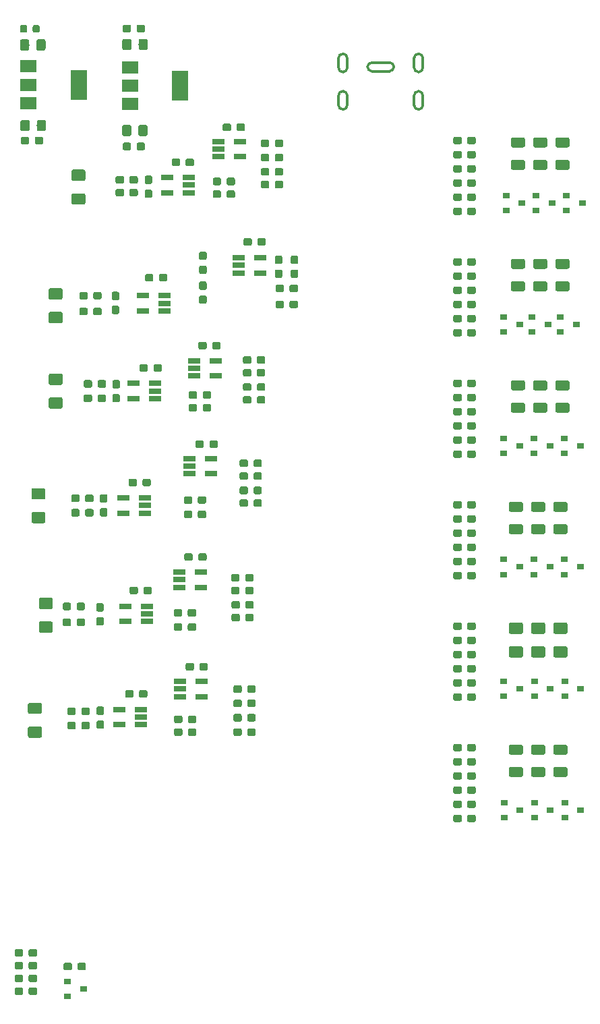
<source format=gbr>
G04 #@! TF.GenerationSoftware,KiCad,Pcbnew,(5.0.0)*
G04 #@! TF.CreationDate,2020-11-12T12:13:27-08:00*
G04 #@! TF.ProjectId,Valve_Monitor_ArduinoNano,56616C76655F4D6F6E69746F725F4172,rev?*
G04 #@! TF.SameCoordinates,Original*
G04 #@! TF.FileFunction,Paste,Top*
G04 #@! TF.FilePolarity,Positive*
%FSLAX46Y46*%
G04 Gerber Fmt 4.6, Leading zero omitted, Abs format (unit mm)*
G04 Created by KiCad (PCBNEW (5.0.0)) date 11/12/20 12:13:27*
%MOMM*%
%LPD*%
G01*
G04 APERTURE LIST*
%ADD10C,0.300000*%
%ADD11R,0.635000X0.100000*%
%ADD12R,0.900000X0.800000*%
%ADD13C,0.100000*%
%ADD14C,0.950000*%
%ADD15R,1.560000X0.650000*%
%ADD16C,1.425000*%
%ADD17C,0.875000*%
%ADD18C,1.150000*%
%ADD19R,2.000000X3.800000*%
%ADD20R,2.000000X1.500000*%
%ADD21C,1.250000*%
G04 APERTURE END LIST*
D10*
G04 #@! TO.C,J1*
X94191000Y-50978000D02*
G75*
G02X93641000Y-50428000I0J550000D01*
G01*
X94741000Y-50428000D02*
G75*
G02X94191000Y-50978000I-550000J0D01*
G01*
X94741000Y-49228000D02*
X94741000Y-50428000D01*
X94191000Y-48678000D02*
G75*
G02X94741000Y-49228000I0J-550000D01*
G01*
X93641000Y-49228000D02*
G75*
G02X94191000Y-48678000I550000J0D01*
G01*
X93641000Y-50428000D02*
X93641000Y-49228000D01*
X84691000Y-50978000D02*
G75*
G02X84141000Y-50428000I0J550000D01*
G01*
X85241000Y-50428000D02*
G75*
G02X84691000Y-50978000I-550000J0D01*
G01*
X85241000Y-49228000D02*
X85241000Y-50428000D01*
X84691000Y-48678000D02*
G75*
G02X85241000Y-49228000I0J-550000D01*
G01*
X84141000Y-49228000D02*
G75*
G02X84691000Y-48678000I550000J0D01*
G01*
X84141000Y-50428000D02*
X84141000Y-49228000D01*
X94191000Y-46278000D02*
G75*
G02X93641000Y-45728000I0J550000D01*
G01*
X94741000Y-45728000D02*
G75*
G02X94191000Y-46278000I-550000J0D01*
G01*
X94741000Y-44528000D02*
X94741000Y-45728000D01*
X94191000Y-43978000D02*
G75*
G02X94741000Y-44528000I0J-550000D01*
G01*
X93641000Y-44528000D02*
G75*
G02X94191000Y-43978000I550000J0D01*
G01*
X93641000Y-45728000D02*
X93641000Y-44528000D01*
X91091000Y-45628000D02*
G75*
G02X90541000Y-46178000I-550000J0D01*
G01*
X90541000Y-45078000D02*
G75*
G02X91091000Y-45628000I0J-550000D01*
G01*
X88341000Y-45078000D02*
X90541000Y-45078000D01*
X87791000Y-45628000D02*
G75*
G02X88341000Y-45078000I550000J0D01*
G01*
X88341000Y-46178000D02*
G75*
G02X87791000Y-45628000I0J550000D01*
G01*
X90541000Y-46178000D02*
X88341000Y-46178000D01*
X84691000Y-46278000D02*
G75*
G02X84141000Y-45728000I0J550000D01*
G01*
X85241000Y-45728000D02*
G75*
G02X84691000Y-46278000I-550000J0D01*
G01*
X85241000Y-44528000D02*
X85241000Y-45728000D01*
X84691000Y-43978000D02*
G75*
G02X85241000Y-44528000I0J-550000D01*
G01*
X84141000Y-44528000D02*
G75*
G02X84691000Y-43978000I550000J0D01*
G01*
X84141000Y-45728000D02*
X84141000Y-44528000D01*
G04 #@! TD*
D11*
G04 #@! TO.C,J1*
X89641000Y-45128000D03*
G04 #@! TD*
D12*
G04 #@! TO.C,Q14*
X110458000Y-77960000D03*
X108458000Y-78910000D03*
X108458000Y-77010000D03*
G04 #@! TD*
G04 #@! TO.C,Q13*
X106902000Y-77960000D03*
X104902000Y-78910000D03*
X104902000Y-77010000D03*
G04 #@! TD*
G04 #@! TO.C,Q15*
X114014000Y-77960000D03*
X112014000Y-78910000D03*
X112014000Y-77010000D03*
G04 #@! TD*
D13*
G04 #@! TO.C,C34*
G36*
X74797779Y-67113144D02*
X74820834Y-67116563D01*
X74843443Y-67122227D01*
X74865387Y-67130079D01*
X74886457Y-67140044D01*
X74906448Y-67152026D01*
X74925168Y-67165910D01*
X74942438Y-67181562D01*
X74958090Y-67198832D01*
X74971974Y-67217552D01*
X74983956Y-67237543D01*
X74993921Y-67258613D01*
X75001773Y-67280557D01*
X75007437Y-67303166D01*
X75010856Y-67326221D01*
X75012000Y-67349500D01*
X75012000Y-67824500D01*
X75010856Y-67847779D01*
X75007437Y-67870834D01*
X75001773Y-67893443D01*
X74993921Y-67915387D01*
X74983956Y-67936457D01*
X74971974Y-67956448D01*
X74958090Y-67975168D01*
X74942438Y-67992438D01*
X74925168Y-68008090D01*
X74906448Y-68021974D01*
X74886457Y-68033956D01*
X74865387Y-68043921D01*
X74843443Y-68051773D01*
X74820834Y-68057437D01*
X74797779Y-68060856D01*
X74774500Y-68062000D01*
X74199500Y-68062000D01*
X74176221Y-68060856D01*
X74153166Y-68057437D01*
X74130557Y-68051773D01*
X74108613Y-68043921D01*
X74087543Y-68033956D01*
X74067552Y-68021974D01*
X74048832Y-68008090D01*
X74031562Y-67992438D01*
X74015910Y-67975168D01*
X74002026Y-67956448D01*
X73990044Y-67936457D01*
X73980079Y-67915387D01*
X73972227Y-67893443D01*
X73966563Y-67870834D01*
X73963144Y-67847779D01*
X73962000Y-67824500D01*
X73962000Y-67349500D01*
X73963144Y-67326221D01*
X73966563Y-67303166D01*
X73972227Y-67280557D01*
X73980079Y-67258613D01*
X73990044Y-67237543D01*
X74002026Y-67217552D01*
X74015910Y-67198832D01*
X74031562Y-67181562D01*
X74048832Y-67165910D01*
X74067552Y-67152026D01*
X74087543Y-67140044D01*
X74108613Y-67130079D01*
X74130557Y-67122227D01*
X74153166Y-67116563D01*
X74176221Y-67113144D01*
X74199500Y-67112000D01*
X74774500Y-67112000D01*
X74797779Y-67113144D01*
X74797779Y-67113144D01*
G37*
D14*
X74487000Y-67587000D03*
D13*
G36*
X73047779Y-67113144D02*
X73070834Y-67116563D01*
X73093443Y-67122227D01*
X73115387Y-67130079D01*
X73136457Y-67140044D01*
X73156448Y-67152026D01*
X73175168Y-67165910D01*
X73192438Y-67181562D01*
X73208090Y-67198832D01*
X73221974Y-67217552D01*
X73233956Y-67237543D01*
X73243921Y-67258613D01*
X73251773Y-67280557D01*
X73257437Y-67303166D01*
X73260856Y-67326221D01*
X73262000Y-67349500D01*
X73262000Y-67824500D01*
X73260856Y-67847779D01*
X73257437Y-67870834D01*
X73251773Y-67893443D01*
X73243921Y-67915387D01*
X73233956Y-67936457D01*
X73221974Y-67956448D01*
X73208090Y-67975168D01*
X73192438Y-67992438D01*
X73175168Y-68008090D01*
X73156448Y-68021974D01*
X73136457Y-68033956D01*
X73115387Y-68043921D01*
X73093443Y-68051773D01*
X73070834Y-68057437D01*
X73047779Y-68060856D01*
X73024500Y-68062000D01*
X72449500Y-68062000D01*
X72426221Y-68060856D01*
X72403166Y-68057437D01*
X72380557Y-68051773D01*
X72358613Y-68043921D01*
X72337543Y-68033956D01*
X72317552Y-68021974D01*
X72298832Y-68008090D01*
X72281562Y-67992438D01*
X72265910Y-67975168D01*
X72252026Y-67956448D01*
X72240044Y-67936457D01*
X72230079Y-67915387D01*
X72222227Y-67893443D01*
X72216563Y-67870834D01*
X72213144Y-67847779D01*
X72212000Y-67824500D01*
X72212000Y-67349500D01*
X72213144Y-67326221D01*
X72216563Y-67303166D01*
X72222227Y-67280557D01*
X72230079Y-67258613D01*
X72240044Y-67237543D01*
X72252026Y-67217552D01*
X72265910Y-67198832D01*
X72281562Y-67181562D01*
X72298832Y-67165910D01*
X72317552Y-67152026D01*
X72337543Y-67140044D01*
X72358613Y-67130079D01*
X72380557Y-67122227D01*
X72403166Y-67116563D01*
X72426221Y-67113144D01*
X72449500Y-67112000D01*
X73024500Y-67112000D01*
X73047779Y-67113144D01*
X73047779Y-67113144D01*
G37*
D14*
X72737000Y-67587000D03*
G04 #@! TD*
D15*
G04 #@! TO.C,U4*
X59608000Y-76247000D03*
X59608000Y-74347000D03*
X62308000Y-74347000D03*
X62308000Y-75297000D03*
X62308000Y-76247000D03*
G04 #@! TD*
D13*
G04 #@! TO.C,R14*
G36*
X49261504Y-73400704D02*
X49285773Y-73404304D01*
X49309571Y-73410265D01*
X49332671Y-73418530D01*
X49354849Y-73429020D01*
X49375893Y-73441633D01*
X49395598Y-73456247D01*
X49413777Y-73472723D01*
X49430253Y-73490902D01*
X49444867Y-73510607D01*
X49457480Y-73531651D01*
X49467970Y-73553829D01*
X49476235Y-73576929D01*
X49482196Y-73600727D01*
X49485796Y-73624996D01*
X49487000Y-73649500D01*
X49487000Y-74574500D01*
X49485796Y-74599004D01*
X49482196Y-74623273D01*
X49476235Y-74647071D01*
X49467970Y-74670171D01*
X49457480Y-74692349D01*
X49444867Y-74713393D01*
X49430253Y-74733098D01*
X49413777Y-74751277D01*
X49395598Y-74767753D01*
X49375893Y-74782367D01*
X49354849Y-74794980D01*
X49332671Y-74805470D01*
X49309571Y-74813735D01*
X49285773Y-74819696D01*
X49261504Y-74823296D01*
X49237000Y-74824500D01*
X47987000Y-74824500D01*
X47962496Y-74823296D01*
X47938227Y-74819696D01*
X47914429Y-74813735D01*
X47891329Y-74805470D01*
X47869151Y-74794980D01*
X47848107Y-74782367D01*
X47828402Y-74767753D01*
X47810223Y-74751277D01*
X47793747Y-74733098D01*
X47779133Y-74713393D01*
X47766520Y-74692349D01*
X47756030Y-74670171D01*
X47747765Y-74647071D01*
X47741804Y-74623273D01*
X47738204Y-74599004D01*
X47737000Y-74574500D01*
X47737000Y-73649500D01*
X47738204Y-73624996D01*
X47741804Y-73600727D01*
X47747765Y-73576929D01*
X47756030Y-73553829D01*
X47766520Y-73531651D01*
X47779133Y-73510607D01*
X47793747Y-73490902D01*
X47810223Y-73472723D01*
X47828402Y-73456247D01*
X47848107Y-73441633D01*
X47869151Y-73429020D01*
X47891329Y-73418530D01*
X47914429Y-73410265D01*
X47938227Y-73404304D01*
X47962496Y-73400704D01*
X47987000Y-73399500D01*
X49237000Y-73399500D01*
X49261504Y-73400704D01*
X49261504Y-73400704D01*
G37*
D16*
X48612000Y-74112000D03*
D13*
G36*
X49261504Y-76375704D02*
X49285773Y-76379304D01*
X49309571Y-76385265D01*
X49332671Y-76393530D01*
X49354849Y-76404020D01*
X49375893Y-76416633D01*
X49395598Y-76431247D01*
X49413777Y-76447723D01*
X49430253Y-76465902D01*
X49444867Y-76485607D01*
X49457480Y-76506651D01*
X49467970Y-76528829D01*
X49476235Y-76551929D01*
X49482196Y-76575727D01*
X49485796Y-76599996D01*
X49487000Y-76624500D01*
X49487000Y-77549500D01*
X49485796Y-77574004D01*
X49482196Y-77598273D01*
X49476235Y-77622071D01*
X49467970Y-77645171D01*
X49457480Y-77667349D01*
X49444867Y-77688393D01*
X49430253Y-77708098D01*
X49413777Y-77726277D01*
X49395598Y-77742753D01*
X49375893Y-77757367D01*
X49354849Y-77769980D01*
X49332671Y-77780470D01*
X49309571Y-77788735D01*
X49285773Y-77794696D01*
X49261504Y-77798296D01*
X49237000Y-77799500D01*
X47987000Y-77799500D01*
X47962496Y-77798296D01*
X47938227Y-77794696D01*
X47914429Y-77788735D01*
X47891329Y-77780470D01*
X47869151Y-77769980D01*
X47848107Y-77757367D01*
X47828402Y-77742753D01*
X47810223Y-77726277D01*
X47793747Y-77708098D01*
X47779133Y-77688393D01*
X47766520Y-77667349D01*
X47756030Y-77645171D01*
X47747765Y-77622071D01*
X47741804Y-77598273D01*
X47738204Y-77574004D01*
X47737000Y-77549500D01*
X47737000Y-76624500D01*
X47738204Y-76599996D01*
X47741804Y-76575727D01*
X47747765Y-76551929D01*
X47756030Y-76528829D01*
X47766520Y-76506651D01*
X47779133Y-76485607D01*
X47793747Y-76465902D01*
X47810223Y-76447723D01*
X47828402Y-76431247D01*
X47848107Y-76416633D01*
X47869151Y-76404020D01*
X47891329Y-76393530D01*
X47914429Y-76385265D01*
X47938227Y-76379304D01*
X47962496Y-76375704D01*
X47987000Y-76374500D01*
X49237000Y-76374500D01*
X49261504Y-76375704D01*
X49261504Y-76375704D01*
G37*
D16*
X48612000Y-77087000D03*
G04 #@! TD*
D13*
G04 #@! TO.C,R20*
G36*
X54172779Y-75863144D02*
X54195834Y-75866563D01*
X54218443Y-75872227D01*
X54240387Y-75880079D01*
X54261457Y-75890044D01*
X54281448Y-75902026D01*
X54300168Y-75915910D01*
X54317438Y-75931562D01*
X54333090Y-75948832D01*
X54346974Y-75967552D01*
X54358956Y-75987543D01*
X54368921Y-76008613D01*
X54376773Y-76030557D01*
X54382437Y-76053166D01*
X54385856Y-76076221D01*
X54387000Y-76099500D01*
X54387000Y-76574500D01*
X54385856Y-76597779D01*
X54382437Y-76620834D01*
X54376773Y-76643443D01*
X54368921Y-76665387D01*
X54358956Y-76686457D01*
X54346974Y-76706448D01*
X54333090Y-76725168D01*
X54317438Y-76742438D01*
X54300168Y-76758090D01*
X54281448Y-76771974D01*
X54261457Y-76783956D01*
X54240387Y-76793921D01*
X54218443Y-76801773D01*
X54195834Y-76807437D01*
X54172779Y-76810856D01*
X54149500Y-76812000D01*
X53574500Y-76812000D01*
X53551221Y-76810856D01*
X53528166Y-76807437D01*
X53505557Y-76801773D01*
X53483613Y-76793921D01*
X53462543Y-76783956D01*
X53442552Y-76771974D01*
X53423832Y-76758090D01*
X53406562Y-76742438D01*
X53390910Y-76725168D01*
X53377026Y-76706448D01*
X53365044Y-76686457D01*
X53355079Y-76665387D01*
X53347227Y-76643443D01*
X53341563Y-76620834D01*
X53338144Y-76597779D01*
X53337000Y-76574500D01*
X53337000Y-76099500D01*
X53338144Y-76076221D01*
X53341563Y-76053166D01*
X53347227Y-76030557D01*
X53355079Y-76008613D01*
X53365044Y-75987543D01*
X53377026Y-75967552D01*
X53390910Y-75948832D01*
X53406562Y-75931562D01*
X53423832Y-75915910D01*
X53442552Y-75902026D01*
X53462543Y-75890044D01*
X53483613Y-75880079D01*
X53505557Y-75872227D01*
X53528166Y-75866563D01*
X53551221Y-75863144D01*
X53574500Y-75862000D01*
X54149500Y-75862000D01*
X54172779Y-75863144D01*
X54172779Y-75863144D01*
G37*
D14*
X53862000Y-76337000D03*
D13*
G36*
X52422779Y-75863144D02*
X52445834Y-75866563D01*
X52468443Y-75872227D01*
X52490387Y-75880079D01*
X52511457Y-75890044D01*
X52531448Y-75902026D01*
X52550168Y-75915910D01*
X52567438Y-75931562D01*
X52583090Y-75948832D01*
X52596974Y-75967552D01*
X52608956Y-75987543D01*
X52618921Y-76008613D01*
X52626773Y-76030557D01*
X52632437Y-76053166D01*
X52635856Y-76076221D01*
X52637000Y-76099500D01*
X52637000Y-76574500D01*
X52635856Y-76597779D01*
X52632437Y-76620834D01*
X52626773Y-76643443D01*
X52618921Y-76665387D01*
X52608956Y-76686457D01*
X52596974Y-76706448D01*
X52583090Y-76725168D01*
X52567438Y-76742438D01*
X52550168Y-76758090D01*
X52531448Y-76771974D01*
X52511457Y-76783956D01*
X52490387Y-76793921D01*
X52468443Y-76801773D01*
X52445834Y-76807437D01*
X52422779Y-76810856D01*
X52399500Y-76812000D01*
X51824500Y-76812000D01*
X51801221Y-76810856D01*
X51778166Y-76807437D01*
X51755557Y-76801773D01*
X51733613Y-76793921D01*
X51712543Y-76783956D01*
X51692552Y-76771974D01*
X51673832Y-76758090D01*
X51656562Y-76742438D01*
X51640910Y-76725168D01*
X51627026Y-76706448D01*
X51615044Y-76686457D01*
X51605079Y-76665387D01*
X51597227Y-76643443D01*
X51591563Y-76620834D01*
X51588144Y-76597779D01*
X51587000Y-76574500D01*
X51587000Y-76099500D01*
X51588144Y-76076221D01*
X51591563Y-76053166D01*
X51597227Y-76030557D01*
X51605079Y-76008613D01*
X51615044Y-75987543D01*
X51627026Y-75967552D01*
X51640910Y-75948832D01*
X51656562Y-75931562D01*
X51673832Y-75915910D01*
X51692552Y-75902026D01*
X51712543Y-75890044D01*
X51733613Y-75880079D01*
X51755557Y-75872227D01*
X51778166Y-75866563D01*
X51801221Y-75863144D01*
X51824500Y-75862000D01*
X52399500Y-75862000D01*
X52422779Y-75863144D01*
X52422779Y-75863144D01*
G37*
D14*
X52112000Y-76337000D03*
G04 #@! TD*
D13*
G04 #@! TO.C,C2*
G36*
X60672779Y-71613144D02*
X60695834Y-71616563D01*
X60718443Y-71622227D01*
X60740387Y-71630079D01*
X60761457Y-71640044D01*
X60781448Y-71652026D01*
X60800168Y-71665910D01*
X60817438Y-71681562D01*
X60833090Y-71698832D01*
X60846974Y-71717552D01*
X60858956Y-71737543D01*
X60868921Y-71758613D01*
X60876773Y-71780557D01*
X60882437Y-71803166D01*
X60885856Y-71826221D01*
X60887000Y-71849500D01*
X60887000Y-72324500D01*
X60885856Y-72347779D01*
X60882437Y-72370834D01*
X60876773Y-72393443D01*
X60868921Y-72415387D01*
X60858956Y-72436457D01*
X60846974Y-72456448D01*
X60833090Y-72475168D01*
X60817438Y-72492438D01*
X60800168Y-72508090D01*
X60781448Y-72521974D01*
X60761457Y-72533956D01*
X60740387Y-72543921D01*
X60718443Y-72551773D01*
X60695834Y-72557437D01*
X60672779Y-72560856D01*
X60649500Y-72562000D01*
X60074500Y-72562000D01*
X60051221Y-72560856D01*
X60028166Y-72557437D01*
X60005557Y-72551773D01*
X59983613Y-72543921D01*
X59962543Y-72533956D01*
X59942552Y-72521974D01*
X59923832Y-72508090D01*
X59906562Y-72492438D01*
X59890910Y-72475168D01*
X59877026Y-72456448D01*
X59865044Y-72436457D01*
X59855079Y-72415387D01*
X59847227Y-72393443D01*
X59841563Y-72370834D01*
X59838144Y-72347779D01*
X59837000Y-72324500D01*
X59837000Y-71849500D01*
X59838144Y-71826221D01*
X59841563Y-71803166D01*
X59847227Y-71780557D01*
X59855079Y-71758613D01*
X59865044Y-71737543D01*
X59877026Y-71717552D01*
X59890910Y-71698832D01*
X59906562Y-71681562D01*
X59923832Y-71665910D01*
X59942552Y-71652026D01*
X59962543Y-71640044D01*
X59983613Y-71630079D01*
X60005557Y-71622227D01*
X60028166Y-71616563D01*
X60051221Y-71613144D01*
X60074500Y-71612000D01*
X60649500Y-71612000D01*
X60672779Y-71613144D01*
X60672779Y-71613144D01*
G37*
D14*
X60362000Y-72087000D03*
D13*
G36*
X62422779Y-71613144D02*
X62445834Y-71616563D01*
X62468443Y-71622227D01*
X62490387Y-71630079D01*
X62511457Y-71640044D01*
X62531448Y-71652026D01*
X62550168Y-71665910D01*
X62567438Y-71681562D01*
X62583090Y-71698832D01*
X62596974Y-71717552D01*
X62608956Y-71737543D01*
X62618921Y-71758613D01*
X62626773Y-71780557D01*
X62632437Y-71803166D01*
X62635856Y-71826221D01*
X62637000Y-71849500D01*
X62637000Y-72324500D01*
X62635856Y-72347779D01*
X62632437Y-72370834D01*
X62626773Y-72393443D01*
X62618921Y-72415387D01*
X62608956Y-72436457D01*
X62596974Y-72456448D01*
X62583090Y-72475168D01*
X62567438Y-72492438D01*
X62550168Y-72508090D01*
X62531448Y-72521974D01*
X62511457Y-72533956D01*
X62490387Y-72543921D01*
X62468443Y-72551773D01*
X62445834Y-72557437D01*
X62422779Y-72560856D01*
X62399500Y-72562000D01*
X61824500Y-72562000D01*
X61801221Y-72560856D01*
X61778166Y-72557437D01*
X61755557Y-72551773D01*
X61733613Y-72543921D01*
X61712543Y-72533956D01*
X61692552Y-72521974D01*
X61673832Y-72508090D01*
X61656562Y-72492438D01*
X61640910Y-72475168D01*
X61627026Y-72456448D01*
X61615044Y-72436457D01*
X61605079Y-72415387D01*
X61597227Y-72393443D01*
X61591563Y-72370834D01*
X61588144Y-72347779D01*
X61587000Y-72324500D01*
X61587000Y-71849500D01*
X61588144Y-71826221D01*
X61591563Y-71803166D01*
X61597227Y-71780557D01*
X61605079Y-71758613D01*
X61615044Y-71737543D01*
X61627026Y-71717552D01*
X61640910Y-71698832D01*
X61656562Y-71681562D01*
X61673832Y-71665910D01*
X61692552Y-71652026D01*
X61712543Y-71640044D01*
X61733613Y-71630079D01*
X61755557Y-71622227D01*
X61778166Y-71616563D01*
X61801221Y-71613144D01*
X61824500Y-71612000D01*
X62399500Y-71612000D01*
X62422779Y-71613144D01*
X62422779Y-71613144D01*
G37*
D14*
X62112000Y-72087000D03*
G04 #@! TD*
D13*
G04 #@! TO.C,C4*
G36*
X78872779Y-71063144D02*
X78895834Y-71066563D01*
X78918443Y-71072227D01*
X78940387Y-71080079D01*
X78961457Y-71090044D01*
X78981448Y-71102026D01*
X79000168Y-71115910D01*
X79017438Y-71131562D01*
X79033090Y-71148832D01*
X79046974Y-71167552D01*
X79058956Y-71187543D01*
X79068921Y-71208613D01*
X79076773Y-71230557D01*
X79082437Y-71253166D01*
X79085856Y-71276221D01*
X79087000Y-71299500D01*
X79087000Y-71874500D01*
X79085856Y-71897779D01*
X79082437Y-71920834D01*
X79076773Y-71943443D01*
X79068921Y-71965387D01*
X79058956Y-71986457D01*
X79046974Y-72006448D01*
X79033090Y-72025168D01*
X79017438Y-72042438D01*
X79000168Y-72058090D01*
X78981448Y-72071974D01*
X78961457Y-72083956D01*
X78940387Y-72093921D01*
X78918443Y-72101773D01*
X78895834Y-72107437D01*
X78872779Y-72110856D01*
X78849500Y-72112000D01*
X78374500Y-72112000D01*
X78351221Y-72110856D01*
X78328166Y-72107437D01*
X78305557Y-72101773D01*
X78283613Y-72093921D01*
X78262543Y-72083956D01*
X78242552Y-72071974D01*
X78223832Y-72058090D01*
X78206562Y-72042438D01*
X78190910Y-72025168D01*
X78177026Y-72006448D01*
X78165044Y-71986457D01*
X78155079Y-71965387D01*
X78147227Y-71943443D01*
X78141563Y-71920834D01*
X78138144Y-71897779D01*
X78137000Y-71874500D01*
X78137000Y-71299500D01*
X78138144Y-71276221D01*
X78141563Y-71253166D01*
X78147227Y-71230557D01*
X78155079Y-71208613D01*
X78165044Y-71187543D01*
X78177026Y-71167552D01*
X78190910Y-71148832D01*
X78206562Y-71131562D01*
X78223832Y-71115910D01*
X78242552Y-71102026D01*
X78262543Y-71090044D01*
X78283613Y-71080079D01*
X78305557Y-71072227D01*
X78328166Y-71066563D01*
X78351221Y-71063144D01*
X78374500Y-71062000D01*
X78849500Y-71062000D01*
X78872779Y-71063144D01*
X78872779Y-71063144D01*
G37*
D14*
X78612000Y-71587000D03*
D13*
G36*
X78872779Y-69313144D02*
X78895834Y-69316563D01*
X78918443Y-69322227D01*
X78940387Y-69330079D01*
X78961457Y-69340044D01*
X78981448Y-69352026D01*
X79000168Y-69365910D01*
X79017438Y-69381562D01*
X79033090Y-69398832D01*
X79046974Y-69417552D01*
X79058956Y-69437543D01*
X79068921Y-69458613D01*
X79076773Y-69480557D01*
X79082437Y-69503166D01*
X79085856Y-69526221D01*
X79087000Y-69549500D01*
X79087000Y-70124500D01*
X79085856Y-70147779D01*
X79082437Y-70170834D01*
X79076773Y-70193443D01*
X79068921Y-70215387D01*
X79058956Y-70236457D01*
X79046974Y-70256448D01*
X79033090Y-70275168D01*
X79017438Y-70292438D01*
X79000168Y-70308090D01*
X78981448Y-70321974D01*
X78961457Y-70333956D01*
X78940387Y-70343921D01*
X78918443Y-70351773D01*
X78895834Y-70357437D01*
X78872779Y-70360856D01*
X78849500Y-70362000D01*
X78374500Y-70362000D01*
X78351221Y-70360856D01*
X78328166Y-70357437D01*
X78305557Y-70351773D01*
X78283613Y-70343921D01*
X78262543Y-70333956D01*
X78242552Y-70321974D01*
X78223832Y-70308090D01*
X78206562Y-70292438D01*
X78190910Y-70275168D01*
X78177026Y-70256448D01*
X78165044Y-70236457D01*
X78155079Y-70215387D01*
X78147227Y-70193443D01*
X78141563Y-70170834D01*
X78138144Y-70147779D01*
X78137000Y-70124500D01*
X78137000Y-69549500D01*
X78138144Y-69526221D01*
X78141563Y-69503166D01*
X78147227Y-69480557D01*
X78155079Y-69458613D01*
X78165044Y-69437543D01*
X78177026Y-69417552D01*
X78190910Y-69398832D01*
X78206562Y-69381562D01*
X78223832Y-69365910D01*
X78242552Y-69352026D01*
X78262543Y-69340044D01*
X78283613Y-69330079D01*
X78305557Y-69322227D01*
X78328166Y-69316563D01*
X78351221Y-69313144D01*
X78374500Y-69312000D01*
X78849500Y-69312000D01*
X78872779Y-69313144D01*
X78872779Y-69313144D01*
G37*
D14*
X78612000Y-69837000D03*
G04 #@! TD*
D15*
G04 #@! TO.C,U2*
X74312000Y-69587000D03*
X74312000Y-71487000D03*
X71612000Y-71487000D03*
X71612000Y-70537000D03*
X71612000Y-69587000D03*
G04 #@! TD*
D13*
G04 #@! TO.C,C6*
G36*
X56392779Y-75601144D02*
X56415834Y-75604563D01*
X56438443Y-75610227D01*
X56460387Y-75618079D01*
X56481457Y-75628044D01*
X56501448Y-75640026D01*
X56520168Y-75653910D01*
X56537438Y-75669562D01*
X56553090Y-75686832D01*
X56566974Y-75705552D01*
X56578956Y-75725543D01*
X56588921Y-75746613D01*
X56596773Y-75768557D01*
X56602437Y-75791166D01*
X56605856Y-75814221D01*
X56607000Y-75837500D01*
X56607000Y-76412500D01*
X56605856Y-76435779D01*
X56602437Y-76458834D01*
X56596773Y-76481443D01*
X56588921Y-76503387D01*
X56578956Y-76524457D01*
X56566974Y-76544448D01*
X56553090Y-76563168D01*
X56537438Y-76580438D01*
X56520168Y-76596090D01*
X56501448Y-76609974D01*
X56481457Y-76621956D01*
X56460387Y-76631921D01*
X56438443Y-76639773D01*
X56415834Y-76645437D01*
X56392779Y-76648856D01*
X56369500Y-76650000D01*
X55894500Y-76650000D01*
X55871221Y-76648856D01*
X55848166Y-76645437D01*
X55825557Y-76639773D01*
X55803613Y-76631921D01*
X55782543Y-76621956D01*
X55762552Y-76609974D01*
X55743832Y-76596090D01*
X55726562Y-76580438D01*
X55710910Y-76563168D01*
X55697026Y-76544448D01*
X55685044Y-76524457D01*
X55675079Y-76503387D01*
X55667227Y-76481443D01*
X55661563Y-76458834D01*
X55658144Y-76435779D01*
X55657000Y-76412500D01*
X55657000Y-75837500D01*
X55658144Y-75814221D01*
X55661563Y-75791166D01*
X55667227Y-75768557D01*
X55675079Y-75746613D01*
X55685044Y-75725543D01*
X55697026Y-75705552D01*
X55710910Y-75686832D01*
X55726562Y-75669562D01*
X55743832Y-75653910D01*
X55762552Y-75640026D01*
X55782543Y-75628044D01*
X55803613Y-75618079D01*
X55825557Y-75610227D01*
X55848166Y-75604563D01*
X55871221Y-75601144D01*
X55894500Y-75600000D01*
X56369500Y-75600000D01*
X56392779Y-75601144D01*
X56392779Y-75601144D01*
G37*
D14*
X56132000Y-76125000D03*
D13*
G36*
X56392779Y-73851144D02*
X56415834Y-73854563D01*
X56438443Y-73860227D01*
X56460387Y-73868079D01*
X56481457Y-73878044D01*
X56501448Y-73890026D01*
X56520168Y-73903910D01*
X56537438Y-73919562D01*
X56553090Y-73936832D01*
X56566974Y-73955552D01*
X56578956Y-73975543D01*
X56588921Y-73996613D01*
X56596773Y-74018557D01*
X56602437Y-74041166D01*
X56605856Y-74064221D01*
X56607000Y-74087500D01*
X56607000Y-74662500D01*
X56605856Y-74685779D01*
X56602437Y-74708834D01*
X56596773Y-74731443D01*
X56588921Y-74753387D01*
X56578956Y-74774457D01*
X56566974Y-74794448D01*
X56553090Y-74813168D01*
X56537438Y-74830438D01*
X56520168Y-74846090D01*
X56501448Y-74859974D01*
X56481457Y-74871956D01*
X56460387Y-74881921D01*
X56438443Y-74889773D01*
X56415834Y-74895437D01*
X56392779Y-74898856D01*
X56369500Y-74900000D01*
X55894500Y-74900000D01*
X55871221Y-74898856D01*
X55848166Y-74895437D01*
X55825557Y-74889773D01*
X55803613Y-74881921D01*
X55782543Y-74871956D01*
X55762552Y-74859974D01*
X55743832Y-74846090D01*
X55726562Y-74830438D01*
X55710910Y-74813168D01*
X55697026Y-74794448D01*
X55685044Y-74774457D01*
X55675079Y-74753387D01*
X55667227Y-74731443D01*
X55661563Y-74708834D01*
X55658144Y-74685779D01*
X55657000Y-74662500D01*
X55657000Y-74087500D01*
X55658144Y-74064221D01*
X55661563Y-74041166D01*
X55667227Y-74018557D01*
X55675079Y-73996613D01*
X55685044Y-73975543D01*
X55697026Y-73955552D01*
X55710910Y-73936832D01*
X55726562Y-73919562D01*
X55743832Y-73903910D01*
X55762552Y-73890026D01*
X55782543Y-73878044D01*
X55803613Y-73868079D01*
X55825557Y-73860227D01*
X55848166Y-73854563D01*
X55871221Y-73851144D01*
X55894500Y-73850000D01*
X56369500Y-73850000D01*
X56392779Y-73851144D01*
X56392779Y-73851144D01*
G37*
D14*
X56132000Y-74375000D03*
G04 #@! TD*
D13*
G04 #@! TO.C,C8*
G36*
X77072779Y-74963144D02*
X77095834Y-74966563D01*
X77118443Y-74972227D01*
X77140387Y-74980079D01*
X77161457Y-74990044D01*
X77181448Y-75002026D01*
X77200168Y-75015910D01*
X77217438Y-75031562D01*
X77233090Y-75048832D01*
X77246974Y-75067552D01*
X77258956Y-75087543D01*
X77268921Y-75108613D01*
X77276773Y-75130557D01*
X77282437Y-75153166D01*
X77285856Y-75176221D01*
X77287000Y-75199500D01*
X77287000Y-75674500D01*
X77285856Y-75697779D01*
X77282437Y-75720834D01*
X77276773Y-75743443D01*
X77268921Y-75765387D01*
X77258956Y-75786457D01*
X77246974Y-75806448D01*
X77233090Y-75825168D01*
X77217438Y-75842438D01*
X77200168Y-75858090D01*
X77181448Y-75871974D01*
X77161457Y-75883956D01*
X77140387Y-75893921D01*
X77118443Y-75901773D01*
X77095834Y-75907437D01*
X77072779Y-75910856D01*
X77049500Y-75912000D01*
X76474500Y-75912000D01*
X76451221Y-75910856D01*
X76428166Y-75907437D01*
X76405557Y-75901773D01*
X76383613Y-75893921D01*
X76362543Y-75883956D01*
X76342552Y-75871974D01*
X76323832Y-75858090D01*
X76306562Y-75842438D01*
X76290910Y-75825168D01*
X76277026Y-75806448D01*
X76265044Y-75786457D01*
X76255079Y-75765387D01*
X76247227Y-75743443D01*
X76241563Y-75720834D01*
X76238144Y-75697779D01*
X76237000Y-75674500D01*
X76237000Y-75199500D01*
X76238144Y-75176221D01*
X76241563Y-75153166D01*
X76247227Y-75130557D01*
X76255079Y-75108613D01*
X76265044Y-75087543D01*
X76277026Y-75067552D01*
X76290910Y-75048832D01*
X76306562Y-75031562D01*
X76323832Y-75015910D01*
X76342552Y-75002026D01*
X76362543Y-74990044D01*
X76383613Y-74980079D01*
X76405557Y-74972227D01*
X76428166Y-74966563D01*
X76451221Y-74963144D01*
X76474500Y-74962000D01*
X77049500Y-74962000D01*
X77072779Y-74963144D01*
X77072779Y-74963144D01*
G37*
D14*
X76762000Y-75437000D03*
D13*
G36*
X78822779Y-74963144D02*
X78845834Y-74966563D01*
X78868443Y-74972227D01*
X78890387Y-74980079D01*
X78911457Y-74990044D01*
X78931448Y-75002026D01*
X78950168Y-75015910D01*
X78967438Y-75031562D01*
X78983090Y-75048832D01*
X78996974Y-75067552D01*
X79008956Y-75087543D01*
X79018921Y-75108613D01*
X79026773Y-75130557D01*
X79032437Y-75153166D01*
X79035856Y-75176221D01*
X79037000Y-75199500D01*
X79037000Y-75674500D01*
X79035856Y-75697779D01*
X79032437Y-75720834D01*
X79026773Y-75743443D01*
X79018921Y-75765387D01*
X79008956Y-75786457D01*
X78996974Y-75806448D01*
X78983090Y-75825168D01*
X78967438Y-75842438D01*
X78950168Y-75858090D01*
X78931448Y-75871974D01*
X78911457Y-75883956D01*
X78890387Y-75893921D01*
X78868443Y-75901773D01*
X78845834Y-75907437D01*
X78822779Y-75910856D01*
X78799500Y-75912000D01*
X78224500Y-75912000D01*
X78201221Y-75910856D01*
X78178166Y-75907437D01*
X78155557Y-75901773D01*
X78133613Y-75893921D01*
X78112543Y-75883956D01*
X78092552Y-75871974D01*
X78073832Y-75858090D01*
X78056562Y-75842438D01*
X78040910Y-75825168D01*
X78027026Y-75806448D01*
X78015044Y-75786457D01*
X78005079Y-75765387D01*
X77997227Y-75743443D01*
X77991563Y-75720834D01*
X77988144Y-75697779D01*
X77987000Y-75674500D01*
X77987000Y-75199500D01*
X77988144Y-75176221D01*
X77991563Y-75153166D01*
X77997227Y-75130557D01*
X78005079Y-75108613D01*
X78015044Y-75087543D01*
X78027026Y-75067552D01*
X78040910Y-75048832D01*
X78056562Y-75031562D01*
X78073832Y-75015910D01*
X78092552Y-75002026D01*
X78112543Y-74990044D01*
X78133613Y-74980079D01*
X78155557Y-74972227D01*
X78178166Y-74966563D01*
X78201221Y-74963144D01*
X78224500Y-74962000D01*
X78799500Y-74962000D01*
X78822779Y-74963144D01*
X78822779Y-74963144D01*
G37*
D14*
X78512000Y-75437000D03*
G04 #@! TD*
D13*
G04 #@! TO.C,R11*
G36*
X54172779Y-73873144D02*
X54195834Y-73876563D01*
X54218443Y-73882227D01*
X54240387Y-73890079D01*
X54261457Y-73900044D01*
X54281448Y-73912026D01*
X54300168Y-73925910D01*
X54317438Y-73941562D01*
X54333090Y-73958832D01*
X54346974Y-73977552D01*
X54358956Y-73997543D01*
X54368921Y-74018613D01*
X54376773Y-74040557D01*
X54382437Y-74063166D01*
X54385856Y-74086221D01*
X54387000Y-74109500D01*
X54387000Y-74584500D01*
X54385856Y-74607779D01*
X54382437Y-74630834D01*
X54376773Y-74653443D01*
X54368921Y-74675387D01*
X54358956Y-74696457D01*
X54346974Y-74716448D01*
X54333090Y-74735168D01*
X54317438Y-74752438D01*
X54300168Y-74768090D01*
X54281448Y-74781974D01*
X54261457Y-74793956D01*
X54240387Y-74803921D01*
X54218443Y-74811773D01*
X54195834Y-74817437D01*
X54172779Y-74820856D01*
X54149500Y-74822000D01*
X53574500Y-74822000D01*
X53551221Y-74820856D01*
X53528166Y-74817437D01*
X53505557Y-74811773D01*
X53483613Y-74803921D01*
X53462543Y-74793956D01*
X53442552Y-74781974D01*
X53423832Y-74768090D01*
X53406562Y-74752438D01*
X53390910Y-74735168D01*
X53377026Y-74716448D01*
X53365044Y-74696457D01*
X53355079Y-74675387D01*
X53347227Y-74653443D01*
X53341563Y-74630834D01*
X53338144Y-74607779D01*
X53337000Y-74584500D01*
X53337000Y-74109500D01*
X53338144Y-74086221D01*
X53341563Y-74063166D01*
X53347227Y-74040557D01*
X53355079Y-74018613D01*
X53365044Y-73997543D01*
X53377026Y-73977552D01*
X53390910Y-73958832D01*
X53406562Y-73941562D01*
X53423832Y-73925910D01*
X53442552Y-73912026D01*
X53462543Y-73900044D01*
X53483613Y-73890079D01*
X53505557Y-73882227D01*
X53528166Y-73876563D01*
X53551221Y-73873144D01*
X53574500Y-73872000D01*
X54149500Y-73872000D01*
X54172779Y-73873144D01*
X54172779Y-73873144D01*
G37*
D14*
X53862000Y-74347000D03*
D13*
G36*
X52422779Y-73873144D02*
X52445834Y-73876563D01*
X52468443Y-73882227D01*
X52490387Y-73890079D01*
X52511457Y-73900044D01*
X52531448Y-73912026D01*
X52550168Y-73925910D01*
X52567438Y-73941562D01*
X52583090Y-73958832D01*
X52596974Y-73977552D01*
X52608956Y-73997543D01*
X52618921Y-74018613D01*
X52626773Y-74040557D01*
X52632437Y-74063166D01*
X52635856Y-74086221D01*
X52637000Y-74109500D01*
X52637000Y-74584500D01*
X52635856Y-74607779D01*
X52632437Y-74630834D01*
X52626773Y-74653443D01*
X52618921Y-74675387D01*
X52608956Y-74696457D01*
X52596974Y-74716448D01*
X52583090Y-74735168D01*
X52567438Y-74752438D01*
X52550168Y-74768090D01*
X52531448Y-74781974D01*
X52511457Y-74793956D01*
X52490387Y-74803921D01*
X52468443Y-74811773D01*
X52445834Y-74817437D01*
X52422779Y-74820856D01*
X52399500Y-74822000D01*
X51824500Y-74822000D01*
X51801221Y-74820856D01*
X51778166Y-74817437D01*
X51755557Y-74811773D01*
X51733613Y-74803921D01*
X51712543Y-74793956D01*
X51692552Y-74781974D01*
X51673832Y-74768090D01*
X51656562Y-74752438D01*
X51640910Y-74735168D01*
X51627026Y-74716448D01*
X51615044Y-74696457D01*
X51605079Y-74675387D01*
X51597227Y-74653443D01*
X51591563Y-74630834D01*
X51588144Y-74607779D01*
X51587000Y-74584500D01*
X51587000Y-74109500D01*
X51588144Y-74086221D01*
X51591563Y-74063166D01*
X51597227Y-74040557D01*
X51605079Y-74018613D01*
X51615044Y-73997543D01*
X51627026Y-73977552D01*
X51640910Y-73958832D01*
X51656562Y-73941562D01*
X51673832Y-73925910D01*
X51692552Y-73912026D01*
X51712543Y-73900044D01*
X51733613Y-73890079D01*
X51755557Y-73882227D01*
X51778166Y-73876563D01*
X51801221Y-73873144D01*
X51824500Y-73872000D01*
X52399500Y-73872000D01*
X52422779Y-73873144D01*
X52422779Y-73873144D01*
G37*
D14*
X52112000Y-74347000D03*
G04 #@! TD*
D13*
G04 #@! TO.C,R15*
G36*
X77072779Y-72963144D02*
X77095834Y-72966563D01*
X77118443Y-72972227D01*
X77140387Y-72980079D01*
X77161457Y-72990044D01*
X77181448Y-73002026D01*
X77200168Y-73015910D01*
X77217438Y-73031562D01*
X77233090Y-73048832D01*
X77246974Y-73067552D01*
X77258956Y-73087543D01*
X77268921Y-73108613D01*
X77276773Y-73130557D01*
X77282437Y-73153166D01*
X77285856Y-73176221D01*
X77287000Y-73199500D01*
X77287000Y-73674500D01*
X77285856Y-73697779D01*
X77282437Y-73720834D01*
X77276773Y-73743443D01*
X77268921Y-73765387D01*
X77258956Y-73786457D01*
X77246974Y-73806448D01*
X77233090Y-73825168D01*
X77217438Y-73842438D01*
X77200168Y-73858090D01*
X77181448Y-73871974D01*
X77161457Y-73883956D01*
X77140387Y-73893921D01*
X77118443Y-73901773D01*
X77095834Y-73907437D01*
X77072779Y-73910856D01*
X77049500Y-73912000D01*
X76474500Y-73912000D01*
X76451221Y-73910856D01*
X76428166Y-73907437D01*
X76405557Y-73901773D01*
X76383613Y-73893921D01*
X76362543Y-73883956D01*
X76342552Y-73871974D01*
X76323832Y-73858090D01*
X76306562Y-73842438D01*
X76290910Y-73825168D01*
X76277026Y-73806448D01*
X76265044Y-73786457D01*
X76255079Y-73765387D01*
X76247227Y-73743443D01*
X76241563Y-73720834D01*
X76238144Y-73697779D01*
X76237000Y-73674500D01*
X76237000Y-73199500D01*
X76238144Y-73176221D01*
X76241563Y-73153166D01*
X76247227Y-73130557D01*
X76255079Y-73108613D01*
X76265044Y-73087543D01*
X76277026Y-73067552D01*
X76290910Y-73048832D01*
X76306562Y-73031562D01*
X76323832Y-73015910D01*
X76342552Y-73002026D01*
X76362543Y-72990044D01*
X76383613Y-72980079D01*
X76405557Y-72972227D01*
X76428166Y-72966563D01*
X76451221Y-72963144D01*
X76474500Y-72962000D01*
X77049500Y-72962000D01*
X77072779Y-72963144D01*
X77072779Y-72963144D01*
G37*
D14*
X76762000Y-73437000D03*
D13*
G36*
X78822779Y-72963144D02*
X78845834Y-72966563D01*
X78868443Y-72972227D01*
X78890387Y-72980079D01*
X78911457Y-72990044D01*
X78931448Y-73002026D01*
X78950168Y-73015910D01*
X78967438Y-73031562D01*
X78983090Y-73048832D01*
X78996974Y-73067552D01*
X79008956Y-73087543D01*
X79018921Y-73108613D01*
X79026773Y-73130557D01*
X79032437Y-73153166D01*
X79035856Y-73176221D01*
X79037000Y-73199500D01*
X79037000Y-73674500D01*
X79035856Y-73697779D01*
X79032437Y-73720834D01*
X79026773Y-73743443D01*
X79018921Y-73765387D01*
X79008956Y-73786457D01*
X78996974Y-73806448D01*
X78983090Y-73825168D01*
X78967438Y-73842438D01*
X78950168Y-73858090D01*
X78931448Y-73871974D01*
X78911457Y-73883956D01*
X78890387Y-73893921D01*
X78868443Y-73901773D01*
X78845834Y-73907437D01*
X78822779Y-73910856D01*
X78799500Y-73912000D01*
X78224500Y-73912000D01*
X78201221Y-73910856D01*
X78178166Y-73907437D01*
X78155557Y-73901773D01*
X78133613Y-73893921D01*
X78112543Y-73883956D01*
X78092552Y-73871974D01*
X78073832Y-73858090D01*
X78056562Y-73842438D01*
X78040910Y-73825168D01*
X78027026Y-73806448D01*
X78015044Y-73786457D01*
X78005079Y-73765387D01*
X77997227Y-73743443D01*
X77991563Y-73720834D01*
X77988144Y-73697779D01*
X77987000Y-73674500D01*
X77987000Y-73199500D01*
X77988144Y-73176221D01*
X77991563Y-73153166D01*
X77997227Y-73130557D01*
X78005079Y-73108613D01*
X78015044Y-73087543D01*
X78027026Y-73067552D01*
X78040910Y-73048832D01*
X78056562Y-73031562D01*
X78073832Y-73015910D01*
X78092552Y-73002026D01*
X78112543Y-72990044D01*
X78133613Y-72980079D01*
X78155557Y-72972227D01*
X78178166Y-72966563D01*
X78201221Y-72963144D01*
X78224500Y-72962000D01*
X78799500Y-72962000D01*
X78822779Y-72963144D01*
X78822779Y-72963144D01*
G37*
D14*
X78512000Y-73437000D03*
G04 #@! TD*
D13*
G04 #@! TO.C,R4*
G36*
X76872779Y-71063144D02*
X76895834Y-71066563D01*
X76918443Y-71072227D01*
X76940387Y-71080079D01*
X76961457Y-71090044D01*
X76981448Y-71102026D01*
X77000168Y-71115910D01*
X77017438Y-71131562D01*
X77033090Y-71148832D01*
X77046974Y-71167552D01*
X77058956Y-71187543D01*
X77068921Y-71208613D01*
X77076773Y-71230557D01*
X77082437Y-71253166D01*
X77085856Y-71276221D01*
X77087000Y-71299500D01*
X77087000Y-71874500D01*
X77085856Y-71897779D01*
X77082437Y-71920834D01*
X77076773Y-71943443D01*
X77068921Y-71965387D01*
X77058956Y-71986457D01*
X77046974Y-72006448D01*
X77033090Y-72025168D01*
X77017438Y-72042438D01*
X77000168Y-72058090D01*
X76981448Y-72071974D01*
X76961457Y-72083956D01*
X76940387Y-72093921D01*
X76918443Y-72101773D01*
X76895834Y-72107437D01*
X76872779Y-72110856D01*
X76849500Y-72112000D01*
X76374500Y-72112000D01*
X76351221Y-72110856D01*
X76328166Y-72107437D01*
X76305557Y-72101773D01*
X76283613Y-72093921D01*
X76262543Y-72083956D01*
X76242552Y-72071974D01*
X76223832Y-72058090D01*
X76206562Y-72042438D01*
X76190910Y-72025168D01*
X76177026Y-72006448D01*
X76165044Y-71986457D01*
X76155079Y-71965387D01*
X76147227Y-71943443D01*
X76141563Y-71920834D01*
X76138144Y-71897779D01*
X76137000Y-71874500D01*
X76137000Y-71299500D01*
X76138144Y-71276221D01*
X76141563Y-71253166D01*
X76147227Y-71230557D01*
X76155079Y-71208613D01*
X76165044Y-71187543D01*
X76177026Y-71167552D01*
X76190910Y-71148832D01*
X76206562Y-71131562D01*
X76223832Y-71115910D01*
X76242552Y-71102026D01*
X76262543Y-71090044D01*
X76283613Y-71080079D01*
X76305557Y-71072227D01*
X76328166Y-71066563D01*
X76351221Y-71063144D01*
X76374500Y-71062000D01*
X76849500Y-71062000D01*
X76872779Y-71063144D01*
X76872779Y-71063144D01*
G37*
D14*
X76612000Y-71587000D03*
D13*
G36*
X76872779Y-69313144D02*
X76895834Y-69316563D01*
X76918443Y-69322227D01*
X76940387Y-69330079D01*
X76961457Y-69340044D01*
X76981448Y-69352026D01*
X77000168Y-69365910D01*
X77017438Y-69381562D01*
X77033090Y-69398832D01*
X77046974Y-69417552D01*
X77058956Y-69437543D01*
X77068921Y-69458613D01*
X77076773Y-69480557D01*
X77082437Y-69503166D01*
X77085856Y-69526221D01*
X77087000Y-69549500D01*
X77087000Y-70124500D01*
X77085856Y-70147779D01*
X77082437Y-70170834D01*
X77076773Y-70193443D01*
X77068921Y-70215387D01*
X77058956Y-70236457D01*
X77046974Y-70256448D01*
X77033090Y-70275168D01*
X77017438Y-70292438D01*
X77000168Y-70308090D01*
X76981448Y-70321974D01*
X76961457Y-70333956D01*
X76940387Y-70343921D01*
X76918443Y-70351773D01*
X76895834Y-70357437D01*
X76872779Y-70360856D01*
X76849500Y-70362000D01*
X76374500Y-70362000D01*
X76351221Y-70360856D01*
X76328166Y-70357437D01*
X76305557Y-70351773D01*
X76283613Y-70343921D01*
X76262543Y-70333956D01*
X76242552Y-70321974D01*
X76223832Y-70308090D01*
X76206562Y-70292438D01*
X76190910Y-70275168D01*
X76177026Y-70256448D01*
X76165044Y-70236457D01*
X76155079Y-70215387D01*
X76147227Y-70193443D01*
X76141563Y-70170834D01*
X76138144Y-70147779D01*
X76137000Y-70124500D01*
X76137000Y-69549500D01*
X76138144Y-69526221D01*
X76141563Y-69503166D01*
X76147227Y-69480557D01*
X76155079Y-69458613D01*
X76165044Y-69437543D01*
X76177026Y-69417552D01*
X76190910Y-69398832D01*
X76206562Y-69381562D01*
X76223832Y-69365910D01*
X76242552Y-69352026D01*
X76262543Y-69340044D01*
X76283613Y-69330079D01*
X76305557Y-69322227D01*
X76328166Y-69316563D01*
X76351221Y-69313144D01*
X76374500Y-69312000D01*
X76849500Y-69312000D01*
X76872779Y-69313144D01*
X76872779Y-69313144D01*
G37*
D14*
X76612000Y-69837000D03*
G04 #@! TD*
D13*
G04 #@! TO.C,R2*
G36*
X67372779Y-70563144D02*
X67395834Y-70566563D01*
X67418443Y-70572227D01*
X67440387Y-70580079D01*
X67461457Y-70590044D01*
X67481448Y-70602026D01*
X67500168Y-70615910D01*
X67517438Y-70631562D01*
X67533090Y-70648832D01*
X67546974Y-70667552D01*
X67558956Y-70687543D01*
X67568921Y-70708613D01*
X67576773Y-70730557D01*
X67582437Y-70753166D01*
X67585856Y-70776221D01*
X67587000Y-70799500D01*
X67587000Y-71374500D01*
X67585856Y-71397779D01*
X67582437Y-71420834D01*
X67576773Y-71443443D01*
X67568921Y-71465387D01*
X67558956Y-71486457D01*
X67546974Y-71506448D01*
X67533090Y-71525168D01*
X67517438Y-71542438D01*
X67500168Y-71558090D01*
X67481448Y-71571974D01*
X67461457Y-71583956D01*
X67440387Y-71593921D01*
X67418443Y-71601773D01*
X67395834Y-71607437D01*
X67372779Y-71610856D01*
X67349500Y-71612000D01*
X66874500Y-71612000D01*
X66851221Y-71610856D01*
X66828166Y-71607437D01*
X66805557Y-71601773D01*
X66783613Y-71593921D01*
X66762543Y-71583956D01*
X66742552Y-71571974D01*
X66723832Y-71558090D01*
X66706562Y-71542438D01*
X66690910Y-71525168D01*
X66677026Y-71506448D01*
X66665044Y-71486457D01*
X66655079Y-71465387D01*
X66647227Y-71443443D01*
X66641563Y-71420834D01*
X66638144Y-71397779D01*
X66637000Y-71374500D01*
X66637000Y-70799500D01*
X66638144Y-70776221D01*
X66641563Y-70753166D01*
X66647227Y-70730557D01*
X66655079Y-70708613D01*
X66665044Y-70687543D01*
X66677026Y-70667552D01*
X66690910Y-70648832D01*
X66706562Y-70631562D01*
X66723832Y-70615910D01*
X66742552Y-70602026D01*
X66762543Y-70590044D01*
X66783613Y-70580079D01*
X66805557Y-70572227D01*
X66828166Y-70566563D01*
X66851221Y-70563144D01*
X66874500Y-70562000D01*
X67349500Y-70562000D01*
X67372779Y-70563144D01*
X67372779Y-70563144D01*
G37*
D14*
X67112000Y-71087000D03*
D13*
G36*
X67372779Y-68813144D02*
X67395834Y-68816563D01*
X67418443Y-68822227D01*
X67440387Y-68830079D01*
X67461457Y-68840044D01*
X67481448Y-68852026D01*
X67500168Y-68865910D01*
X67517438Y-68881562D01*
X67533090Y-68898832D01*
X67546974Y-68917552D01*
X67558956Y-68937543D01*
X67568921Y-68958613D01*
X67576773Y-68980557D01*
X67582437Y-69003166D01*
X67585856Y-69026221D01*
X67587000Y-69049500D01*
X67587000Y-69624500D01*
X67585856Y-69647779D01*
X67582437Y-69670834D01*
X67576773Y-69693443D01*
X67568921Y-69715387D01*
X67558956Y-69736457D01*
X67546974Y-69756448D01*
X67533090Y-69775168D01*
X67517438Y-69792438D01*
X67500168Y-69808090D01*
X67481448Y-69821974D01*
X67461457Y-69833956D01*
X67440387Y-69843921D01*
X67418443Y-69851773D01*
X67395834Y-69857437D01*
X67372779Y-69860856D01*
X67349500Y-69862000D01*
X66874500Y-69862000D01*
X66851221Y-69860856D01*
X66828166Y-69857437D01*
X66805557Y-69851773D01*
X66783613Y-69843921D01*
X66762543Y-69833956D01*
X66742552Y-69821974D01*
X66723832Y-69808090D01*
X66706562Y-69792438D01*
X66690910Y-69775168D01*
X66677026Y-69756448D01*
X66665044Y-69736457D01*
X66655079Y-69715387D01*
X66647227Y-69693443D01*
X66641563Y-69670834D01*
X66638144Y-69647779D01*
X66637000Y-69624500D01*
X66637000Y-69049500D01*
X66638144Y-69026221D01*
X66641563Y-69003166D01*
X66647227Y-68980557D01*
X66655079Y-68958613D01*
X66665044Y-68937543D01*
X66677026Y-68917552D01*
X66690910Y-68898832D01*
X66706562Y-68881562D01*
X66723832Y-68865910D01*
X66742552Y-68852026D01*
X66762543Y-68840044D01*
X66783613Y-68830079D01*
X66805557Y-68822227D01*
X66828166Y-68816563D01*
X66851221Y-68813144D01*
X66874500Y-68812000D01*
X67349500Y-68812000D01*
X67372779Y-68813144D01*
X67372779Y-68813144D01*
G37*
D14*
X67112000Y-69337000D03*
G04 #@! TD*
D13*
G04 #@! TO.C,R10*
G36*
X67372779Y-74313144D02*
X67395834Y-74316563D01*
X67418443Y-74322227D01*
X67440387Y-74330079D01*
X67461457Y-74340044D01*
X67481448Y-74352026D01*
X67500168Y-74365910D01*
X67517438Y-74381562D01*
X67533090Y-74398832D01*
X67546974Y-74417552D01*
X67558956Y-74437543D01*
X67568921Y-74458613D01*
X67576773Y-74480557D01*
X67582437Y-74503166D01*
X67585856Y-74526221D01*
X67587000Y-74549500D01*
X67587000Y-75124500D01*
X67585856Y-75147779D01*
X67582437Y-75170834D01*
X67576773Y-75193443D01*
X67568921Y-75215387D01*
X67558956Y-75236457D01*
X67546974Y-75256448D01*
X67533090Y-75275168D01*
X67517438Y-75292438D01*
X67500168Y-75308090D01*
X67481448Y-75321974D01*
X67461457Y-75333956D01*
X67440387Y-75343921D01*
X67418443Y-75351773D01*
X67395834Y-75357437D01*
X67372779Y-75360856D01*
X67349500Y-75362000D01*
X66874500Y-75362000D01*
X66851221Y-75360856D01*
X66828166Y-75357437D01*
X66805557Y-75351773D01*
X66783613Y-75343921D01*
X66762543Y-75333956D01*
X66742552Y-75321974D01*
X66723832Y-75308090D01*
X66706562Y-75292438D01*
X66690910Y-75275168D01*
X66677026Y-75256448D01*
X66665044Y-75236457D01*
X66655079Y-75215387D01*
X66647227Y-75193443D01*
X66641563Y-75170834D01*
X66638144Y-75147779D01*
X66637000Y-75124500D01*
X66637000Y-74549500D01*
X66638144Y-74526221D01*
X66641563Y-74503166D01*
X66647227Y-74480557D01*
X66655079Y-74458613D01*
X66665044Y-74437543D01*
X66677026Y-74417552D01*
X66690910Y-74398832D01*
X66706562Y-74381562D01*
X66723832Y-74365910D01*
X66742552Y-74352026D01*
X66762543Y-74340044D01*
X66783613Y-74330079D01*
X66805557Y-74322227D01*
X66828166Y-74316563D01*
X66851221Y-74313144D01*
X66874500Y-74312000D01*
X67349500Y-74312000D01*
X67372779Y-74313144D01*
X67372779Y-74313144D01*
G37*
D14*
X67112000Y-74837000D03*
D13*
G36*
X67372779Y-72563144D02*
X67395834Y-72566563D01*
X67418443Y-72572227D01*
X67440387Y-72580079D01*
X67461457Y-72590044D01*
X67481448Y-72602026D01*
X67500168Y-72615910D01*
X67517438Y-72631562D01*
X67533090Y-72648832D01*
X67546974Y-72667552D01*
X67558956Y-72687543D01*
X67568921Y-72708613D01*
X67576773Y-72730557D01*
X67582437Y-72753166D01*
X67585856Y-72776221D01*
X67587000Y-72799500D01*
X67587000Y-73374500D01*
X67585856Y-73397779D01*
X67582437Y-73420834D01*
X67576773Y-73443443D01*
X67568921Y-73465387D01*
X67558956Y-73486457D01*
X67546974Y-73506448D01*
X67533090Y-73525168D01*
X67517438Y-73542438D01*
X67500168Y-73558090D01*
X67481448Y-73571974D01*
X67461457Y-73583956D01*
X67440387Y-73593921D01*
X67418443Y-73601773D01*
X67395834Y-73607437D01*
X67372779Y-73610856D01*
X67349500Y-73612000D01*
X66874500Y-73612000D01*
X66851221Y-73610856D01*
X66828166Y-73607437D01*
X66805557Y-73601773D01*
X66783613Y-73593921D01*
X66762543Y-73583956D01*
X66742552Y-73571974D01*
X66723832Y-73558090D01*
X66706562Y-73542438D01*
X66690910Y-73525168D01*
X66677026Y-73506448D01*
X66665044Y-73486457D01*
X66655079Y-73465387D01*
X66647227Y-73443443D01*
X66641563Y-73420834D01*
X66638144Y-73397779D01*
X66637000Y-73374500D01*
X66637000Y-72799500D01*
X66638144Y-72776221D01*
X66641563Y-72753166D01*
X66647227Y-72730557D01*
X66655079Y-72708613D01*
X66665044Y-72687543D01*
X66677026Y-72667552D01*
X66690910Y-72648832D01*
X66706562Y-72631562D01*
X66723832Y-72615910D01*
X66742552Y-72602026D01*
X66762543Y-72590044D01*
X66783613Y-72580079D01*
X66805557Y-72572227D01*
X66828166Y-72566563D01*
X66851221Y-72563144D01*
X66874500Y-72562000D01*
X67349500Y-72562000D01*
X67372779Y-72563144D01*
X67372779Y-72563144D01*
G37*
D14*
X67112000Y-73087000D03*
G04 #@! TD*
D13*
G04 #@! TO.C,R74*
G36*
X99398779Y-88426144D02*
X99421834Y-88429563D01*
X99444443Y-88435227D01*
X99466387Y-88443079D01*
X99487457Y-88453044D01*
X99507448Y-88465026D01*
X99526168Y-88478910D01*
X99543438Y-88494562D01*
X99559090Y-88511832D01*
X99572974Y-88530552D01*
X99584956Y-88550543D01*
X99594921Y-88571613D01*
X99602773Y-88593557D01*
X99608437Y-88616166D01*
X99611856Y-88639221D01*
X99613000Y-88662500D01*
X99613000Y-89137500D01*
X99611856Y-89160779D01*
X99608437Y-89183834D01*
X99602773Y-89206443D01*
X99594921Y-89228387D01*
X99584956Y-89249457D01*
X99572974Y-89269448D01*
X99559090Y-89288168D01*
X99543438Y-89305438D01*
X99526168Y-89321090D01*
X99507448Y-89334974D01*
X99487457Y-89346956D01*
X99466387Y-89356921D01*
X99444443Y-89364773D01*
X99421834Y-89370437D01*
X99398779Y-89373856D01*
X99375500Y-89375000D01*
X98800500Y-89375000D01*
X98777221Y-89373856D01*
X98754166Y-89370437D01*
X98731557Y-89364773D01*
X98709613Y-89356921D01*
X98688543Y-89346956D01*
X98668552Y-89334974D01*
X98649832Y-89321090D01*
X98632562Y-89305438D01*
X98616910Y-89288168D01*
X98603026Y-89269448D01*
X98591044Y-89249457D01*
X98581079Y-89228387D01*
X98573227Y-89206443D01*
X98567563Y-89183834D01*
X98564144Y-89160779D01*
X98563000Y-89137500D01*
X98563000Y-88662500D01*
X98564144Y-88639221D01*
X98567563Y-88616166D01*
X98573227Y-88593557D01*
X98581079Y-88571613D01*
X98591044Y-88550543D01*
X98603026Y-88530552D01*
X98616910Y-88511832D01*
X98632562Y-88494562D01*
X98649832Y-88478910D01*
X98668552Y-88465026D01*
X98688543Y-88453044D01*
X98709613Y-88443079D01*
X98731557Y-88435227D01*
X98754166Y-88429563D01*
X98777221Y-88426144D01*
X98800500Y-88425000D01*
X99375500Y-88425000D01*
X99398779Y-88426144D01*
X99398779Y-88426144D01*
G37*
D14*
X99088000Y-88900000D03*
D13*
G36*
X101148779Y-88426144D02*
X101171834Y-88429563D01*
X101194443Y-88435227D01*
X101216387Y-88443079D01*
X101237457Y-88453044D01*
X101257448Y-88465026D01*
X101276168Y-88478910D01*
X101293438Y-88494562D01*
X101309090Y-88511832D01*
X101322974Y-88530552D01*
X101334956Y-88550543D01*
X101344921Y-88571613D01*
X101352773Y-88593557D01*
X101358437Y-88616166D01*
X101361856Y-88639221D01*
X101363000Y-88662500D01*
X101363000Y-89137500D01*
X101361856Y-89160779D01*
X101358437Y-89183834D01*
X101352773Y-89206443D01*
X101344921Y-89228387D01*
X101334956Y-89249457D01*
X101322974Y-89269448D01*
X101309090Y-89288168D01*
X101293438Y-89305438D01*
X101276168Y-89321090D01*
X101257448Y-89334974D01*
X101237457Y-89346956D01*
X101216387Y-89356921D01*
X101194443Y-89364773D01*
X101171834Y-89370437D01*
X101148779Y-89373856D01*
X101125500Y-89375000D01*
X100550500Y-89375000D01*
X100527221Y-89373856D01*
X100504166Y-89370437D01*
X100481557Y-89364773D01*
X100459613Y-89356921D01*
X100438543Y-89346956D01*
X100418552Y-89334974D01*
X100399832Y-89321090D01*
X100382562Y-89305438D01*
X100366910Y-89288168D01*
X100353026Y-89269448D01*
X100341044Y-89249457D01*
X100331079Y-89228387D01*
X100323227Y-89206443D01*
X100317563Y-89183834D01*
X100314144Y-89160779D01*
X100313000Y-89137500D01*
X100313000Y-88662500D01*
X100314144Y-88639221D01*
X100317563Y-88616166D01*
X100323227Y-88593557D01*
X100331079Y-88571613D01*
X100341044Y-88550543D01*
X100353026Y-88530552D01*
X100366910Y-88511832D01*
X100382562Y-88494562D01*
X100399832Y-88478910D01*
X100418552Y-88465026D01*
X100438543Y-88453044D01*
X100459613Y-88443079D01*
X100481557Y-88435227D01*
X100504166Y-88429563D01*
X100527221Y-88426144D01*
X100550500Y-88425000D01*
X101125500Y-88425000D01*
X101148779Y-88426144D01*
X101148779Y-88426144D01*
G37*
D14*
X100838000Y-88900000D03*
G04 #@! TD*
D13*
G04 #@! TO.C,C25*
G36*
X44834191Y-40392053D02*
X44855426Y-40395203D01*
X44876250Y-40400419D01*
X44896462Y-40407651D01*
X44915868Y-40416830D01*
X44934281Y-40427866D01*
X44951524Y-40440654D01*
X44967430Y-40455070D01*
X44981846Y-40470976D01*
X44994634Y-40488219D01*
X45005670Y-40506632D01*
X45014849Y-40526038D01*
X45022081Y-40546250D01*
X45027297Y-40567074D01*
X45030447Y-40588309D01*
X45031500Y-40609750D01*
X45031500Y-41122250D01*
X45030447Y-41143691D01*
X45027297Y-41164926D01*
X45022081Y-41185750D01*
X45014849Y-41205962D01*
X45005670Y-41225368D01*
X44994634Y-41243781D01*
X44981846Y-41261024D01*
X44967430Y-41276930D01*
X44951524Y-41291346D01*
X44934281Y-41304134D01*
X44915868Y-41315170D01*
X44896462Y-41324349D01*
X44876250Y-41331581D01*
X44855426Y-41336797D01*
X44834191Y-41339947D01*
X44812750Y-41341000D01*
X44375250Y-41341000D01*
X44353809Y-41339947D01*
X44332574Y-41336797D01*
X44311750Y-41331581D01*
X44291538Y-41324349D01*
X44272132Y-41315170D01*
X44253719Y-41304134D01*
X44236476Y-41291346D01*
X44220570Y-41276930D01*
X44206154Y-41261024D01*
X44193366Y-41243781D01*
X44182330Y-41225368D01*
X44173151Y-41205962D01*
X44165919Y-41185750D01*
X44160703Y-41164926D01*
X44157553Y-41143691D01*
X44156500Y-41122250D01*
X44156500Y-40609750D01*
X44157553Y-40588309D01*
X44160703Y-40567074D01*
X44165919Y-40546250D01*
X44173151Y-40526038D01*
X44182330Y-40506632D01*
X44193366Y-40488219D01*
X44206154Y-40470976D01*
X44220570Y-40455070D01*
X44236476Y-40440654D01*
X44253719Y-40427866D01*
X44272132Y-40416830D01*
X44291538Y-40407651D01*
X44311750Y-40400419D01*
X44332574Y-40395203D01*
X44353809Y-40392053D01*
X44375250Y-40391000D01*
X44812750Y-40391000D01*
X44834191Y-40392053D01*
X44834191Y-40392053D01*
G37*
D17*
X44594000Y-40866000D03*
D13*
G36*
X46409191Y-40392053D02*
X46430426Y-40395203D01*
X46451250Y-40400419D01*
X46471462Y-40407651D01*
X46490868Y-40416830D01*
X46509281Y-40427866D01*
X46526524Y-40440654D01*
X46542430Y-40455070D01*
X46556846Y-40470976D01*
X46569634Y-40488219D01*
X46580670Y-40506632D01*
X46589849Y-40526038D01*
X46597081Y-40546250D01*
X46602297Y-40567074D01*
X46605447Y-40588309D01*
X46606500Y-40609750D01*
X46606500Y-41122250D01*
X46605447Y-41143691D01*
X46602297Y-41164926D01*
X46597081Y-41185750D01*
X46589849Y-41205962D01*
X46580670Y-41225368D01*
X46569634Y-41243781D01*
X46556846Y-41261024D01*
X46542430Y-41276930D01*
X46526524Y-41291346D01*
X46509281Y-41304134D01*
X46490868Y-41315170D01*
X46471462Y-41324349D01*
X46451250Y-41331581D01*
X46430426Y-41336797D01*
X46409191Y-41339947D01*
X46387750Y-41341000D01*
X45950250Y-41341000D01*
X45928809Y-41339947D01*
X45907574Y-41336797D01*
X45886750Y-41331581D01*
X45866538Y-41324349D01*
X45847132Y-41315170D01*
X45828719Y-41304134D01*
X45811476Y-41291346D01*
X45795570Y-41276930D01*
X45781154Y-41261024D01*
X45768366Y-41243781D01*
X45757330Y-41225368D01*
X45748151Y-41205962D01*
X45740919Y-41185750D01*
X45735703Y-41164926D01*
X45732553Y-41143691D01*
X45731500Y-41122250D01*
X45731500Y-40609750D01*
X45732553Y-40588309D01*
X45735703Y-40567074D01*
X45740919Y-40546250D01*
X45748151Y-40526038D01*
X45757330Y-40506632D01*
X45768366Y-40488219D01*
X45781154Y-40470976D01*
X45795570Y-40455070D01*
X45811476Y-40440654D01*
X45828719Y-40427866D01*
X45847132Y-40416830D01*
X45866538Y-40407651D01*
X45886750Y-40400419D01*
X45907574Y-40395203D01*
X45928809Y-40392053D01*
X45950250Y-40391000D01*
X46387750Y-40391000D01*
X46409191Y-40392053D01*
X46409191Y-40392053D01*
G37*
D17*
X46169000Y-40866000D03*
G04 #@! TD*
D13*
G04 #@! TO.C,C30*
G36*
X57873779Y-40338144D02*
X57896834Y-40341563D01*
X57919443Y-40347227D01*
X57941387Y-40355079D01*
X57962457Y-40365044D01*
X57982448Y-40377026D01*
X58001168Y-40390910D01*
X58018438Y-40406562D01*
X58034090Y-40423832D01*
X58047974Y-40442552D01*
X58059956Y-40462543D01*
X58069921Y-40483613D01*
X58077773Y-40505557D01*
X58083437Y-40528166D01*
X58086856Y-40551221D01*
X58088000Y-40574500D01*
X58088000Y-41049500D01*
X58086856Y-41072779D01*
X58083437Y-41095834D01*
X58077773Y-41118443D01*
X58069921Y-41140387D01*
X58059956Y-41161457D01*
X58047974Y-41181448D01*
X58034090Y-41200168D01*
X58018438Y-41217438D01*
X58001168Y-41233090D01*
X57982448Y-41246974D01*
X57962457Y-41258956D01*
X57941387Y-41268921D01*
X57919443Y-41276773D01*
X57896834Y-41282437D01*
X57873779Y-41285856D01*
X57850500Y-41287000D01*
X57275500Y-41287000D01*
X57252221Y-41285856D01*
X57229166Y-41282437D01*
X57206557Y-41276773D01*
X57184613Y-41268921D01*
X57163543Y-41258956D01*
X57143552Y-41246974D01*
X57124832Y-41233090D01*
X57107562Y-41217438D01*
X57091910Y-41200168D01*
X57078026Y-41181448D01*
X57066044Y-41161457D01*
X57056079Y-41140387D01*
X57048227Y-41118443D01*
X57042563Y-41095834D01*
X57039144Y-41072779D01*
X57038000Y-41049500D01*
X57038000Y-40574500D01*
X57039144Y-40551221D01*
X57042563Y-40528166D01*
X57048227Y-40505557D01*
X57056079Y-40483613D01*
X57066044Y-40462543D01*
X57078026Y-40442552D01*
X57091910Y-40423832D01*
X57107562Y-40406562D01*
X57124832Y-40390910D01*
X57143552Y-40377026D01*
X57163543Y-40365044D01*
X57184613Y-40355079D01*
X57206557Y-40347227D01*
X57229166Y-40341563D01*
X57252221Y-40338144D01*
X57275500Y-40337000D01*
X57850500Y-40337000D01*
X57873779Y-40338144D01*
X57873779Y-40338144D01*
G37*
D14*
X57563000Y-40812000D03*
D13*
G36*
X59623779Y-40338144D02*
X59646834Y-40341563D01*
X59669443Y-40347227D01*
X59691387Y-40355079D01*
X59712457Y-40365044D01*
X59732448Y-40377026D01*
X59751168Y-40390910D01*
X59768438Y-40406562D01*
X59784090Y-40423832D01*
X59797974Y-40442552D01*
X59809956Y-40462543D01*
X59819921Y-40483613D01*
X59827773Y-40505557D01*
X59833437Y-40528166D01*
X59836856Y-40551221D01*
X59838000Y-40574500D01*
X59838000Y-41049500D01*
X59836856Y-41072779D01*
X59833437Y-41095834D01*
X59827773Y-41118443D01*
X59819921Y-41140387D01*
X59809956Y-41161457D01*
X59797974Y-41181448D01*
X59784090Y-41200168D01*
X59768438Y-41217438D01*
X59751168Y-41233090D01*
X59732448Y-41246974D01*
X59712457Y-41258956D01*
X59691387Y-41268921D01*
X59669443Y-41276773D01*
X59646834Y-41282437D01*
X59623779Y-41285856D01*
X59600500Y-41287000D01*
X59025500Y-41287000D01*
X59002221Y-41285856D01*
X58979166Y-41282437D01*
X58956557Y-41276773D01*
X58934613Y-41268921D01*
X58913543Y-41258956D01*
X58893552Y-41246974D01*
X58874832Y-41233090D01*
X58857562Y-41217438D01*
X58841910Y-41200168D01*
X58828026Y-41181448D01*
X58816044Y-41161457D01*
X58806079Y-41140387D01*
X58798227Y-41118443D01*
X58792563Y-41095834D01*
X58789144Y-41072779D01*
X58788000Y-41049500D01*
X58788000Y-40574500D01*
X58789144Y-40551221D01*
X58792563Y-40528166D01*
X58798227Y-40505557D01*
X58806079Y-40483613D01*
X58816044Y-40462543D01*
X58828026Y-40442552D01*
X58841910Y-40423832D01*
X58857562Y-40406562D01*
X58874832Y-40390910D01*
X58893552Y-40377026D01*
X58913543Y-40365044D01*
X58934613Y-40355079D01*
X58956557Y-40347227D01*
X58979166Y-40341563D01*
X59002221Y-40338144D01*
X59025500Y-40337000D01*
X59600500Y-40337000D01*
X59623779Y-40338144D01*
X59623779Y-40338144D01*
G37*
D14*
X59313000Y-40812000D03*
G04 #@! TD*
D13*
G04 #@! TO.C,R41*
G36*
X46663504Y-125430704D02*
X46687773Y-125434304D01*
X46711571Y-125440265D01*
X46734671Y-125448530D01*
X46756849Y-125459020D01*
X46777893Y-125471633D01*
X46797598Y-125486247D01*
X46815777Y-125502723D01*
X46832253Y-125520902D01*
X46846867Y-125540607D01*
X46859480Y-125561651D01*
X46869970Y-125583829D01*
X46878235Y-125606929D01*
X46884196Y-125630727D01*
X46887796Y-125654996D01*
X46889000Y-125679500D01*
X46889000Y-126604500D01*
X46887796Y-126629004D01*
X46884196Y-126653273D01*
X46878235Y-126677071D01*
X46869970Y-126700171D01*
X46859480Y-126722349D01*
X46846867Y-126743393D01*
X46832253Y-126763098D01*
X46815777Y-126781277D01*
X46797598Y-126797753D01*
X46777893Y-126812367D01*
X46756849Y-126824980D01*
X46734671Y-126835470D01*
X46711571Y-126843735D01*
X46687773Y-126849696D01*
X46663504Y-126853296D01*
X46639000Y-126854500D01*
X45389000Y-126854500D01*
X45364496Y-126853296D01*
X45340227Y-126849696D01*
X45316429Y-126843735D01*
X45293329Y-126835470D01*
X45271151Y-126824980D01*
X45250107Y-126812367D01*
X45230402Y-126797753D01*
X45212223Y-126781277D01*
X45195747Y-126763098D01*
X45181133Y-126743393D01*
X45168520Y-126722349D01*
X45158030Y-126700171D01*
X45149765Y-126677071D01*
X45143804Y-126653273D01*
X45140204Y-126629004D01*
X45139000Y-126604500D01*
X45139000Y-125679500D01*
X45140204Y-125654996D01*
X45143804Y-125630727D01*
X45149765Y-125606929D01*
X45158030Y-125583829D01*
X45168520Y-125561651D01*
X45181133Y-125540607D01*
X45195747Y-125520902D01*
X45212223Y-125502723D01*
X45230402Y-125486247D01*
X45250107Y-125471633D01*
X45271151Y-125459020D01*
X45293329Y-125448530D01*
X45316429Y-125440265D01*
X45340227Y-125434304D01*
X45364496Y-125430704D01*
X45389000Y-125429500D01*
X46639000Y-125429500D01*
X46663504Y-125430704D01*
X46663504Y-125430704D01*
G37*
D16*
X46014000Y-126142000D03*
D13*
G36*
X46663504Y-128405704D02*
X46687773Y-128409304D01*
X46711571Y-128415265D01*
X46734671Y-128423530D01*
X46756849Y-128434020D01*
X46777893Y-128446633D01*
X46797598Y-128461247D01*
X46815777Y-128477723D01*
X46832253Y-128495902D01*
X46846867Y-128515607D01*
X46859480Y-128536651D01*
X46869970Y-128558829D01*
X46878235Y-128581929D01*
X46884196Y-128605727D01*
X46887796Y-128629996D01*
X46889000Y-128654500D01*
X46889000Y-129579500D01*
X46887796Y-129604004D01*
X46884196Y-129628273D01*
X46878235Y-129652071D01*
X46869970Y-129675171D01*
X46859480Y-129697349D01*
X46846867Y-129718393D01*
X46832253Y-129738098D01*
X46815777Y-129756277D01*
X46797598Y-129772753D01*
X46777893Y-129787367D01*
X46756849Y-129799980D01*
X46734671Y-129810470D01*
X46711571Y-129818735D01*
X46687773Y-129824696D01*
X46663504Y-129828296D01*
X46639000Y-129829500D01*
X45389000Y-129829500D01*
X45364496Y-129828296D01*
X45340227Y-129824696D01*
X45316429Y-129818735D01*
X45293329Y-129810470D01*
X45271151Y-129799980D01*
X45250107Y-129787367D01*
X45230402Y-129772753D01*
X45212223Y-129756277D01*
X45195747Y-129738098D01*
X45181133Y-129718393D01*
X45168520Y-129697349D01*
X45158030Y-129675171D01*
X45149765Y-129652071D01*
X45143804Y-129628273D01*
X45140204Y-129604004D01*
X45139000Y-129579500D01*
X45139000Y-128654500D01*
X45140204Y-128629996D01*
X45143804Y-128605727D01*
X45149765Y-128581929D01*
X45158030Y-128558829D01*
X45168520Y-128536651D01*
X45181133Y-128515607D01*
X45195747Y-128495902D01*
X45212223Y-128477723D01*
X45230402Y-128461247D01*
X45250107Y-128446633D01*
X45271151Y-128434020D01*
X45293329Y-128423530D01*
X45316429Y-128415265D01*
X45340227Y-128409304D01*
X45364496Y-128405704D01*
X45389000Y-128404500D01*
X46639000Y-128404500D01*
X46663504Y-128405704D01*
X46663504Y-128405704D01*
G37*
D16*
X46014000Y-129117000D03*
G04 #@! TD*
D13*
G04 #@! TO.C,R64*
G36*
X47093504Y-101471704D02*
X47117773Y-101475304D01*
X47141571Y-101481265D01*
X47164671Y-101489530D01*
X47186849Y-101500020D01*
X47207893Y-101512633D01*
X47227598Y-101527247D01*
X47245777Y-101543723D01*
X47262253Y-101561902D01*
X47276867Y-101581607D01*
X47289480Y-101602651D01*
X47299970Y-101624829D01*
X47308235Y-101647929D01*
X47314196Y-101671727D01*
X47317796Y-101695996D01*
X47319000Y-101720500D01*
X47319000Y-102645500D01*
X47317796Y-102670004D01*
X47314196Y-102694273D01*
X47308235Y-102718071D01*
X47299970Y-102741171D01*
X47289480Y-102763349D01*
X47276867Y-102784393D01*
X47262253Y-102804098D01*
X47245777Y-102822277D01*
X47227598Y-102838753D01*
X47207893Y-102853367D01*
X47186849Y-102865980D01*
X47164671Y-102876470D01*
X47141571Y-102884735D01*
X47117773Y-102890696D01*
X47093504Y-102894296D01*
X47069000Y-102895500D01*
X45819000Y-102895500D01*
X45794496Y-102894296D01*
X45770227Y-102890696D01*
X45746429Y-102884735D01*
X45723329Y-102876470D01*
X45701151Y-102865980D01*
X45680107Y-102853367D01*
X45660402Y-102838753D01*
X45642223Y-102822277D01*
X45625747Y-102804098D01*
X45611133Y-102784393D01*
X45598520Y-102763349D01*
X45588030Y-102741171D01*
X45579765Y-102718071D01*
X45573804Y-102694273D01*
X45570204Y-102670004D01*
X45569000Y-102645500D01*
X45569000Y-101720500D01*
X45570204Y-101695996D01*
X45573804Y-101671727D01*
X45579765Y-101647929D01*
X45588030Y-101624829D01*
X45598520Y-101602651D01*
X45611133Y-101581607D01*
X45625747Y-101561902D01*
X45642223Y-101543723D01*
X45660402Y-101527247D01*
X45680107Y-101512633D01*
X45701151Y-101500020D01*
X45723329Y-101489530D01*
X45746429Y-101481265D01*
X45770227Y-101475304D01*
X45794496Y-101471704D01*
X45819000Y-101470500D01*
X47069000Y-101470500D01*
X47093504Y-101471704D01*
X47093504Y-101471704D01*
G37*
D16*
X46444000Y-102183000D03*
D13*
G36*
X47093504Y-98496704D02*
X47117773Y-98500304D01*
X47141571Y-98506265D01*
X47164671Y-98514530D01*
X47186849Y-98525020D01*
X47207893Y-98537633D01*
X47227598Y-98552247D01*
X47245777Y-98568723D01*
X47262253Y-98586902D01*
X47276867Y-98606607D01*
X47289480Y-98627651D01*
X47299970Y-98649829D01*
X47308235Y-98672929D01*
X47314196Y-98696727D01*
X47317796Y-98720996D01*
X47319000Y-98745500D01*
X47319000Y-99670500D01*
X47317796Y-99695004D01*
X47314196Y-99719273D01*
X47308235Y-99743071D01*
X47299970Y-99766171D01*
X47289480Y-99788349D01*
X47276867Y-99809393D01*
X47262253Y-99829098D01*
X47245777Y-99847277D01*
X47227598Y-99863753D01*
X47207893Y-99878367D01*
X47186849Y-99890980D01*
X47164671Y-99901470D01*
X47141571Y-99909735D01*
X47117773Y-99915696D01*
X47093504Y-99919296D01*
X47069000Y-99920500D01*
X45819000Y-99920500D01*
X45794496Y-99919296D01*
X45770227Y-99915696D01*
X45746429Y-99909735D01*
X45723329Y-99901470D01*
X45701151Y-99890980D01*
X45680107Y-99878367D01*
X45660402Y-99863753D01*
X45642223Y-99847277D01*
X45625747Y-99829098D01*
X45611133Y-99809393D01*
X45598520Y-99788349D01*
X45588030Y-99766171D01*
X45579765Y-99743071D01*
X45573804Y-99719273D01*
X45570204Y-99695004D01*
X45569000Y-99670500D01*
X45569000Y-98745500D01*
X45570204Y-98720996D01*
X45573804Y-98696727D01*
X45579765Y-98672929D01*
X45588030Y-98649829D01*
X45598520Y-98627651D01*
X45611133Y-98606607D01*
X45625747Y-98586902D01*
X45642223Y-98568723D01*
X45660402Y-98552247D01*
X45680107Y-98537633D01*
X45701151Y-98525020D01*
X45723329Y-98514530D01*
X45746429Y-98506265D01*
X45770227Y-98500304D01*
X45794496Y-98496704D01*
X45819000Y-98495500D01*
X47069000Y-98495500D01*
X47093504Y-98496704D01*
X47093504Y-98496704D01*
G37*
D16*
X46444000Y-99208000D03*
G04 #@! TD*
D13*
G04 #@! TO.C,R12*
G36*
X52117504Y-58522704D02*
X52141773Y-58526304D01*
X52165571Y-58532265D01*
X52188671Y-58540530D01*
X52210849Y-58551020D01*
X52231893Y-58563633D01*
X52251598Y-58578247D01*
X52269777Y-58594723D01*
X52286253Y-58612902D01*
X52300867Y-58632607D01*
X52313480Y-58653651D01*
X52323970Y-58675829D01*
X52332235Y-58698929D01*
X52338196Y-58722727D01*
X52341796Y-58746996D01*
X52343000Y-58771500D01*
X52343000Y-59696500D01*
X52341796Y-59721004D01*
X52338196Y-59745273D01*
X52332235Y-59769071D01*
X52323970Y-59792171D01*
X52313480Y-59814349D01*
X52300867Y-59835393D01*
X52286253Y-59855098D01*
X52269777Y-59873277D01*
X52251598Y-59889753D01*
X52231893Y-59904367D01*
X52210849Y-59916980D01*
X52188671Y-59927470D01*
X52165571Y-59935735D01*
X52141773Y-59941696D01*
X52117504Y-59945296D01*
X52093000Y-59946500D01*
X50843000Y-59946500D01*
X50818496Y-59945296D01*
X50794227Y-59941696D01*
X50770429Y-59935735D01*
X50747329Y-59927470D01*
X50725151Y-59916980D01*
X50704107Y-59904367D01*
X50684402Y-59889753D01*
X50666223Y-59873277D01*
X50649747Y-59855098D01*
X50635133Y-59835393D01*
X50622520Y-59814349D01*
X50612030Y-59792171D01*
X50603765Y-59769071D01*
X50597804Y-59745273D01*
X50594204Y-59721004D01*
X50593000Y-59696500D01*
X50593000Y-58771500D01*
X50594204Y-58746996D01*
X50597804Y-58722727D01*
X50603765Y-58698929D01*
X50612030Y-58675829D01*
X50622520Y-58653651D01*
X50635133Y-58632607D01*
X50649747Y-58612902D01*
X50666223Y-58594723D01*
X50684402Y-58578247D01*
X50704107Y-58563633D01*
X50725151Y-58551020D01*
X50747329Y-58540530D01*
X50770429Y-58532265D01*
X50794227Y-58526304D01*
X50818496Y-58522704D01*
X50843000Y-58521500D01*
X52093000Y-58521500D01*
X52117504Y-58522704D01*
X52117504Y-58522704D01*
G37*
D16*
X51468000Y-59234000D03*
D13*
G36*
X52117504Y-61497704D02*
X52141773Y-61501304D01*
X52165571Y-61507265D01*
X52188671Y-61515530D01*
X52210849Y-61526020D01*
X52231893Y-61538633D01*
X52251598Y-61553247D01*
X52269777Y-61569723D01*
X52286253Y-61587902D01*
X52300867Y-61607607D01*
X52313480Y-61628651D01*
X52323970Y-61650829D01*
X52332235Y-61673929D01*
X52338196Y-61697727D01*
X52341796Y-61721996D01*
X52343000Y-61746500D01*
X52343000Y-62671500D01*
X52341796Y-62696004D01*
X52338196Y-62720273D01*
X52332235Y-62744071D01*
X52323970Y-62767171D01*
X52313480Y-62789349D01*
X52300867Y-62810393D01*
X52286253Y-62830098D01*
X52269777Y-62848277D01*
X52251598Y-62864753D01*
X52231893Y-62879367D01*
X52210849Y-62891980D01*
X52188671Y-62902470D01*
X52165571Y-62910735D01*
X52141773Y-62916696D01*
X52117504Y-62920296D01*
X52093000Y-62921500D01*
X50843000Y-62921500D01*
X50818496Y-62920296D01*
X50794227Y-62916696D01*
X50770429Y-62910735D01*
X50747329Y-62902470D01*
X50725151Y-62891980D01*
X50704107Y-62879367D01*
X50684402Y-62864753D01*
X50666223Y-62848277D01*
X50649747Y-62830098D01*
X50635133Y-62810393D01*
X50622520Y-62789349D01*
X50612030Y-62767171D01*
X50603765Y-62744071D01*
X50597804Y-62720273D01*
X50594204Y-62696004D01*
X50593000Y-62671500D01*
X50593000Y-61746500D01*
X50594204Y-61721996D01*
X50597804Y-61697727D01*
X50603765Y-61673929D01*
X50612030Y-61650829D01*
X50622520Y-61628651D01*
X50635133Y-61607607D01*
X50649747Y-61587902D01*
X50666223Y-61569723D01*
X50684402Y-61553247D01*
X50704107Y-61538633D01*
X50725151Y-61526020D01*
X50747329Y-61515530D01*
X50770429Y-61507265D01*
X50794227Y-61501304D01*
X50818496Y-61497704D01*
X50843000Y-61496500D01*
X52093000Y-61496500D01*
X52117504Y-61497704D01*
X52117504Y-61497704D01*
G37*
D16*
X51468000Y-62209000D03*
G04 #@! TD*
D13*
G04 #@! TO.C,R66*
G36*
X49265504Y-87101704D02*
X49289773Y-87105304D01*
X49313571Y-87111265D01*
X49336671Y-87119530D01*
X49358849Y-87130020D01*
X49379893Y-87142633D01*
X49399598Y-87157247D01*
X49417777Y-87173723D01*
X49434253Y-87191902D01*
X49448867Y-87211607D01*
X49461480Y-87232651D01*
X49471970Y-87254829D01*
X49480235Y-87277929D01*
X49486196Y-87301727D01*
X49489796Y-87325996D01*
X49491000Y-87350500D01*
X49491000Y-88275500D01*
X49489796Y-88300004D01*
X49486196Y-88324273D01*
X49480235Y-88348071D01*
X49471970Y-88371171D01*
X49461480Y-88393349D01*
X49448867Y-88414393D01*
X49434253Y-88434098D01*
X49417777Y-88452277D01*
X49399598Y-88468753D01*
X49379893Y-88483367D01*
X49358849Y-88495980D01*
X49336671Y-88506470D01*
X49313571Y-88514735D01*
X49289773Y-88520696D01*
X49265504Y-88524296D01*
X49241000Y-88525500D01*
X47991000Y-88525500D01*
X47966496Y-88524296D01*
X47942227Y-88520696D01*
X47918429Y-88514735D01*
X47895329Y-88506470D01*
X47873151Y-88495980D01*
X47852107Y-88483367D01*
X47832402Y-88468753D01*
X47814223Y-88452277D01*
X47797747Y-88434098D01*
X47783133Y-88414393D01*
X47770520Y-88393349D01*
X47760030Y-88371171D01*
X47751765Y-88348071D01*
X47745804Y-88324273D01*
X47742204Y-88300004D01*
X47741000Y-88275500D01*
X47741000Y-87350500D01*
X47742204Y-87325996D01*
X47745804Y-87301727D01*
X47751765Y-87277929D01*
X47760030Y-87254829D01*
X47770520Y-87232651D01*
X47783133Y-87211607D01*
X47797747Y-87191902D01*
X47814223Y-87173723D01*
X47832402Y-87157247D01*
X47852107Y-87142633D01*
X47873151Y-87130020D01*
X47895329Y-87119530D01*
X47918429Y-87111265D01*
X47942227Y-87105304D01*
X47966496Y-87101704D01*
X47991000Y-87100500D01*
X49241000Y-87100500D01*
X49265504Y-87101704D01*
X49265504Y-87101704D01*
G37*
D16*
X48616000Y-87813000D03*
D13*
G36*
X49265504Y-84126704D02*
X49289773Y-84130304D01*
X49313571Y-84136265D01*
X49336671Y-84144530D01*
X49358849Y-84155020D01*
X49379893Y-84167633D01*
X49399598Y-84182247D01*
X49417777Y-84198723D01*
X49434253Y-84216902D01*
X49448867Y-84236607D01*
X49461480Y-84257651D01*
X49471970Y-84279829D01*
X49480235Y-84302929D01*
X49486196Y-84326727D01*
X49489796Y-84350996D01*
X49491000Y-84375500D01*
X49491000Y-85300500D01*
X49489796Y-85325004D01*
X49486196Y-85349273D01*
X49480235Y-85373071D01*
X49471970Y-85396171D01*
X49461480Y-85418349D01*
X49448867Y-85439393D01*
X49434253Y-85459098D01*
X49417777Y-85477277D01*
X49399598Y-85493753D01*
X49379893Y-85508367D01*
X49358849Y-85520980D01*
X49336671Y-85531470D01*
X49313571Y-85539735D01*
X49289773Y-85545696D01*
X49265504Y-85549296D01*
X49241000Y-85550500D01*
X47991000Y-85550500D01*
X47966496Y-85549296D01*
X47942227Y-85545696D01*
X47918429Y-85539735D01*
X47895329Y-85531470D01*
X47873151Y-85520980D01*
X47852107Y-85508367D01*
X47832402Y-85493753D01*
X47814223Y-85477277D01*
X47797747Y-85459098D01*
X47783133Y-85439393D01*
X47770520Y-85418349D01*
X47760030Y-85396171D01*
X47751765Y-85373071D01*
X47745804Y-85349273D01*
X47742204Y-85325004D01*
X47741000Y-85300500D01*
X47741000Y-84375500D01*
X47742204Y-84350996D01*
X47745804Y-84326727D01*
X47751765Y-84302929D01*
X47760030Y-84279829D01*
X47770520Y-84257651D01*
X47783133Y-84236607D01*
X47797747Y-84216902D01*
X47814223Y-84198723D01*
X47832402Y-84182247D01*
X47852107Y-84167633D01*
X47873151Y-84155020D01*
X47895329Y-84144530D01*
X47918429Y-84136265D01*
X47942227Y-84130304D01*
X47966496Y-84126704D01*
X47991000Y-84125500D01*
X49241000Y-84125500D01*
X49265504Y-84126704D01*
X49265504Y-84126704D01*
G37*
D16*
X48616000Y-84838000D03*
G04 #@! TD*
D13*
G04 #@! TO.C,R43*
G36*
X48029504Y-112256704D02*
X48053773Y-112260304D01*
X48077571Y-112266265D01*
X48100671Y-112274530D01*
X48122849Y-112285020D01*
X48143893Y-112297633D01*
X48163598Y-112312247D01*
X48181777Y-112328723D01*
X48198253Y-112346902D01*
X48212867Y-112366607D01*
X48225480Y-112387651D01*
X48235970Y-112409829D01*
X48244235Y-112432929D01*
X48250196Y-112456727D01*
X48253796Y-112480996D01*
X48255000Y-112505500D01*
X48255000Y-113430500D01*
X48253796Y-113455004D01*
X48250196Y-113479273D01*
X48244235Y-113503071D01*
X48235970Y-113526171D01*
X48225480Y-113548349D01*
X48212867Y-113569393D01*
X48198253Y-113589098D01*
X48181777Y-113607277D01*
X48163598Y-113623753D01*
X48143893Y-113638367D01*
X48122849Y-113650980D01*
X48100671Y-113661470D01*
X48077571Y-113669735D01*
X48053773Y-113675696D01*
X48029504Y-113679296D01*
X48005000Y-113680500D01*
X46755000Y-113680500D01*
X46730496Y-113679296D01*
X46706227Y-113675696D01*
X46682429Y-113669735D01*
X46659329Y-113661470D01*
X46637151Y-113650980D01*
X46616107Y-113638367D01*
X46596402Y-113623753D01*
X46578223Y-113607277D01*
X46561747Y-113589098D01*
X46547133Y-113569393D01*
X46534520Y-113548349D01*
X46524030Y-113526171D01*
X46515765Y-113503071D01*
X46509804Y-113479273D01*
X46506204Y-113455004D01*
X46505000Y-113430500D01*
X46505000Y-112505500D01*
X46506204Y-112480996D01*
X46509804Y-112456727D01*
X46515765Y-112432929D01*
X46524030Y-112409829D01*
X46534520Y-112387651D01*
X46547133Y-112366607D01*
X46561747Y-112346902D01*
X46578223Y-112328723D01*
X46596402Y-112312247D01*
X46616107Y-112297633D01*
X46637151Y-112285020D01*
X46659329Y-112274530D01*
X46682429Y-112266265D01*
X46706227Y-112260304D01*
X46730496Y-112256704D01*
X46755000Y-112255500D01*
X48005000Y-112255500D01*
X48029504Y-112256704D01*
X48029504Y-112256704D01*
G37*
D16*
X47380000Y-112968000D03*
D13*
G36*
X48029504Y-115231704D02*
X48053773Y-115235304D01*
X48077571Y-115241265D01*
X48100671Y-115249530D01*
X48122849Y-115260020D01*
X48143893Y-115272633D01*
X48163598Y-115287247D01*
X48181777Y-115303723D01*
X48198253Y-115321902D01*
X48212867Y-115341607D01*
X48225480Y-115362651D01*
X48235970Y-115384829D01*
X48244235Y-115407929D01*
X48250196Y-115431727D01*
X48253796Y-115455996D01*
X48255000Y-115480500D01*
X48255000Y-116405500D01*
X48253796Y-116430004D01*
X48250196Y-116454273D01*
X48244235Y-116478071D01*
X48235970Y-116501171D01*
X48225480Y-116523349D01*
X48212867Y-116544393D01*
X48198253Y-116564098D01*
X48181777Y-116582277D01*
X48163598Y-116598753D01*
X48143893Y-116613367D01*
X48122849Y-116625980D01*
X48100671Y-116636470D01*
X48077571Y-116644735D01*
X48053773Y-116650696D01*
X48029504Y-116654296D01*
X48005000Y-116655500D01*
X46755000Y-116655500D01*
X46730496Y-116654296D01*
X46706227Y-116650696D01*
X46682429Y-116644735D01*
X46659329Y-116636470D01*
X46637151Y-116625980D01*
X46616107Y-116613367D01*
X46596402Y-116598753D01*
X46578223Y-116582277D01*
X46561747Y-116564098D01*
X46547133Y-116544393D01*
X46534520Y-116523349D01*
X46524030Y-116501171D01*
X46515765Y-116478071D01*
X46509804Y-116454273D01*
X46506204Y-116430004D01*
X46505000Y-116405500D01*
X46505000Y-115480500D01*
X46506204Y-115455996D01*
X46509804Y-115431727D01*
X46515765Y-115407929D01*
X46524030Y-115384829D01*
X46534520Y-115362651D01*
X46547133Y-115341607D01*
X46561747Y-115321902D01*
X46578223Y-115303723D01*
X46596402Y-115287247D01*
X46616107Y-115272633D01*
X46637151Y-115260020D01*
X46659329Y-115249530D01*
X46682429Y-115241265D01*
X46706227Y-115235304D01*
X46730496Y-115231704D01*
X46755000Y-115230500D01*
X48005000Y-115230500D01*
X48029504Y-115231704D01*
X48029504Y-115231704D01*
G37*
D16*
X47380000Y-115943000D03*
G04 #@! TD*
D13*
G04 #@! TO.C,C37*
G36*
X67365779Y-106669144D02*
X67388834Y-106672563D01*
X67411443Y-106678227D01*
X67433387Y-106686079D01*
X67454457Y-106696044D01*
X67474448Y-106708026D01*
X67493168Y-106721910D01*
X67510438Y-106737562D01*
X67526090Y-106754832D01*
X67539974Y-106773552D01*
X67551956Y-106793543D01*
X67561921Y-106814613D01*
X67569773Y-106836557D01*
X67575437Y-106859166D01*
X67578856Y-106882221D01*
X67580000Y-106905500D01*
X67580000Y-107380500D01*
X67578856Y-107403779D01*
X67575437Y-107426834D01*
X67569773Y-107449443D01*
X67561921Y-107471387D01*
X67551956Y-107492457D01*
X67539974Y-107512448D01*
X67526090Y-107531168D01*
X67510438Y-107548438D01*
X67493168Y-107564090D01*
X67474448Y-107577974D01*
X67454457Y-107589956D01*
X67433387Y-107599921D01*
X67411443Y-107607773D01*
X67388834Y-107613437D01*
X67365779Y-107616856D01*
X67342500Y-107618000D01*
X66767500Y-107618000D01*
X66744221Y-107616856D01*
X66721166Y-107613437D01*
X66698557Y-107607773D01*
X66676613Y-107599921D01*
X66655543Y-107589956D01*
X66635552Y-107577974D01*
X66616832Y-107564090D01*
X66599562Y-107548438D01*
X66583910Y-107531168D01*
X66570026Y-107512448D01*
X66558044Y-107492457D01*
X66548079Y-107471387D01*
X66540227Y-107449443D01*
X66534563Y-107426834D01*
X66531144Y-107403779D01*
X66530000Y-107380500D01*
X66530000Y-106905500D01*
X66531144Y-106882221D01*
X66534563Y-106859166D01*
X66540227Y-106836557D01*
X66548079Y-106814613D01*
X66558044Y-106793543D01*
X66570026Y-106773552D01*
X66583910Y-106754832D01*
X66599562Y-106737562D01*
X66616832Y-106721910D01*
X66635552Y-106708026D01*
X66655543Y-106696044D01*
X66676613Y-106686079D01*
X66698557Y-106678227D01*
X66721166Y-106672563D01*
X66744221Y-106669144D01*
X66767500Y-106668000D01*
X67342500Y-106668000D01*
X67365779Y-106669144D01*
X67365779Y-106669144D01*
G37*
D14*
X67055000Y-107143000D03*
D13*
G36*
X65615779Y-106669144D02*
X65638834Y-106672563D01*
X65661443Y-106678227D01*
X65683387Y-106686079D01*
X65704457Y-106696044D01*
X65724448Y-106708026D01*
X65743168Y-106721910D01*
X65760438Y-106737562D01*
X65776090Y-106754832D01*
X65789974Y-106773552D01*
X65801956Y-106793543D01*
X65811921Y-106814613D01*
X65819773Y-106836557D01*
X65825437Y-106859166D01*
X65828856Y-106882221D01*
X65830000Y-106905500D01*
X65830000Y-107380500D01*
X65828856Y-107403779D01*
X65825437Y-107426834D01*
X65819773Y-107449443D01*
X65811921Y-107471387D01*
X65801956Y-107492457D01*
X65789974Y-107512448D01*
X65776090Y-107531168D01*
X65760438Y-107548438D01*
X65743168Y-107564090D01*
X65724448Y-107577974D01*
X65704457Y-107589956D01*
X65683387Y-107599921D01*
X65661443Y-107607773D01*
X65638834Y-107613437D01*
X65615779Y-107616856D01*
X65592500Y-107618000D01*
X65017500Y-107618000D01*
X64994221Y-107616856D01*
X64971166Y-107613437D01*
X64948557Y-107607773D01*
X64926613Y-107599921D01*
X64905543Y-107589956D01*
X64885552Y-107577974D01*
X64866832Y-107564090D01*
X64849562Y-107548438D01*
X64833910Y-107531168D01*
X64820026Y-107512448D01*
X64808044Y-107492457D01*
X64798079Y-107471387D01*
X64790227Y-107449443D01*
X64784563Y-107426834D01*
X64781144Y-107403779D01*
X64780000Y-107380500D01*
X64780000Y-106905500D01*
X64781144Y-106882221D01*
X64784563Y-106859166D01*
X64790227Y-106836557D01*
X64798079Y-106814613D01*
X64808044Y-106793543D01*
X64820026Y-106773552D01*
X64833910Y-106754832D01*
X64849562Y-106737562D01*
X64866832Y-106721910D01*
X64885552Y-106708026D01*
X64905543Y-106696044D01*
X64926613Y-106686079D01*
X64948557Y-106678227D01*
X64971166Y-106672563D01*
X64994221Y-106669144D01*
X65017500Y-106668000D01*
X65592500Y-106668000D01*
X65615779Y-106669144D01*
X65615779Y-106669144D01*
G37*
D14*
X65305000Y-107143000D03*
G04 #@! TD*
D13*
G04 #@! TO.C,C35*
G36*
X70428779Y-52735144D02*
X70451834Y-52738563D01*
X70474443Y-52744227D01*
X70496387Y-52752079D01*
X70517457Y-52762044D01*
X70537448Y-52774026D01*
X70556168Y-52787910D01*
X70573438Y-52803562D01*
X70589090Y-52820832D01*
X70602974Y-52839552D01*
X70614956Y-52859543D01*
X70624921Y-52880613D01*
X70632773Y-52902557D01*
X70638437Y-52925166D01*
X70641856Y-52948221D01*
X70643000Y-52971500D01*
X70643000Y-53446500D01*
X70641856Y-53469779D01*
X70638437Y-53492834D01*
X70632773Y-53515443D01*
X70624921Y-53537387D01*
X70614956Y-53558457D01*
X70602974Y-53578448D01*
X70589090Y-53597168D01*
X70573438Y-53614438D01*
X70556168Y-53630090D01*
X70537448Y-53643974D01*
X70517457Y-53655956D01*
X70496387Y-53665921D01*
X70474443Y-53673773D01*
X70451834Y-53679437D01*
X70428779Y-53682856D01*
X70405500Y-53684000D01*
X69830500Y-53684000D01*
X69807221Y-53682856D01*
X69784166Y-53679437D01*
X69761557Y-53673773D01*
X69739613Y-53665921D01*
X69718543Y-53655956D01*
X69698552Y-53643974D01*
X69679832Y-53630090D01*
X69662562Y-53614438D01*
X69646910Y-53597168D01*
X69633026Y-53578448D01*
X69621044Y-53558457D01*
X69611079Y-53537387D01*
X69603227Y-53515443D01*
X69597563Y-53492834D01*
X69594144Y-53469779D01*
X69593000Y-53446500D01*
X69593000Y-52971500D01*
X69594144Y-52948221D01*
X69597563Y-52925166D01*
X69603227Y-52902557D01*
X69611079Y-52880613D01*
X69621044Y-52859543D01*
X69633026Y-52839552D01*
X69646910Y-52820832D01*
X69662562Y-52803562D01*
X69679832Y-52787910D01*
X69698552Y-52774026D01*
X69718543Y-52762044D01*
X69739613Y-52752079D01*
X69761557Y-52744227D01*
X69784166Y-52738563D01*
X69807221Y-52735144D01*
X69830500Y-52734000D01*
X70405500Y-52734000D01*
X70428779Y-52735144D01*
X70428779Y-52735144D01*
G37*
D14*
X70118000Y-53209000D03*
D13*
G36*
X72178779Y-52735144D02*
X72201834Y-52738563D01*
X72224443Y-52744227D01*
X72246387Y-52752079D01*
X72267457Y-52762044D01*
X72287448Y-52774026D01*
X72306168Y-52787910D01*
X72323438Y-52803562D01*
X72339090Y-52820832D01*
X72352974Y-52839552D01*
X72364956Y-52859543D01*
X72374921Y-52880613D01*
X72382773Y-52902557D01*
X72388437Y-52925166D01*
X72391856Y-52948221D01*
X72393000Y-52971500D01*
X72393000Y-53446500D01*
X72391856Y-53469779D01*
X72388437Y-53492834D01*
X72382773Y-53515443D01*
X72374921Y-53537387D01*
X72364956Y-53558457D01*
X72352974Y-53578448D01*
X72339090Y-53597168D01*
X72323438Y-53614438D01*
X72306168Y-53630090D01*
X72287448Y-53643974D01*
X72267457Y-53655956D01*
X72246387Y-53665921D01*
X72224443Y-53673773D01*
X72201834Y-53679437D01*
X72178779Y-53682856D01*
X72155500Y-53684000D01*
X71580500Y-53684000D01*
X71557221Y-53682856D01*
X71534166Y-53679437D01*
X71511557Y-53673773D01*
X71489613Y-53665921D01*
X71468543Y-53655956D01*
X71448552Y-53643974D01*
X71429832Y-53630090D01*
X71412562Y-53614438D01*
X71396910Y-53597168D01*
X71383026Y-53578448D01*
X71371044Y-53558457D01*
X71361079Y-53537387D01*
X71353227Y-53515443D01*
X71347563Y-53492834D01*
X71344144Y-53469779D01*
X71343000Y-53446500D01*
X71343000Y-52971500D01*
X71344144Y-52948221D01*
X71347563Y-52925166D01*
X71353227Y-52902557D01*
X71361079Y-52880613D01*
X71371044Y-52859543D01*
X71383026Y-52839552D01*
X71396910Y-52820832D01*
X71412562Y-52803562D01*
X71429832Y-52787910D01*
X71448552Y-52774026D01*
X71468543Y-52762044D01*
X71489613Y-52752079D01*
X71511557Y-52744227D01*
X71534166Y-52738563D01*
X71557221Y-52735144D01*
X71580500Y-52734000D01*
X72155500Y-52734000D01*
X72178779Y-52735144D01*
X72178779Y-52735144D01*
G37*
D14*
X71868000Y-53209000D03*
G04 #@! TD*
D13*
G04 #@! TO.C,C36*
G36*
X67524779Y-120443144D02*
X67547834Y-120446563D01*
X67570443Y-120452227D01*
X67592387Y-120460079D01*
X67613457Y-120470044D01*
X67633448Y-120482026D01*
X67652168Y-120495910D01*
X67669438Y-120511562D01*
X67685090Y-120528832D01*
X67698974Y-120547552D01*
X67710956Y-120567543D01*
X67720921Y-120588613D01*
X67728773Y-120610557D01*
X67734437Y-120633166D01*
X67737856Y-120656221D01*
X67739000Y-120679500D01*
X67739000Y-121154500D01*
X67737856Y-121177779D01*
X67734437Y-121200834D01*
X67728773Y-121223443D01*
X67720921Y-121245387D01*
X67710956Y-121266457D01*
X67698974Y-121286448D01*
X67685090Y-121305168D01*
X67669438Y-121322438D01*
X67652168Y-121338090D01*
X67633448Y-121351974D01*
X67613457Y-121363956D01*
X67592387Y-121373921D01*
X67570443Y-121381773D01*
X67547834Y-121387437D01*
X67524779Y-121390856D01*
X67501500Y-121392000D01*
X66926500Y-121392000D01*
X66903221Y-121390856D01*
X66880166Y-121387437D01*
X66857557Y-121381773D01*
X66835613Y-121373921D01*
X66814543Y-121363956D01*
X66794552Y-121351974D01*
X66775832Y-121338090D01*
X66758562Y-121322438D01*
X66742910Y-121305168D01*
X66729026Y-121286448D01*
X66717044Y-121266457D01*
X66707079Y-121245387D01*
X66699227Y-121223443D01*
X66693563Y-121200834D01*
X66690144Y-121177779D01*
X66689000Y-121154500D01*
X66689000Y-120679500D01*
X66690144Y-120656221D01*
X66693563Y-120633166D01*
X66699227Y-120610557D01*
X66707079Y-120588613D01*
X66717044Y-120567543D01*
X66729026Y-120547552D01*
X66742910Y-120528832D01*
X66758562Y-120511562D01*
X66775832Y-120495910D01*
X66794552Y-120482026D01*
X66814543Y-120470044D01*
X66835613Y-120460079D01*
X66857557Y-120452227D01*
X66880166Y-120446563D01*
X66903221Y-120443144D01*
X66926500Y-120442000D01*
X67501500Y-120442000D01*
X67524779Y-120443144D01*
X67524779Y-120443144D01*
G37*
D14*
X67214000Y-120917000D03*
D13*
G36*
X65774779Y-120443144D02*
X65797834Y-120446563D01*
X65820443Y-120452227D01*
X65842387Y-120460079D01*
X65863457Y-120470044D01*
X65883448Y-120482026D01*
X65902168Y-120495910D01*
X65919438Y-120511562D01*
X65935090Y-120528832D01*
X65948974Y-120547552D01*
X65960956Y-120567543D01*
X65970921Y-120588613D01*
X65978773Y-120610557D01*
X65984437Y-120633166D01*
X65987856Y-120656221D01*
X65989000Y-120679500D01*
X65989000Y-121154500D01*
X65987856Y-121177779D01*
X65984437Y-121200834D01*
X65978773Y-121223443D01*
X65970921Y-121245387D01*
X65960956Y-121266457D01*
X65948974Y-121286448D01*
X65935090Y-121305168D01*
X65919438Y-121322438D01*
X65902168Y-121338090D01*
X65883448Y-121351974D01*
X65863457Y-121363956D01*
X65842387Y-121373921D01*
X65820443Y-121381773D01*
X65797834Y-121387437D01*
X65774779Y-121390856D01*
X65751500Y-121392000D01*
X65176500Y-121392000D01*
X65153221Y-121390856D01*
X65130166Y-121387437D01*
X65107557Y-121381773D01*
X65085613Y-121373921D01*
X65064543Y-121363956D01*
X65044552Y-121351974D01*
X65025832Y-121338090D01*
X65008562Y-121322438D01*
X64992910Y-121305168D01*
X64979026Y-121286448D01*
X64967044Y-121266457D01*
X64957079Y-121245387D01*
X64949227Y-121223443D01*
X64943563Y-121200834D01*
X64940144Y-121177779D01*
X64939000Y-121154500D01*
X64939000Y-120679500D01*
X64940144Y-120656221D01*
X64943563Y-120633166D01*
X64949227Y-120610557D01*
X64957079Y-120588613D01*
X64967044Y-120567543D01*
X64979026Y-120547552D01*
X64992910Y-120528832D01*
X65008562Y-120511562D01*
X65025832Y-120495910D01*
X65044552Y-120482026D01*
X65064543Y-120470044D01*
X65085613Y-120460079D01*
X65107557Y-120452227D01*
X65130166Y-120446563D01*
X65153221Y-120443144D01*
X65176500Y-120442000D01*
X65751500Y-120442000D01*
X65774779Y-120443144D01*
X65774779Y-120443144D01*
G37*
D14*
X65464000Y-120917000D03*
G04 #@! TD*
D13*
G04 #@! TO.C,C38*
G36*
X67376779Y-80139144D02*
X67399834Y-80142563D01*
X67422443Y-80148227D01*
X67444387Y-80156079D01*
X67465457Y-80166044D01*
X67485448Y-80178026D01*
X67504168Y-80191910D01*
X67521438Y-80207562D01*
X67537090Y-80224832D01*
X67550974Y-80243552D01*
X67562956Y-80263543D01*
X67572921Y-80284613D01*
X67580773Y-80306557D01*
X67586437Y-80329166D01*
X67589856Y-80352221D01*
X67591000Y-80375500D01*
X67591000Y-80850500D01*
X67589856Y-80873779D01*
X67586437Y-80896834D01*
X67580773Y-80919443D01*
X67572921Y-80941387D01*
X67562956Y-80962457D01*
X67550974Y-80982448D01*
X67537090Y-81001168D01*
X67521438Y-81018438D01*
X67504168Y-81034090D01*
X67485448Y-81047974D01*
X67465457Y-81059956D01*
X67444387Y-81069921D01*
X67422443Y-81077773D01*
X67399834Y-81083437D01*
X67376779Y-81086856D01*
X67353500Y-81088000D01*
X66778500Y-81088000D01*
X66755221Y-81086856D01*
X66732166Y-81083437D01*
X66709557Y-81077773D01*
X66687613Y-81069921D01*
X66666543Y-81059956D01*
X66646552Y-81047974D01*
X66627832Y-81034090D01*
X66610562Y-81018438D01*
X66594910Y-81001168D01*
X66581026Y-80982448D01*
X66569044Y-80962457D01*
X66559079Y-80941387D01*
X66551227Y-80919443D01*
X66545563Y-80896834D01*
X66542144Y-80873779D01*
X66541000Y-80850500D01*
X66541000Y-80375500D01*
X66542144Y-80352221D01*
X66545563Y-80329166D01*
X66551227Y-80306557D01*
X66559079Y-80284613D01*
X66569044Y-80263543D01*
X66581026Y-80243552D01*
X66594910Y-80224832D01*
X66610562Y-80207562D01*
X66627832Y-80191910D01*
X66646552Y-80178026D01*
X66666543Y-80166044D01*
X66687613Y-80156079D01*
X66709557Y-80148227D01*
X66732166Y-80142563D01*
X66755221Y-80139144D01*
X66778500Y-80138000D01*
X67353500Y-80138000D01*
X67376779Y-80139144D01*
X67376779Y-80139144D01*
G37*
D14*
X67066000Y-80613000D03*
D13*
G36*
X69126779Y-80139144D02*
X69149834Y-80142563D01*
X69172443Y-80148227D01*
X69194387Y-80156079D01*
X69215457Y-80166044D01*
X69235448Y-80178026D01*
X69254168Y-80191910D01*
X69271438Y-80207562D01*
X69287090Y-80224832D01*
X69300974Y-80243552D01*
X69312956Y-80263543D01*
X69322921Y-80284613D01*
X69330773Y-80306557D01*
X69336437Y-80329166D01*
X69339856Y-80352221D01*
X69341000Y-80375500D01*
X69341000Y-80850500D01*
X69339856Y-80873779D01*
X69336437Y-80896834D01*
X69330773Y-80919443D01*
X69322921Y-80941387D01*
X69312956Y-80962457D01*
X69300974Y-80982448D01*
X69287090Y-81001168D01*
X69271438Y-81018438D01*
X69254168Y-81034090D01*
X69235448Y-81047974D01*
X69215457Y-81059956D01*
X69194387Y-81069921D01*
X69172443Y-81077773D01*
X69149834Y-81083437D01*
X69126779Y-81086856D01*
X69103500Y-81088000D01*
X68528500Y-81088000D01*
X68505221Y-81086856D01*
X68482166Y-81083437D01*
X68459557Y-81077773D01*
X68437613Y-81069921D01*
X68416543Y-81059956D01*
X68396552Y-81047974D01*
X68377832Y-81034090D01*
X68360562Y-81018438D01*
X68344910Y-81001168D01*
X68331026Y-80982448D01*
X68319044Y-80962457D01*
X68309079Y-80941387D01*
X68301227Y-80919443D01*
X68295563Y-80896834D01*
X68292144Y-80873779D01*
X68291000Y-80850500D01*
X68291000Y-80375500D01*
X68292144Y-80352221D01*
X68295563Y-80329166D01*
X68301227Y-80306557D01*
X68309079Y-80284613D01*
X68319044Y-80263543D01*
X68331026Y-80243552D01*
X68344910Y-80224832D01*
X68360562Y-80207562D01*
X68377832Y-80191910D01*
X68396552Y-80178026D01*
X68416543Y-80166044D01*
X68437613Y-80156079D01*
X68459557Y-80148227D01*
X68482166Y-80142563D01*
X68505221Y-80139144D01*
X68528500Y-80138000D01*
X69103500Y-80138000D01*
X69126779Y-80139144D01*
X69126779Y-80139144D01*
G37*
D14*
X68816000Y-80613000D03*
G04 #@! TD*
D13*
G04 #@! TO.C,C39*
G36*
X68754779Y-92509144D02*
X68777834Y-92512563D01*
X68800443Y-92518227D01*
X68822387Y-92526079D01*
X68843457Y-92536044D01*
X68863448Y-92548026D01*
X68882168Y-92561910D01*
X68899438Y-92577562D01*
X68915090Y-92594832D01*
X68928974Y-92613552D01*
X68940956Y-92633543D01*
X68950921Y-92654613D01*
X68958773Y-92676557D01*
X68964437Y-92699166D01*
X68967856Y-92722221D01*
X68969000Y-92745500D01*
X68969000Y-93220500D01*
X68967856Y-93243779D01*
X68964437Y-93266834D01*
X68958773Y-93289443D01*
X68950921Y-93311387D01*
X68940956Y-93332457D01*
X68928974Y-93352448D01*
X68915090Y-93371168D01*
X68899438Y-93388438D01*
X68882168Y-93404090D01*
X68863448Y-93417974D01*
X68843457Y-93429956D01*
X68822387Y-93439921D01*
X68800443Y-93447773D01*
X68777834Y-93453437D01*
X68754779Y-93456856D01*
X68731500Y-93458000D01*
X68156500Y-93458000D01*
X68133221Y-93456856D01*
X68110166Y-93453437D01*
X68087557Y-93447773D01*
X68065613Y-93439921D01*
X68044543Y-93429956D01*
X68024552Y-93417974D01*
X68005832Y-93404090D01*
X67988562Y-93388438D01*
X67972910Y-93371168D01*
X67959026Y-93352448D01*
X67947044Y-93332457D01*
X67937079Y-93311387D01*
X67929227Y-93289443D01*
X67923563Y-93266834D01*
X67920144Y-93243779D01*
X67919000Y-93220500D01*
X67919000Y-92745500D01*
X67920144Y-92722221D01*
X67923563Y-92699166D01*
X67929227Y-92676557D01*
X67937079Y-92654613D01*
X67947044Y-92633543D01*
X67959026Y-92613552D01*
X67972910Y-92594832D01*
X67988562Y-92577562D01*
X68005832Y-92561910D01*
X68024552Y-92548026D01*
X68044543Y-92536044D01*
X68065613Y-92526079D01*
X68087557Y-92518227D01*
X68110166Y-92512563D01*
X68133221Y-92509144D01*
X68156500Y-92508000D01*
X68731500Y-92508000D01*
X68754779Y-92509144D01*
X68754779Y-92509144D01*
G37*
D14*
X68444000Y-92983000D03*
D13*
G36*
X67004779Y-92509144D02*
X67027834Y-92512563D01*
X67050443Y-92518227D01*
X67072387Y-92526079D01*
X67093457Y-92536044D01*
X67113448Y-92548026D01*
X67132168Y-92561910D01*
X67149438Y-92577562D01*
X67165090Y-92594832D01*
X67178974Y-92613552D01*
X67190956Y-92633543D01*
X67200921Y-92654613D01*
X67208773Y-92676557D01*
X67214437Y-92699166D01*
X67217856Y-92722221D01*
X67219000Y-92745500D01*
X67219000Y-93220500D01*
X67217856Y-93243779D01*
X67214437Y-93266834D01*
X67208773Y-93289443D01*
X67200921Y-93311387D01*
X67190956Y-93332457D01*
X67178974Y-93352448D01*
X67165090Y-93371168D01*
X67149438Y-93388438D01*
X67132168Y-93404090D01*
X67113448Y-93417974D01*
X67093457Y-93429956D01*
X67072387Y-93439921D01*
X67050443Y-93447773D01*
X67027834Y-93453437D01*
X67004779Y-93456856D01*
X66981500Y-93458000D01*
X66406500Y-93458000D01*
X66383221Y-93456856D01*
X66360166Y-93453437D01*
X66337557Y-93447773D01*
X66315613Y-93439921D01*
X66294543Y-93429956D01*
X66274552Y-93417974D01*
X66255832Y-93404090D01*
X66238562Y-93388438D01*
X66222910Y-93371168D01*
X66209026Y-93352448D01*
X66197044Y-93332457D01*
X66187079Y-93311387D01*
X66179227Y-93289443D01*
X66173563Y-93266834D01*
X66170144Y-93243779D01*
X66169000Y-93220500D01*
X66169000Y-92745500D01*
X66170144Y-92722221D01*
X66173563Y-92699166D01*
X66179227Y-92676557D01*
X66187079Y-92654613D01*
X66197044Y-92633543D01*
X66209026Y-92613552D01*
X66222910Y-92594832D01*
X66238562Y-92577562D01*
X66255832Y-92561910D01*
X66274552Y-92548026D01*
X66294543Y-92536044D01*
X66315613Y-92526079D01*
X66337557Y-92518227D01*
X66360166Y-92512563D01*
X66383221Y-92509144D01*
X66406500Y-92508000D01*
X66981500Y-92508000D01*
X67004779Y-92509144D01*
X67004779Y-92509144D01*
G37*
D14*
X66694000Y-92983000D03*
G04 #@! TD*
D15*
G04 #@! TO.C,U7*
X56634000Y-128177000D03*
X56634000Y-126277000D03*
X59334000Y-126277000D03*
X59334000Y-127227000D03*
X59334000Y-128177000D03*
G04 #@! TD*
G04 #@! TO.C,U3*
X65328000Y-61421000D03*
X65328000Y-60471000D03*
X65328000Y-59521000D03*
X62628000Y-59521000D03*
X62628000Y-61421000D03*
G04 #@! TD*
G04 #@! TO.C,U8*
X60094000Y-115245025D03*
X60094000Y-114295025D03*
X60094000Y-113345025D03*
X57394000Y-113345025D03*
X57394000Y-115245025D03*
G04 #@! TD*
G04 #@! TO.C,U11*
X57158000Y-101637000D03*
X57158000Y-99737000D03*
X59858000Y-99737000D03*
X59858000Y-100687000D03*
X59858000Y-101637000D03*
G04 #@! TD*
G04 #@! TO.C,U12*
X61121001Y-87264001D03*
X61121001Y-86314001D03*
X61121001Y-85364001D03*
X58421001Y-85364001D03*
X58421001Y-87264001D03*
G04 #@! TD*
D13*
G04 #@! TO.C,C32*
G36*
X57873779Y-55138144D02*
X57896834Y-55141563D01*
X57919443Y-55147227D01*
X57941387Y-55155079D01*
X57962457Y-55165044D01*
X57982448Y-55177026D01*
X58001168Y-55190910D01*
X58018438Y-55206562D01*
X58034090Y-55223832D01*
X58047974Y-55242552D01*
X58059956Y-55262543D01*
X58069921Y-55283613D01*
X58077773Y-55305557D01*
X58083437Y-55328166D01*
X58086856Y-55351221D01*
X58088000Y-55374500D01*
X58088000Y-55849500D01*
X58086856Y-55872779D01*
X58083437Y-55895834D01*
X58077773Y-55918443D01*
X58069921Y-55940387D01*
X58059956Y-55961457D01*
X58047974Y-55981448D01*
X58034090Y-56000168D01*
X58018438Y-56017438D01*
X58001168Y-56033090D01*
X57982448Y-56046974D01*
X57962457Y-56058956D01*
X57941387Y-56068921D01*
X57919443Y-56076773D01*
X57896834Y-56082437D01*
X57873779Y-56085856D01*
X57850500Y-56087000D01*
X57275500Y-56087000D01*
X57252221Y-56085856D01*
X57229166Y-56082437D01*
X57206557Y-56076773D01*
X57184613Y-56068921D01*
X57163543Y-56058956D01*
X57143552Y-56046974D01*
X57124832Y-56033090D01*
X57107562Y-56017438D01*
X57091910Y-56000168D01*
X57078026Y-55981448D01*
X57066044Y-55961457D01*
X57056079Y-55940387D01*
X57048227Y-55918443D01*
X57042563Y-55895834D01*
X57039144Y-55872779D01*
X57038000Y-55849500D01*
X57038000Y-55374500D01*
X57039144Y-55351221D01*
X57042563Y-55328166D01*
X57048227Y-55305557D01*
X57056079Y-55283613D01*
X57066044Y-55262543D01*
X57078026Y-55242552D01*
X57091910Y-55223832D01*
X57107562Y-55206562D01*
X57124832Y-55190910D01*
X57143552Y-55177026D01*
X57163543Y-55165044D01*
X57184613Y-55155079D01*
X57206557Y-55147227D01*
X57229166Y-55141563D01*
X57252221Y-55138144D01*
X57275500Y-55137000D01*
X57850500Y-55137000D01*
X57873779Y-55138144D01*
X57873779Y-55138144D01*
G37*
D14*
X57563000Y-55612000D03*
D13*
G36*
X59623779Y-55138144D02*
X59646834Y-55141563D01*
X59669443Y-55147227D01*
X59691387Y-55155079D01*
X59712457Y-55165044D01*
X59732448Y-55177026D01*
X59751168Y-55190910D01*
X59768438Y-55206562D01*
X59784090Y-55223832D01*
X59797974Y-55242552D01*
X59809956Y-55262543D01*
X59819921Y-55283613D01*
X59827773Y-55305557D01*
X59833437Y-55328166D01*
X59836856Y-55351221D01*
X59838000Y-55374500D01*
X59838000Y-55849500D01*
X59836856Y-55872779D01*
X59833437Y-55895834D01*
X59827773Y-55918443D01*
X59819921Y-55940387D01*
X59809956Y-55961457D01*
X59797974Y-55981448D01*
X59784090Y-56000168D01*
X59768438Y-56017438D01*
X59751168Y-56033090D01*
X59732448Y-56046974D01*
X59712457Y-56058956D01*
X59691387Y-56068921D01*
X59669443Y-56076773D01*
X59646834Y-56082437D01*
X59623779Y-56085856D01*
X59600500Y-56087000D01*
X59025500Y-56087000D01*
X59002221Y-56085856D01*
X58979166Y-56082437D01*
X58956557Y-56076773D01*
X58934613Y-56068921D01*
X58913543Y-56058956D01*
X58893552Y-56046974D01*
X58874832Y-56033090D01*
X58857562Y-56017438D01*
X58841910Y-56000168D01*
X58828026Y-55981448D01*
X58816044Y-55961457D01*
X58806079Y-55940387D01*
X58798227Y-55918443D01*
X58792563Y-55895834D01*
X58789144Y-55872779D01*
X58788000Y-55849500D01*
X58788000Y-55374500D01*
X58789144Y-55351221D01*
X58792563Y-55328166D01*
X58798227Y-55305557D01*
X58806079Y-55283613D01*
X58816044Y-55262543D01*
X58828026Y-55242552D01*
X58841910Y-55223832D01*
X58857562Y-55206562D01*
X58874832Y-55190910D01*
X58893552Y-55177026D01*
X58913543Y-55165044D01*
X58934613Y-55155079D01*
X58956557Y-55147227D01*
X58979166Y-55141563D01*
X59002221Y-55138144D01*
X59025500Y-55137000D01*
X59600500Y-55137000D01*
X59623779Y-55138144D01*
X59623779Y-55138144D01*
G37*
D14*
X59313000Y-55612000D03*
G04 #@! TD*
D13*
G04 #@! TO.C,C31*
G36*
X59962505Y-42113204D02*
X59986773Y-42116804D01*
X60010572Y-42122765D01*
X60033671Y-42131030D01*
X60055850Y-42141520D01*
X60076893Y-42154132D01*
X60096599Y-42168747D01*
X60114777Y-42185223D01*
X60131253Y-42203401D01*
X60145868Y-42223107D01*
X60158480Y-42244150D01*
X60168970Y-42266329D01*
X60177235Y-42289428D01*
X60183196Y-42313227D01*
X60186796Y-42337495D01*
X60188000Y-42361999D01*
X60188000Y-43262001D01*
X60186796Y-43286505D01*
X60183196Y-43310773D01*
X60177235Y-43334572D01*
X60168970Y-43357671D01*
X60158480Y-43379850D01*
X60145868Y-43400893D01*
X60131253Y-43420599D01*
X60114777Y-43438777D01*
X60096599Y-43455253D01*
X60076893Y-43469868D01*
X60055850Y-43482480D01*
X60033671Y-43492970D01*
X60010572Y-43501235D01*
X59986773Y-43507196D01*
X59962505Y-43510796D01*
X59938001Y-43512000D01*
X59287999Y-43512000D01*
X59263495Y-43510796D01*
X59239227Y-43507196D01*
X59215428Y-43501235D01*
X59192329Y-43492970D01*
X59170150Y-43482480D01*
X59149107Y-43469868D01*
X59129401Y-43455253D01*
X59111223Y-43438777D01*
X59094747Y-43420599D01*
X59080132Y-43400893D01*
X59067520Y-43379850D01*
X59057030Y-43357671D01*
X59048765Y-43334572D01*
X59042804Y-43310773D01*
X59039204Y-43286505D01*
X59038000Y-43262001D01*
X59038000Y-42361999D01*
X59039204Y-42337495D01*
X59042804Y-42313227D01*
X59048765Y-42289428D01*
X59057030Y-42266329D01*
X59067520Y-42244150D01*
X59080132Y-42223107D01*
X59094747Y-42203401D01*
X59111223Y-42185223D01*
X59129401Y-42168747D01*
X59149107Y-42154132D01*
X59170150Y-42141520D01*
X59192329Y-42131030D01*
X59215428Y-42122765D01*
X59239227Y-42116804D01*
X59263495Y-42113204D01*
X59287999Y-42112000D01*
X59938001Y-42112000D01*
X59962505Y-42113204D01*
X59962505Y-42113204D01*
G37*
D18*
X59613000Y-42812000D03*
D13*
G36*
X57912505Y-42113204D02*
X57936773Y-42116804D01*
X57960572Y-42122765D01*
X57983671Y-42131030D01*
X58005850Y-42141520D01*
X58026893Y-42154132D01*
X58046599Y-42168747D01*
X58064777Y-42185223D01*
X58081253Y-42203401D01*
X58095868Y-42223107D01*
X58108480Y-42244150D01*
X58118970Y-42266329D01*
X58127235Y-42289428D01*
X58133196Y-42313227D01*
X58136796Y-42337495D01*
X58138000Y-42361999D01*
X58138000Y-43262001D01*
X58136796Y-43286505D01*
X58133196Y-43310773D01*
X58127235Y-43334572D01*
X58118970Y-43357671D01*
X58108480Y-43379850D01*
X58095868Y-43400893D01*
X58081253Y-43420599D01*
X58064777Y-43438777D01*
X58046599Y-43455253D01*
X58026893Y-43469868D01*
X58005850Y-43482480D01*
X57983671Y-43492970D01*
X57960572Y-43501235D01*
X57936773Y-43507196D01*
X57912505Y-43510796D01*
X57888001Y-43512000D01*
X57237999Y-43512000D01*
X57213495Y-43510796D01*
X57189227Y-43507196D01*
X57165428Y-43501235D01*
X57142329Y-43492970D01*
X57120150Y-43482480D01*
X57099107Y-43469868D01*
X57079401Y-43455253D01*
X57061223Y-43438777D01*
X57044747Y-43420599D01*
X57030132Y-43400893D01*
X57017520Y-43379850D01*
X57007030Y-43357671D01*
X56998765Y-43334572D01*
X56992804Y-43310773D01*
X56989204Y-43286505D01*
X56988000Y-43262001D01*
X56988000Y-42361999D01*
X56989204Y-42337495D01*
X56992804Y-42313227D01*
X56998765Y-42289428D01*
X57007030Y-42266329D01*
X57017520Y-42244150D01*
X57030132Y-42223107D01*
X57044747Y-42203401D01*
X57061223Y-42185223D01*
X57079401Y-42168747D01*
X57099107Y-42154132D01*
X57120150Y-42141520D01*
X57142329Y-42131030D01*
X57165428Y-42122765D01*
X57189227Y-42116804D01*
X57213495Y-42113204D01*
X57237999Y-42112000D01*
X57888001Y-42112000D01*
X57912505Y-42113204D01*
X57912505Y-42113204D01*
G37*
D18*
X57563000Y-42812000D03*
G04 #@! TD*
D13*
G04 #@! TO.C,C33*
G36*
X57887505Y-52913204D02*
X57911773Y-52916804D01*
X57935572Y-52922765D01*
X57958671Y-52931030D01*
X57980850Y-52941520D01*
X58001893Y-52954132D01*
X58021599Y-52968747D01*
X58039777Y-52985223D01*
X58056253Y-53003401D01*
X58070868Y-53023107D01*
X58083480Y-53044150D01*
X58093970Y-53066329D01*
X58102235Y-53089428D01*
X58108196Y-53113227D01*
X58111796Y-53137495D01*
X58113000Y-53161999D01*
X58113000Y-54062001D01*
X58111796Y-54086505D01*
X58108196Y-54110773D01*
X58102235Y-54134572D01*
X58093970Y-54157671D01*
X58083480Y-54179850D01*
X58070868Y-54200893D01*
X58056253Y-54220599D01*
X58039777Y-54238777D01*
X58021599Y-54255253D01*
X58001893Y-54269868D01*
X57980850Y-54282480D01*
X57958671Y-54292970D01*
X57935572Y-54301235D01*
X57911773Y-54307196D01*
X57887505Y-54310796D01*
X57863001Y-54312000D01*
X57212999Y-54312000D01*
X57188495Y-54310796D01*
X57164227Y-54307196D01*
X57140428Y-54301235D01*
X57117329Y-54292970D01*
X57095150Y-54282480D01*
X57074107Y-54269868D01*
X57054401Y-54255253D01*
X57036223Y-54238777D01*
X57019747Y-54220599D01*
X57005132Y-54200893D01*
X56992520Y-54179850D01*
X56982030Y-54157671D01*
X56973765Y-54134572D01*
X56967804Y-54110773D01*
X56964204Y-54086505D01*
X56963000Y-54062001D01*
X56963000Y-53161999D01*
X56964204Y-53137495D01*
X56967804Y-53113227D01*
X56973765Y-53089428D01*
X56982030Y-53066329D01*
X56992520Y-53044150D01*
X57005132Y-53023107D01*
X57019747Y-53003401D01*
X57036223Y-52985223D01*
X57054401Y-52968747D01*
X57074107Y-52954132D01*
X57095150Y-52941520D01*
X57117329Y-52931030D01*
X57140428Y-52922765D01*
X57164227Y-52916804D01*
X57188495Y-52913204D01*
X57212999Y-52912000D01*
X57863001Y-52912000D01*
X57887505Y-52913204D01*
X57887505Y-52913204D01*
G37*
D18*
X57538000Y-53612000D03*
D13*
G36*
X59937505Y-52913204D02*
X59961773Y-52916804D01*
X59985572Y-52922765D01*
X60008671Y-52931030D01*
X60030850Y-52941520D01*
X60051893Y-52954132D01*
X60071599Y-52968747D01*
X60089777Y-52985223D01*
X60106253Y-53003401D01*
X60120868Y-53023107D01*
X60133480Y-53044150D01*
X60143970Y-53066329D01*
X60152235Y-53089428D01*
X60158196Y-53113227D01*
X60161796Y-53137495D01*
X60163000Y-53161999D01*
X60163000Y-54062001D01*
X60161796Y-54086505D01*
X60158196Y-54110773D01*
X60152235Y-54134572D01*
X60143970Y-54157671D01*
X60133480Y-54179850D01*
X60120868Y-54200893D01*
X60106253Y-54220599D01*
X60089777Y-54238777D01*
X60071599Y-54255253D01*
X60051893Y-54269868D01*
X60030850Y-54282480D01*
X60008671Y-54292970D01*
X59985572Y-54301235D01*
X59961773Y-54307196D01*
X59937505Y-54310796D01*
X59913001Y-54312000D01*
X59262999Y-54312000D01*
X59238495Y-54310796D01*
X59214227Y-54307196D01*
X59190428Y-54301235D01*
X59167329Y-54292970D01*
X59145150Y-54282480D01*
X59124107Y-54269868D01*
X59104401Y-54255253D01*
X59086223Y-54238777D01*
X59069747Y-54220599D01*
X59055132Y-54200893D01*
X59042520Y-54179850D01*
X59032030Y-54157671D01*
X59023765Y-54134572D01*
X59017804Y-54110773D01*
X59014204Y-54086505D01*
X59013000Y-54062001D01*
X59013000Y-53161999D01*
X59014204Y-53137495D01*
X59017804Y-53113227D01*
X59023765Y-53089428D01*
X59032030Y-53066329D01*
X59042520Y-53044150D01*
X59055132Y-53023107D01*
X59069747Y-53003401D01*
X59086223Y-52985223D01*
X59104401Y-52968747D01*
X59124107Y-52954132D01*
X59145150Y-52941520D01*
X59167329Y-52931030D01*
X59190428Y-52922765D01*
X59214227Y-52916804D01*
X59238495Y-52913204D01*
X59262999Y-52912000D01*
X59913001Y-52912000D01*
X59937505Y-52913204D01*
X59937505Y-52913204D01*
G37*
D18*
X59588000Y-53612000D03*
G04 #@! TD*
D19*
G04 #@! TO.C,U14*
X64263000Y-48012000D03*
D20*
X57963000Y-48012000D03*
X57963000Y-50312000D03*
X57963000Y-45712000D03*
G04 #@! TD*
D12*
G04 #@! TO.C,U15*
X50137000Y-160398000D03*
X50137000Y-162298000D03*
X52137000Y-161348000D03*
G04 #@! TD*
D13*
G04 #@! TO.C,D3*
G36*
X112663504Y-115366704D02*
X112687773Y-115370304D01*
X112711571Y-115376265D01*
X112734671Y-115384530D01*
X112756849Y-115395020D01*
X112777893Y-115407633D01*
X112797598Y-115422247D01*
X112815777Y-115438723D01*
X112832253Y-115456902D01*
X112846867Y-115476607D01*
X112859480Y-115497651D01*
X112869970Y-115519829D01*
X112878235Y-115542929D01*
X112884196Y-115566727D01*
X112887796Y-115590996D01*
X112889000Y-115615500D01*
X112889000Y-116540500D01*
X112887796Y-116565004D01*
X112884196Y-116589273D01*
X112878235Y-116613071D01*
X112869970Y-116636171D01*
X112859480Y-116658349D01*
X112846867Y-116679393D01*
X112832253Y-116699098D01*
X112815777Y-116717277D01*
X112797598Y-116733753D01*
X112777893Y-116748367D01*
X112756849Y-116760980D01*
X112734671Y-116771470D01*
X112711571Y-116779735D01*
X112687773Y-116785696D01*
X112663504Y-116789296D01*
X112639000Y-116790500D01*
X111389000Y-116790500D01*
X111364496Y-116789296D01*
X111340227Y-116785696D01*
X111316429Y-116779735D01*
X111293329Y-116771470D01*
X111271151Y-116760980D01*
X111250107Y-116748367D01*
X111230402Y-116733753D01*
X111212223Y-116717277D01*
X111195747Y-116699098D01*
X111181133Y-116679393D01*
X111168520Y-116658349D01*
X111158030Y-116636171D01*
X111149765Y-116613071D01*
X111143804Y-116589273D01*
X111140204Y-116565004D01*
X111139000Y-116540500D01*
X111139000Y-115615500D01*
X111140204Y-115590996D01*
X111143804Y-115566727D01*
X111149765Y-115542929D01*
X111158030Y-115519829D01*
X111168520Y-115497651D01*
X111181133Y-115476607D01*
X111195747Y-115456902D01*
X111212223Y-115438723D01*
X111230402Y-115422247D01*
X111250107Y-115407633D01*
X111271151Y-115395020D01*
X111293329Y-115384530D01*
X111316429Y-115376265D01*
X111340227Y-115370304D01*
X111364496Y-115366704D01*
X111389000Y-115365500D01*
X112639000Y-115365500D01*
X112663504Y-115366704D01*
X112663504Y-115366704D01*
G37*
D16*
X112014000Y-116078000D03*
D13*
G36*
X112663504Y-118341704D02*
X112687773Y-118345304D01*
X112711571Y-118351265D01*
X112734671Y-118359530D01*
X112756849Y-118370020D01*
X112777893Y-118382633D01*
X112797598Y-118397247D01*
X112815777Y-118413723D01*
X112832253Y-118431902D01*
X112846867Y-118451607D01*
X112859480Y-118472651D01*
X112869970Y-118494829D01*
X112878235Y-118517929D01*
X112884196Y-118541727D01*
X112887796Y-118565996D01*
X112889000Y-118590500D01*
X112889000Y-119515500D01*
X112887796Y-119540004D01*
X112884196Y-119564273D01*
X112878235Y-119588071D01*
X112869970Y-119611171D01*
X112859480Y-119633349D01*
X112846867Y-119654393D01*
X112832253Y-119674098D01*
X112815777Y-119692277D01*
X112797598Y-119708753D01*
X112777893Y-119723367D01*
X112756849Y-119735980D01*
X112734671Y-119746470D01*
X112711571Y-119754735D01*
X112687773Y-119760696D01*
X112663504Y-119764296D01*
X112639000Y-119765500D01*
X111389000Y-119765500D01*
X111364496Y-119764296D01*
X111340227Y-119760696D01*
X111316429Y-119754735D01*
X111293329Y-119746470D01*
X111271151Y-119735980D01*
X111250107Y-119723367D01*
X111230402Y-119708753D01*
X111212223Y-119692277D01*
X111195747Y-119674098D01*
X111181133Y-119654393D01*
X111168520Y-119633349D01*
X111158030Y-119611171D01*
X111149765Y-119588071D01*
X111143804Y-119564273D01*
X111140204Y-119540004D01*
X111139000Y-119515500D01*
X111139000Y-118590500D01*
X111140204Y-118565996D01*
X111143804Y-118541727D01*
X111149765Y-118517929D01*
X111158030Y-118494829D01*
X111168520Y-118472651D01*
X111181133Y-118451607D01*
X111195747Y-118431902D01*
X111212223Y-118413723D01*
X111230402Y-118397247D01*
X111250107Y-118382633D01*
X111271151Y-118370020D01*
X111293329Y-118359530D01*
X111316429Y-118351265D01*
X111340227Y-118345304D01*
X111364496Y-118341704D01*
X111389000Y-118340500D01*
X112639000Y-118340500D01*
X112663504Y-118341704D01*
X112663504Y-118341704D01*
G37*
D16*
X112014000Y-119053000D03*
G04 #@! TD*
D13*
G04 #@! TO.C,D2*
G36*
X109869504Y-115366704D02*
X109893773Y-115370304D01*
X109917571Y-115376265D01*
X109940671Y-115384530D01*
X109962849Y-115395020D01*
X109983893Y-115407633D01*
X110003598Y-115422247D01*
X110021777Y-115438723D01*
X110038253Y-115456902D01*
X110052867Y-115476607D01*
X110065480Y-115497651D01*
X110075970Y-115519829D01*
X110084235Y-115542929D01*
X110090196Y-115566727D01*
X110093796Y-115590996D01*
X110095000Y-115615500D01*
X110095000Y-116540500D01*
X110093796Y-116565004D01*
X110090196Y-116589273D01*
X110084235Y-116613071D01*
X110075970Y-116636171D01*
X110065480Y-116658349D01*
X110052867Y-116679393D01*
X110038253Y-116699098D01*
X110021777Y-116717277D01*
X110003598Y-116733753D01*
X109983893Y-116748367D01*
X109962849Y-116760980D01*
X109940671Y-116771470D01*
X109917571Y-116779735D01*
X109893773Y-116785696D01*
X109869504Y-116789296D01*
X109845000Y-116790500D01*
X108595000Y-116790500D01*
X108570496Y-116789296D01*
X108546227Y-116785696D01*
X108522429Y-116779735D01*
X108499329Y-116771470D01*
X108477151Y-116760980D01*
X108456107Y-116748367D01*
X108436402Y-116733753D01*
X108418223Y-116717277D01*
X108401747Y-116699098D01*
X108387133Y-116679393D01*
X108374520Y-116658349D01*
X108364030Y-116636171D01*
X108355765Y-116613071D01*
X108349804Y-116589273D01*
X108346204Y-116565004D01*
X108345000Y-116540500D01*
X108345000Y-115615500D01*
X108346204Y-115590996D01*
X108349804Y-115566727D01*
X108355765Y-115542929D01*
X108364030Y-115519829D01*
X108374520Y-115497651D01*
X108387133Y-115476607D01*
X108401747Y-115456902D01*
X108418223Y-115438723D01*
X108436402Y-115422247D01*
X108456107Y-115407633D01*
X108477151Y-115395020D01*
X108499329Y-115384530D01*
X108522429Y-115376265D01*
X108546227Y-115370304D01*
X108570496Y-115366704D01*
X108595000Y-115365500D01*
X109845000Y-115365500D01*
X109869504Y-115366704D01*
X109869504Y-115366704D01*
G37*
D16*
X109220000Y-116078000D03*
D13*
G36*
X109869504Y-118341704D02*
X109893773Y-118345304D01*
X109917571Y-118351265D01*
X109940671Y-118359530D01*
X109962849Y-118370020D01*
X109983893Y-118382633D01*
X110003598Y-118397247D01*
X110021777Y-118413723D01*
X110038253Y-118431902D01*
X110052867Y-118451607D01*
X110065480Y-118472651D01*
X110075970Y-118494829D01*
X110084235Y-118517929D01*
X110090196Y-118541727D01*
X110093796Y-118565996D01*
X110095000Y-118590500D01*
X110095000Y-119515500D01*
X110093796Y-119540004D01*
X110090196Y-119564273D01*
X110084235Y-119588071D01*
X110075970Y-119611171D01*
X110065480Y-119633349D01*
X110052867Y-119654393D01*
X110038253Y-119674098D01*
X110021777Y-119692277D01*
X110003598Y-119708753D01*
X109983893Y-119723367D01*
X109962849Y-119735980D01*
X109940671Y-119746470D01*
X109917571Y-119754735D01*
X109893773Y-119760696D01*
X109869504Y-119764296D01*
X109845000Y-119765500D01*
X108595000Y-119765500D01*
X108570496Y-119764296D01*
X108546227Y-119760696D01*
X108522429Y-119754735D01*
X108499329Y-119746470D01*
X108477151Y-119735980D01*
X108456107Y-119723367D01*
X108436402Y-119708753D01*
X108418223Y-119692277D01*
X108401747Y-119674098D01*
X108387133Y-119654393D01*
X108374520Y-119633349D01*
X108364030Y-119611171D01*
X108355765Y-119588071D01*
X108349804Y-119564273D01*
X108346204Y-119540004D01*
X108345000Y-119515500D01*
X108345000Y-118590500D01*
X108346204Y-118565996D01*
X108349804Y-118541727D01*
X108355765Y-118517929D01*
X108364030Y-118494829D01*
X108374520Y-118472651D01*
X108387133Y-118451607D01*
X108401747Y-118431902D01*
X108418223Y-118413723D01*
X108436402Y-118397247D01*
X108456107Y-118382633D01*
X108477151Y-118370020D01*
X108499329Y-118359530D01*
X108522429Y-118351265D01*
X108546227Y-118345304D01*
X108570496Y-118341704D01*
X108595000Y-118340500D01*
X109845000Y-118340500D01*
X109869504Y-118341704D01*
X109869504Y-118341704D01*
G37*
D16*
X109220000Y-119053000D03*
G04 #@! TD*
D13*
G04 #@! TO.C,D1*
G36*
X107075504Y-115366704D02*
X107099773Y-115370304D01*
X107123571Y-115376265D01*
X107146671Y-115384530D01*
X107168849Y-115395020D01*
X107189893Y-115407633D01*
X107209598Y-115422247D01*
X107227777Y-115438723D01*
X107244253Y-115456902D01*
X107258867Y-115476607D01*
X107271480Y-115497651D01*
X107281970Y-115519829D01*
X107290235Y-115542929D01*
X107296196Y-115566727D01*
X107299796Y-115590996D01*
X107301000Y-115615500D01*
X107301000Y-116540500D01*
X107299796Y-116565004D01*
X107296196Y-116589273D01*
X107290235Y-116613071D01*
X107281970Y-116636171D01*
X107271480Y-116658349D01*
X107258867Y-116679393D01*
X107244253Y-116699098D01*
X107227777Y-116717277D01*
X107209598Y-116733753D01*
X107189893Y-116748367D01*
X107168849Y-116760980D01*
X107146671Y-116771470D01*
X107123571Y-116779735D01*
X107099773Y-116785696D01*
X107075504Y-116789296D01*
X107051000Y-116790500D01*
X105801000Y-116790500D01*
X105776496Y-116789296D01*
X105752227Y-116785696D01*
X105728429Y-116779735D01*
X105705329Y-116771470D01*
X105683151Y-116760980D01*
X105662107Y-116748367D01*
X105642402Y-116733753D01*
X105624223Y-116717277D01*
X105607747Y-116699098D01*
X105593133Y-116679393D01*
X105580520Y-116658349D01*
X105570030Y-116636171D01*
X105561765Y-116613071D01*
X105555804Y-116589273D01*
X105552204Y-116565004D01*
X105551000Y-116540500D01*
X105551000Y-115615500D01*
X105552204Y-115590996D01*
X105555804Y-115566727D01*
X105561765Y-115542929D01*
X105570030Y-115519829D01*
X105580520Y-115497651D01*
X105593133Y-115476607D01*
X105607747Y-115456902D01*
X105624223Y-115438723D01*
X105642402Y-115422247D01*
X105662107Y-115407633D01*
X105683151Y-115395020D01*
X105705329Y-115384530D01*
X105728429Y-115376265D01*
X105752227Y-115370304D01*
X105776496Y-115366704D01*
X105801000Y-115365500D01*
X107051000Y-115365500D01*
X107075504Y-115366704D01*
X107075504Y-115366704D01*
G37*
D16*
X106426000Y-116078000D03*
D13*
G36*
X107075504Y-118341704D02*
X107099773Y-118345304D01*
X107123571Y-118351265D01*
X107146671Y-118359530D01*
X107168849Y-118370020D01*
X107189893Y-118382633D01*
X107209598Y-118397247D01*
X107227777Y-118413723D01*
X107244253Y-118431902D01*
X107258867Y-118451607D01*
X107271480Y-118472651D01*
X107281970Y-118494829D01*
X107290235Y-118517929D01*
X107296196Y-118541727D01*
X107299796Y-118565996D01*
X107301000Y-118590500D01*
X107301000Y-119515500D01*
X107299796Y-119540004D01*
X107296196Y-119564273D01*
X107290235Y-119588071D01*
X107281970Y-119611171D01*
X107271480Y-119633349D01*
X107258867Y-119654393D01*
X107244253Y-119674098D01*
X107227777Y-119692277D01*
X107209598Y-119708753D01*
X107189893Y-119723367D01*
X107168849Y-119735980D01*
X107146671Y-119746470D01*
X107123571Y-119754735D01*
X107099773Y-119760696D01*
X107075504Y-119764296D01*
X107051000Y-119765500D01*
X105801000Y-119765500D01*
X105776496Y-119764296D01*
X105752227Y-119760696D01*
X105728429Y-119754735D01*
X105705329Y-119746470D01*
X105683151Y-119735980D01*
X105662107Y-119723367D01*
X105642402Y-119708753D01*
X105624223Y-119692277D01*
X105607747Y-119674098D01*
X105593133Y-119654393D01*
X105580520Y-119633349D01*
X105570030Y-119611171D01*
X105561765Y-119588071D01*
X105555804Y-119564273D01*
X105552204Y-119540004D01*
X105551000Y-119515500D01*
X105551000Y-118590500D01*
X105552204Y-118565996D01*
X105555804Y-118541727D01*
X105561765Y-118517929D01*
X105570030Y-118494829D01*
X105580520Y-118472651D01*
X105593133Y-118451607D01*
X105607747Y-118431902D01*
X105624223Y-118413723D01*
X105642402Y-118397247D01*
X105662107Y-118382633D01*
X105683151Y-118370020D01*
X105705329Y-118359530D01*
X105728429Y-118351265D01*
X105752227Y-118345304D01*
X105776496Y-118341704D01*
X105801000Y-118340500D01*
X107051000Y-118340500D01*
X107075504Y-118341704D01*
X107075504Y-118341704D01*
G37*
D16*
X106426000Y-119053000D03*
G04 #@! TD*
D15*
G04 #@! TO.C,U5*
X66964000Y-122767000D03*
X66964000Y-124667000D03*
X64264000Y-124667000D03*
X64264000Y-123717000D03*
X64264000Y-122767000D03*
G04 #@! TD*
G04 #@! TO.C,U10*
X68716000Y-82513000D03*
X68716000Y-84413000D03*
X66016000Y-84413000D03*
X66016000Y-83463000D03*
X66016000Y-82513000D03*
G04 #@! TD*
G04 #@! TO.C,U6*
X66880000Y-109043000D03*
X66880000Y-110943000D03*
X64180000Y-110943000D03*
X64180000Y-109993000D03*
X64180000Y-109043000D03*
G04 #@! TD*
G04 #@! TO.C,U1*
X71768000Y-55009000D03*
X71768000Y-56909000D03*
X69068000Y-56909000D03*
X69068000Y-55959000D03*
X69068000Y-55009000D03*
G04 #@! TD*
G04 #@! TO.C,U9*
X68144000Y-94783000D03*
X68144000Y-96683000D03*
X65444000Y-96683000D03*
X65444000Y-95733000D03*
X65444000Y-94783000D03*
G04 #@! TD*
D13*
G04 #@! TO.C,R52*
G36*
X99398779Y-63280144D02*
X99421834Y-63283563D01*
X99444443Y-63289227D01*
X99466387Y-63297079D01*
X99487457Y-63307044D01*
X99507448Y-63319026D01*
X99526168Y-63332910D01*
X99543438Y-63348562D01*
X99559090Y-63365832D01*
X99572974Y-63384552D01*
X99584956Y-63404543D01*
X99594921Y-63425613D01*
X99602773Y-63447557D01*
X99608437Y-63470166D01*
X99611856Y-63493221D01*
X99613000Y-63516500D01*
X99613000Y-63991500D01*
X99611856Y-64014779D01*
X99608437Y-64037834D01*
X99602773Y-64060443D01*
X99594921Y-64082387D01*
X99584956Y-64103457D01*
X99572974Y-64123448D01*
X99559090Y-64142168D01*
X99543438Y-64159438D01*
X99526168Y-64175090D01*
X99507448Y-64188974D01*
X99487457Y-64200956D01*
X99466387Y-64210921D01*
X99444443Y-64218773D01*
X99421834Y-64224437D01*
X99398779Y-64227856D01*
X99375500Y-64229000D01*
X98800500Y-64229000D01*
X98777221Y-64227856D01*
X98754166Y-64224437D01*
X98731557Y-64218773D01*
X98709613Y-64210921D01*
X98688543Y-64200956D01*
X98668552Y-64188974D01*
X98649832Y-64175090D01*
X98632562Y-64159438D01*
X98616910Y-64142168D01*
X98603026Y-64123448D01*
X98591044Y-64103457D01*
X98581079Y-64082387D01*
X98573227Y-64060443D01*
X98567563Y-64037834D01*
X98564144Y-64014779D01*
X98563000Y-63991500D01*
X98563000Y-63516500D01*
X98564144Y-63493221D01*
X98567563Y-63470166D01*
X98573227Y-63447557D01*
X98581079Y-63425613D01*
X98591044Y-63404543D01*
X98603026Y-63384552D01*
X98616910Y-63365832D01*
X98632562Y-63348562D01*
X98649832Y-63332910D01*
X98668552Y-63319026D01*
X98688543Y-63307044D01*
X98709613Y-63297079D01*
X98731557Y-63289227D01*
X98754166Y-63283563D01*
X98777221Y-63280144D01*
X98800500Y-63279000D01*
X99375500Y-63279000D01*
X99398779Y-63280144D01*
X99398779Y-63280144D01*
G37*
D14*
X99088000Y-63754000D03*
D13*
G36*
X101148779Y-63280144D02*
X101171834Y-63283563D01*
X101194443Y-63289227D01*
X101216387Y-63297079D01*
X101237457Y-63307044D01*
X101257448Y-63319026D01*
X101276168Y-63332910D01*
X101293438Y-63348562D01*
X101309090Y-63365832D01*
X101322974Y-63384552D01*
X101334956Y-63404543D01*
X101344921Y-63425613D01*
X101352773Y-63447557D01*
X101358437Y-63470166D01*
X101361856Y-63493221D01*
X101363000Y-63516500D01*
X101363000Y-63991500D01*
X101361856Y-64014779D01*
X101358437Y-64037834D01*
X101352773Y-64060443D01*
X101344921Y-64082387D01*
X101334956Y-64103457D01*
X101322974Y-64123448D01*
X101309090Y-64142168D01*
X101293438Y-64159438D01*
X101276168Y-64175090D01*
X101257448Y-64188974D01*
X101237457Y-64200956D01*
X101216387Y-64210921D01*
X101194443Y-64218773D01*
X101171834Y-64224437D01*
X101148779Y-64227856D01*
X101125500Y-64229000D01*
X100550500Y-64229000D01*
X100527221Y-64227856D01*
X100504166Y-64224437D01*
X100481557Y-64218773D01*
X100459613Y-64210921D01*
X100438543Y-64200956D01*
X100418552Y-64188974D01*
X100399832Y-64175090D01*
X100382562Y-64159438D01*
X100366910Y-64142168D01*
X100353026Y-64123448D01*
X100341044Y-64103457D01*
X100331079Y-64082387D01*
X100323227Y-64060443D01*
X100317563Y-64037834D01*
X100314144Y-64014779D01*
X100313000Y-63991500D01*
X100313000Y-63516500D01*
X100314144Y-63493221D01*
X100317563Y-63470166D01*
X100323227Y-63447557D01*
X100331079Y-63425613D01*
X100341044Y-63404543D01*
X100353026Y-63384552D01*
X100366910Y-63365832D01*
X100382562Y-63348562D01*
X100399832Y-63332910D01*
X100418552Y-63319026D01*
X100438543Y-63307044D01*
X100459613Y-63297079D01*
X100481557Y-63289227D01*
X100504166Y-63283563D01*
X100527221Y-63280144D01*
X100550500Y-63279000D01*
X101125500Y-63279000D01*
X101148779Y-63280144D01*
X101148779Y-63280144D01*
G37*
D14*
X100838000Y-63754000D03*
G04 #@! TD*
D13*
G04 #@! TO.C,R51*
G36*
X99398779Y-61502144D02*
X99421834Y-61505563D01*
X99444443Y-61511227D01*
X99466387Y-61519079D01*
X99487457Y-61529044D01*
X99507448Y-61541026D01*
X99526168Y-61554910D01*
X99543438Y-61570562D01*
X99559090Y-61587832D01*
X99572974Y-61606552D01*
X99584956Y-61626543D01*
X99594921Y-61647613D01*
X99602773Y-61669557D01*
X99608437Y-61692166D01*
X99611856Y-61715221D01*
X99613000Y-61738500D01*
X99613000Y-62213500D01*
X99611856Y-62236779D01*
X99608437Y-62259834D01*
X99602773Y-62282443D01*
X99594921Y-62304387D01*
X99584956Y-62325457D01*
X99572974Y-62345448D01*
X99559090Y-62364168D01*
X99543438Y-62381438D01*
X99526168Y-62397090D01*
X99507448Y-62410974D01*
X99487457Y-62422956D01*
X99466387Y-62432921D01*
X99444443Y-62440773D01*
X99421834Y-62446437D01*
X99398779Y-62449856D01*
X99375500Y-62451000D01*
X98800500Y-62451000D01*
X98777221Y-62449856D01*
X98754166Y-62446437D01*
X98731557Y-62440773D01*
X98709613Y-62432921D01*
X98688543Y-62422956D01*
X98668552Y-62410974D01*
X98649832Y-62397090D01*
X98632562Y-62381438D01*
X98616910Y-62364168D01*
X98603026Y-62345448D01*
X98591044Y-62325457D01*
X98581079Y-62304387D01*
X98573227Y-62282443D01*
X98567563Y-62259834D01*
X98564144Y-62236779D01*
X98563000Y-62213500D01*
X98563000Y-61738500D01*
X98564144Y-61715221D01*
X98567563Y-61692166D01*
X98573227Y-61669557D01*
X98581079Y-61647613D01*
X98591044Y-61626543D01*
X98603026Y-61606552D01*
X98616910Y-61587832D01*
X98632562Y-61570562D01*
X98649832Y-61554910D01*
X98668552Y-61541026D01*
X98688543Y-61529044D01*
X98709613Y-61519079D01*
X98731557Y-61511227D01*
X98754166Y-61505563D01*
X98777221Y-61502144D01*
X98800500Y-61501000D01*
X99375500Y-61501000D01*
X99398779Y-61502144D01*
X99398779Y-61502144D01*
G37*
D14*
X99088000Y-61976000D03*
D13*
G36*
X101148779Y-61502144D02*
X101171834Y-61505563D01*
X101194443Y-61511227D01*
X101216387Y-61519079D01*
X101237457Y-61529044D01*
X101257448Y-61541026D01*
X101276168Y-61554910D01*
X101293438Y-61570562D01*
X101309090Y-61587832D01*
X101322974Y-61606552D01*
X101334956Y-61626543D01*
X101344921Y-61647613D01*
X101352773Y-61669557D01*
X101358437Y-61692166D01*
X101361856Y-61715221D01*
X101363000Y-61738500D01*
X101363000Y-62213500D01*
X101361856Y-62236779D01*
X101358437Y-62259834D01*
X101352773Y-62282443D01*
X101344921Y-62304387D01*
X101334956Y-62325457D01*
X101322974Y-62345448D01*
X101309090Y-62364168D01*
X101293438Y-62381438D01*
X101276168Y-62397090D01*
X101257448Y-62410974D01*
X101237457Y-62422956D01*
X101216387Y-62432921D01*
X101194443Y-62440773D01*
X101171834Y-62446437D01*
X101148779Y-62449856D01*
X101125500Y-62451000D01*
X100550500Y-62451000D01*
X100527221Y-62449856D01*
X100504166Y-62446437D01*
X100481557Y-62440773D01*
X100459613Y-62432921D01*
X100438543Y-62422956D01*
X100418552Y-62410974D01*
X100399832Y-62397090D01*
X100382562Y-62381438D01*
X100366910Y-62364168D01*
X100353026Y-62345448D01*
X100341044Y-62325457D01*
X100331079Y-62304387D01*
X100323227Y-62282443D01*
X100317563Y-62259834D01*
X100314144Y-62236779D01*
X100313000Y-62213500D01*
X100313000Y-61738500D01*
X100314144Y-61715221D01*
X100317563Y-61692166D01*
X100323227Y-61669557D01*
X100331079Y-61647613D01*
X100341044Y-61626543D01*
X100353026Y-61606552D01*
X100366910Y-61587832D01*
X100382562Y-61570562D01*
X100399832Y-61554910D01*
X100418552Y-61541026D01*
X100438543Y-61529044D01*
X100459613Y-61519079D01*
X100481557Y-61511227D01*
X100504166Y-61505563D01*
X100527221Y-61502144D01*
X100550500Y-61501000D01*
X101125500Y-61501000D01*
X101148779Y-61502144D01*
X101148779Y-61502144D01*
G37*
D14*
X100838000Y-61976000D03*
G04 #@! TD*
D13*
G04 #@! TO.C,R42*
G36*
X71774779Y-126843144D02*
X71797834Y-126846563D01*
X71820443Y-126852227D01*
X71842387Y-126860079D01*
X71863457Y-126870044D01*
X71883448Y-126882026D01*
X71902168Y-126895910D01*
X71919438Y-126911562D01*
X71935090Y-126928832D01*
X71948974Y-126947552D01*
X71960956Y-126967543D01*
X71970921Y-126988613D01*
X71978773Y-127010557D01*
X71984437Y-127033166D01*
X71987856Y-127056221D01*
X71989000Y-127079500D01*
X71989000Y-127554500D01*
X71987856Y-127577779D01*
X71984437Y-127600834D01*
X71978773Y-127623443D01*
X71970921Y-127645387D01*
X71960956Y-127666457D01*
X71948974Y-127686448D01*
X71935090Y-127705168D01*
X71919438Y-127722438D01*
X71902168Y-127738090D01*
X71883448Y-127751974D01*
X71863457Y-127763956D01*
X71842387Y-127773921D01*
X71820443Y-127781773D01*
X71797834Y-127787437D01*
X71774779Y-127790856D01*
X71751500Y-127792000D01*
X71176500Y-127792000D01*
X71153221Y-127790856D01*
X71130166Y-127787437D01*
X71107557Y-127781773D01*
X71085613Y-127773921D01*
X71064543Y-127763956D01*
X71044552Y-127751974D01*
X71025832Y-127738090D01*
X71008562Y-127722438D01*
X70992910Y-127705168D01*
X70979026Y-127686448D01*
X70967044Y-127666457D01*
X70957079Y-127645387D01*
X70949227Y-127623443D01*
X70943563Y-127600834D01*
X70940144Y-127577779D01*
X70939000Y-127554500D01*
X70939000Y-127079500D01*
X70940144Y-127056221D01*
X70943563Y-127033166D01*
X70949227Y-127010557D01*
X70957079Y-126988613D01*
X70967044Y-126967543D01*
X70979026Y-126947552D01*
X70992910Y-126928832D01*
X71008562Y-126911562D01*
X71025832Y-126895910D01*
X71044552Y-126882026D01*
X71064543Y-126870044D01*
X71085613Y-126860079D01*
X71107557Y-126852227D01*
X71130166Y-126846563D01*
X71153221Y-126843144D01*
X71176500Y-126842000D01*
X71751500Y-126842000D01*
X71774779Y-126843144D01*
X71774779Y-126843144D01*
G37*
D14*
X71464000Y-127317000D03*
D13*
G36*
X73524779Y-126843144D02*
X73547834Y-126846563D01*
X73570443Y-126852227D01*
X73592387Y-126860079D01*
X73613457Y-126870044D01*
X73633448Y-126882026D01*
X73652168Y-126895910D01*
X73669438Y-126911562D01*
X73685090Y-126928832D01*
X73698974Y-126947552D01*
X73710956Y-126967543D01*
X73720921Y-126988613D01*
X73728773Y-127010557D01*
X73734437Y-127033166D01*
X73737856Y-127056221D01*
X73739000Y-127079500D01*
X73739000Y-127554500D01*
X73737856Y-127577779D01*
X73734437Y-127600834D01*
X73728773Y-127623443D01*
X73720921Y-127645387D01*
X73710956Y-127666457D01*
X73698974Y-127686448D01*
X73685090Y-127705168D01*
X73669438Y-127722438D01*
X73652168Y-127738090D01*
X73633448Y-127751974D01*
X73613457Y-127763956D01*
X73592387Y-127773921D01*
X73570443Y-127781773D01*
X73547834Y-127787437D01*
X73524779Y-127790856D01*
X73501500Y-127792000D01*
X72926500Y-127792000D01*
X72903221Y-127790856D01*
X72880166Y-127787437D01*
X72857557Y-127781773D01*
X72835613Y-127773921D01*
X72814543Y-127763956D01*
X72794552Y-127751974D01*
X72775832Y-127738090D01*
X72758562Y-127722438D01*
X72742910Y-127705168D01*
X72729026Y-127686448D01*
X72717044Y-127666457D01*
X72707079Y-127645387D01*
X72699227Y-127623443D01*
X72693563Y-127600834D01*
X72690144Y-127577779D01*
X72689000Y-127554500D01*
X72689000Y-127079500D01*
X72690144Y-127056221D01*
X72693563Y-127033166D01*
X72699227Y-127010557D01*
X72707079Y-126988613D01*
X72717044Y-126967543D01*
X72729026Y-126947552D01*
X72742910Y-126928832D01*
X72758562Y-126911562D01*
X72775832Y-126895910D01*
X72794552Y-126882026D01*
X72814543Y-126870044D01*
X72835613Y-126860079D01*
X72857557Y-126852227D01*
X72880166Y-126846563D01*
X72903221Y-126843144D01*
X72926500Y-126842000D01*
X73501500Y-126842000D01*
X73524779Y-126843144D01*
X73524779Y-126843144D01*
G37*
D14*
X73214000Y-127317000D03*
G04 #@! TD*
D13*
G04 #@! TO.C,R50*
G36*
X99398779Y-59724144D02*
X99421834Y-59727563D01*
X99444443Y-59733227D01*
X99466387Y-59741079D01*
X99487457Y-59751044D01*
X99507448Y-59763026D01*
X99526168Y-59776910D01*
X99543438Y-59792562D01*
X99559090Y-59809832D01*
X99572974Y-59828552D01*
X99584956Y-59848543D01*
X99594921Y-59869613D01*
X99602773Y-59891557D01*
X99608437Y-59914166D01*
X99611856Y-59937221D01*
X99613000Y-59960500D01*
X99613000Y-60435500D01*
X99611856Y-60458779D01*
X99608437Y-60481834D01*
X99602773Y-60504443D01*
X99594921Y-60526387D01*
X99584956Y-60547457D01*
X99572974Y-60567448D01*
X99559090Y-60586168D01*
X99543438Y-60603438D01*
X99526168Y-60619090D01*
X99507448Y-60632974D01*
X99487457Y-60644956D01*
X99466387Y-60654921D01*
X99444443Y-60662773D01*
X99421834Y-60668437D01*
X99398779Y-60671856D01*
X99375500Y-60673000D01*
X98800500Y-60673000D01*
X98777221Y-60671856D01*
X98754166Y-60668437D01*
X98731557Y-60662773D01*
X98709613Y-60654921D01*
X98688543Y-60644956D01*
X98668552Y-60632974D01*
X98649832Y-60619090D01*
X98632562Y-60603438D01*
X98616910Y-60586168D01*
X98603026Y-60567448D01*
X98591044Y-60547457D01*
X98581079Y-60526387D01*
X98573227Y-60504443D01*
X98567563Y-60481834D01*
X98564144Y-60458779D01*
X98563000Y-60435500D01*
X98563000Y-59960500D01*
X98564144Y-59937221D01*
X98567563Y-59914166D01*
X98573227Y-59891557D01*
X98581079Y-59869613D01*
X98591044Y-59848543D01*
X98603026Y-59828552D01*
X98616910Y-59809832D01*
X98632562Y-59792562D01*
X98649832Y-59776910D01*
X98668552Y-59763026D01*
X98688543Y-59751044D01*
X98709613Y-59741079D01*
X98731557Y-59733227D01*
X98754166Y-59727563D01*
X98777221Y-59724144D01*
X98800500Y-59723000D01*
X99375500Y-59723000D01*
X99398779Y-59724144D01*
X99398779Y-59724144D01*
G37*
D14*
X99088000Y-60198000D03*
D13*
G36*
X101148779Y-59724144D02*
X101171834Y-59727563D01*
X101194443Y-59733227D01*
X101216387Y-59741079D01*
X101237457Y-59751044D01*
X101257448Y-59763026D01*
X101276168Y-59776910D01*
X101293438Y-59792562D01*
X101309090Y-59809832D01*
X101322974Y-59828552D01*
X101334956Y-59848543D01*
X101344921Y-59869613D01*
X101352773Y-59891557D01*
X101358437Y-59914166D01*
X101361856Y-59937221D01*
X101363000Y-59960500D01*
X101363000Y-60435500D01*
X101361856Y-60458779D01*
X101358437Y-60481834D01*
X101352773Y-60504443D01*
X101344921Y-60526387D01*
X101334956Y-60547457D01*
X101322974Y-60567448D01*
X101309090Y-60586168D01*
X101293438Y-60603438D01*
X101276168Y-60619090D01*
X101257448Y-60632974D01*
X101237457Y-60644956D01*
X101216387Y-60654921D01*
X101194443Y-60662773D01*
X101171834Y-60668437D01*
X101148779Y-60671856D01*
X101125500Y-60673000D01*
X100550500Y-60673000D01*
X100527221Y-60671856D01*
X100504166Y-60668437D01*
X100481557Y-60662773D01*
X100459613Y-60654921D01*
X100438543Y-60644956D01*
X100418552Y-60632974D01*
X100399832Y-60619090D01*
X100382562Y-60603438D01*
X100366910Y-60586168D01*
X100353026Y-60567448D01*
X100341044Y-60547457D01*
X100331079Y-60526387D01*
X100323227Y-60504443D01*
X100317563Y-60481834D01*
X100314144Y-60458779D01*
X100313000Y-60435500D01*
X100313000Y-59960500D01*
X100314144Y-59937221D01*
X100317563Y-59914166D01*
X100323227Y-59891557D01*
X100331079Y-59869613D01*
X100341044Y-59848543D01*
X100353026Y-59828552D01*
X100366910Y-59809832D01*
X100382562Y-59792562D01*
X100399832Y-59776910D01*
X100418552Y-59763026D01*
X100438543Y-59751044D01*
X100459613Y-59741079D01*
X100481557Y-59733227D01*
X100504166Y-59727563D01*
X100527221Y-59724144D01*
X100550500Y-59723000D01*
X101125500Y-59723000D01*
X101148779Y-59724144D01*
X101148779Y-59724144D01*
G37*
D14*
X100838000Y-60198000D03*
G04 #@! TD*
D13*
G04 #@! TO.C,R78*
G36*
X99398779Y-91982144D02*
X99421834Y-91985563D01*
X99444443Y-91991227D01*
X99466387Y-91999079D01*
X99487457Y-92009044D01*
X99507448Y-92021026D01*
X99526168Y-92034910D01*
X99543438Y-92050562D01*
X99559090Y-92067832D01*
X99572974Y-92086552D01*
X99584956Y-92106543D01*
X99594921Y-92127613D01*
X99602773Y-92149557D01*
X99608437Y-92172166D01*
X99611856Y-92195221D01*
X99613000Y-92218500D01*
X99613000Y-92693500D01*
X99611856Y-92716779D01*
X99608437Y-92739834D01*
X99602773Y-92762443D01*
X99594921Y-92784387D01*
X99584956Y-92805457D01*
X99572974Y-92825448D01*
X99559090Y-92844168D01*
X99543438Y-92861438D01*
X99526168Y-92877090D01*
X99507448Y-92890974D01*
X99487457Y-92902956D01*
X99466387Y-92912921D01*
X99444443Y-92920773D01*
X99421834Y-92926437D01*
X99398779Y-92929856D01*
X99375500Y-92931000D01*
X98800500Y-92931000D01*
X98777221Y-92929856D01*
X98754166Y-92926437D01*
X98731557Y-92920773D01*
X98709613Y-92912921D01*
X98688543Y-92902956D01*
X98668552Y-92890974D01*
X98649832Y-92877090D01*
X98632562Y-92861438D01*
X98616910Y-92844168D01*
X98603026Y-92825448D01*
X98591044Y-92805457D01*
X98581079Y-92784387D01*
X98573227Y-92762443D01*
X98567563Y-92739834D01*
X98564144Y-92716779D01*
X98563000Y-92693500D01*
X98563000Y-92218500D01*
X98564144Y-92195221D01*
X98567563Y-92172166D01*
X98573227Y-92149557D01*
X98581079Y-92127613D01*
X98591044Y-92106543D01*
X98603026Y-92086552D01*
X98616910Y-92067832D01*
X98632562Y-92050562D01*
X98649832Y-92034910D01*
X98668552Y-92021026D01*
X98688543Y-92009044D01*
X98709613Y-91999079D01*
X98731557Y-91991227D01*
X98754166Y-91985563D01*
X98777221Y-91982144D01*
X98800500Y-91981000D01*
X99375500Y-91981000D01*
X99398779Y-91982144D01*
X99398779Y-91982144D01*
G37*
D14*
X99088000Y-92456000D03*
D13*
G36*
X101148779Y-91982144D02*
X101171834Y-91985563D01*
X101194443Y-91991227D01*
X101216387Y-91999079D01*
X101237457Y-92009044D01*
X101257448Y-92021026D01*
X101276168Y-92034910D01*
X101293438Y-92050562D01*
X101309090Y-92067832D01*
X101322974Y-92086552D01*
X101334956Y-92106543D01*
X101344921Y-92127613D01*
X101352773Y-92149557D01*
X101358437Y-92172166D01*
X101361856Y-92195221D01*
X101363000Y-92218500D01*
X101363000Y-92693500D01*
X101361856Y-92716779D01*
X101358437Y-92739834D01*
X101352773Y-92762443D01*
X101344921Y-92784387D01*
X101334956Y-92805457D01*
X101322974Y-92825448D01*
X101309090Y-92844168D01*
X101293438Y-92861438D01*
X101276168Y-92877090D01*
X101257448Y-92890974D01*
X101237457Y-92902956D01*
X101216387Y-92912921D01*
X101194443Y-92920773D01*
X101171834Y-92926437D01*
X101148779Y-92929856D01*
X101125500Y-92931000D01*
X100550500Y-92931000D01*
X100527221Y-92929856D01*
X100504166Y-92926437D01*
X100481557Y-92920773D01*
X100459613Y-92912921D01*
X100438543Y-92902956D01*
X100418552Y-92890974D01*
X100399832Y-92877090D01*
X100382562Y-92861438D01*
X100366910Y-92844168D01*
X100353026Y-92825448D01*
X100341044Y-92805457D01*
X100331079Y-92784387D01*
X100323227Y-92762443D01*
X100317563Y-92739834D01*
X100314144Y-92716779D01*
X100313000Y-92693500D01*
X100313000Y-92218500D01*
X100314144Y-92195221D01*
X100317563Y-92172166D01*
X100323227Y-92149557D01*
X100331079Y-92127613D01*
X100341044Y-92106543D01*
X100353026Y-92086552D01*
X100366910Y-92067832D01*
X100382562Y-92050562D01*
X100399832Y-92034910D01*
X100418552Y-92021026D01*
X100438543Y-92009044D01*
X100459613Y-91999079D01*
X100481557Y-91991227D01*
X100504166Y-91985563D01*
X100527221Y-91982144D01*
X100550500Y-91981000D01*
X101125500Y-91981000D01*
X101148779Y-91982144D01*
X101148779Y-91982144D01*
G37*
D14*
X100838000Y-92456000D03*
G04 #@! TD*
D13*
G04 #@! TO.C,R77*
G36*
X99398779Y-90204144D02*
X99421834Y-90207563D01*
X99444443Y-90213227D01*
X99466387Y-90221079D01*
X99487457Y-90231044D01*
X99507448Y-90243026D01*
X99526168Y-90256910D01*
X99543438Y-90272562D01*
X99559090Y-90289832D01*
X99572974Y-90308552D01*
X99584956Y-90328543D01*
X99594921Y-90349613D01*
X99602773Y-90371557D01*
X99608437Y-90394166D01*
X99611856Y-90417221D01*
X99613000Y-90440500D01*
X99613000Y-90915500D01*
X99611856Y-90938779D01*
X99608437Y-90961834D01*
X99602773Y-90984443D01*
X99594921Y-91006387D01*
X99584956Y-91027457D01*
X99572974Y-91047448D01*
X99559090Y-91066168D01*
X99543438Y-91083438D01*
X99526168Y-91099090D01*
X99507448Y-91112974D01*
X99487457Y-91124956D01*
X99466387Y-91134921D01*
X99444443Y-91142773D01*
X99421834Y-91148437D01*
X99398779Y-91151856D01*
X99375500Y-91153000D01*
X98800500Y-91153000D01*
X98777221Y-91151856D01*
X98754166Y-91148437D01*
X98731557Y-91142773D01*
X98709613Y-91134921D01*
X98688543Y-91124956D01*
X98668552Y-91112974D01*
X98649832Y-91099090D01*
X98632562Y-91083438D01*
X98616910Y-91066168D01*
X98603026Y-91047448D01*
X98591044Y-91027457D01*
X98581079Y-91006387D01*
X98573227Y-90984443D01*
X98567563Y-90961834D01*
X98564144Y-90938779D01*
X98563000Y-90915500D01*
X98563000Y-90440500D01*
X98564144Y-90417221D01*
X98567563Y-90394166D01*
X98573227Y-90371557D01*
X98581079Y-90349613D01*
X98591044Y-90328543D01*
X98603026Y-90308552D01*
X98616910Y-90289832D01*
X98632562Y-90272562D01*
X98649832Y-90256910D01*
X98668552Y-90243026D01*
X98688543Y-90231044D01*
X98709613Y-90221079D01*
X98731557Y-90213227D01*
X98754166Y-90207563D01*
X98777221Y-90204144D01*
X98800500Y-90203000D01*
X99375500Y-90203000D01*
X99398779Y-90204144D01*
X99398779Y-90204144D01*
G37*
D14*
X99088000Y-90678000D03*
D13*
G36*
X101148779Y-90204144D02*
X101171834Y-90207563D01*
X101194443Y-90213227D01*
X101216387Y-90221079D01*
X101237457Y-90231044D01*
X101257448Y-90243026D01*
X101276168Y-90256910D01*
X101293438Y-90272562D01*
X101309090Y-90289832D01*
X101322974Y-90308552D01*
X101334956Y-90328543D01*
X101344921Y-90349613D01*
X101352773Y-90371557D01*
X101358437Y-90394166D01*
X101361856Y-90417221D01*
X101363000Y-90440500D01*
X101363000Y-90915500D01*
X101361856Y-90938779D01*
X101358437Y-90961834D01*
X101352773Y-90984443D01*
X101344921Y-91006387D01*
X101334956Y-91027457D01*
X101322974Y-91047448D01*
X101309090Y-91066168D01*
X101293438Y-91083438D01*
X101276168Y-91099090D01*
X101257448Y-91112974D01*
X101237457Y-91124956D01*
X101216387Y-91134921D01*
X101194443Y-91142773D01*
X101171834Y-91148437D01*
X101148779Y-91151856D01*
X101125500Y-91153000D01*
X100550500Y-91153000D01*
X100527221Y-91151856D01*
X100504166Y-91148437D01*
X100481557Y-91142773D01*
X100459613Y-91134921D01*
X100438543Y-91124956D01*
X100418552Y-91112974D01*
X100399832Y-91099090D01*
X100382562Y-91083438D01*
X100366910Y-91066168D01*
X100353026Y-91047448D01*
X100341044Y-91027457D01*
X100331079Y-91006387D01*
X100323227Y-90984443D01*
X100317563Y-90961834D01*
X100314144Y-90938779D01*
X100313000Y-90915500D01*
X100313000Y-90440500D01*
X100314144Y-90417221D01*
X100317563Y-90394166D01*
X100323227Y-90371557D01*
X100331079Y-90349613D01*
X100341044Y-90328543D01*
X100353026Y-90308552D01*
X100366910Y-90289832D01*
X100382562Y-90272562D01*
X100399832Y-90256910D01*
X100418552Y-90243026D01*
X100438543Y-90231044D01*
X100459613Y-90221079D01*
X100481557Y-90213227D01*
X100504166Y-90207563D01*
X100527221Y-90204144D01*
X100550500Y-90203000D01*
X101125500Y-90203000D01*
X101148779Y-90204144D01*
X101148779Y-90204144D01*
G37*
D14*
X100838000Y-90678000D03*
G04 #@! TD*
D13*
G04 #@! TO.C,R76*
G36*
X99398779Y-93760144D02*
X99421834Y-93763563D01*
X99444443Y-93769227D01*
X99466387Y-93777079D01*
X99487457Y-93787044D01*
X99507448Y-93799026D01*
X99526168Y-93812910D01*
X99543438Y-93828562D01*
X99559090Y-93845832D01*
X99572974Y-93864552D01*
X99584956Y-93884543D01*
X99594921Y-93905613D01*
X99602773Y-93927557D01*
X99608437Y-93950166D01*
X99611856Y-93973221D01*
X99613000Y-93996500D01*
X99613000Y-94471500D01*
X99611856Y-94494779D01*
X99608437Y-94517834D01*
X99602773Y-94540443D01*
X99594921Y-94562387D01*
X99584956Y-94583457D01*
X99572974Y-94603448D01*
X99559090Y-94622168D01*
X99543438Y-94639438D01*
X99526168Y-94655090D01*
X99507448Y-94668974D01*
X99487457Y-94680956D01*
X99466387Y-94690921D01*
X99444443Y-94698773D01*
X99421834Y-94704437D01*
X99398779Y-94707856D01*
X99375500Y-94709000D01*
X98800500Y-94709000D01*
X98777221Y-94707856D01*
X98754166Y-94704437D01*
X98731557Y-94698773D01*
X98709613Y-94690921D01*
X98688543Y-94680956D01*
X98668552Y-94668974D01*
X98649832Y-94655090D01*
X98632562Y-94639438D01*
X98616910Y-94622168D01*
X98603026Y-94603448D01*
X98591044Y-94583457D01*
X98581079Y-94562387D01*
X98573227Y-94540443D01*
X98567563Y-94517834D01*
X98564144Y-94494779D01*
X98563000Y-94471500D01*
X98563000Y-93996500D01*
X98564144Y-93973221D01*
X98567563Y-93950166D01*
X98573227Y-93927557D01*
X98581079Y-93905613D01*
X98591044Y-93884543D01*
X98603026Y-93864552D01*
X98616910Y-93845832D01*
X98632562Y-93828562D01*
X98649832Y-93812910D01*
X98668552Y-93799026D01*
X98688543Y-93787044D01*
X98709613Y-93777079D01*
X98731557Y-93769227D01*
X98754166Y-93763563D01*
X98777221Y-93760144D01*
X98800500Y-93759000D01*
X99375500Y-93759000D01*
X99398779Y-93760144D01*
X99398779Y-93760144D01*
G37*
D14*
X99088000Y-94234000D03*
D13*
G36*
X101148779Y-93760144D02*
X101171834Y-93763563D01*
X101194443Y-93769227D01*
X101216387Y-93777079D01*
X101237457Y-93787044D01*
X101257448Y-93799026D01*
X101276168Y-93812910D01*
X101293438Y-93828562D01*
X101309090Y-93845832D01*
X101322974Y-93864552D01*
X101334956Y-93884543D01*
X101344921Y-93905613D01*
X101352773Y-93927557D01*
X101358437Y-93950166D01*
X101361856Y-93973221D01*
X101363000Y-93996500D01*
X101363000Y-94471500D01*
X101361856Y-94494779D01*
X101358437Y-94517834D01*
X101352773Y-94540443D01*
X101344921Y-94562387D01*
X101334956Y-94583457D01*
X101322974Y-94603448D01*
X101309090Y-94622168D01*
X101293438Y-94639438D01*
X101276168Y-94655090D01*
X101257448Y-94668974D01*
X101237457Y-94680956D01*
X101216387Y-94690921D01*
X101194443Y-94698773D01*
X101171834Y-94704437D01*
X101148779Y-94707856D01*
X101125500Y-94709000D01*
X100550500Y-94709000D01*
X100527221Y-94707856D01*
X100504166Y-94704437D01*
X100481557Y-94698773D01*
X100459613Y-94690921D01*
X100438543Y-94680956D01*
X100418552Y-94668974D01*
X100399832Y-94655090D01*
X100382562Y-94639438D01*
X100366910Y-94622168D01*
X100353026Y-94603448D01*
X100341044Y-94583457D01*
X100331079Y-94562387D01*
X100323227Y-94540443D01*
X100317563Y-94517834D01*
X100314144Y-94494779D01*
X100313000Y-94471500D01*
X100313000Y-93996500D01*
X100314144Y-93973221D01*
X100317563Y-93950166D01*
X100323227Y-93927557D01*
X100331079Y-93905613D01*
X100341044Y-93884543D01*
X100353026Y-93864552D01*
X100366910Y-93845832D01*
X100382562Y-93828562D01*
X100399832Y-93812910D01*
X100418552Y-93799026D01*
X100438543Y-93787044D01*
X100459613Y-93777079D01*
X100481557Y-93769227D01*
X100504166Y-93763563D01*
X100527221Y-93760144D01*
X100550500Y-93759000D01*
X101125500Y-93759000D01*
X101148779Y-93760144D01*
X101148779Y-93760144D01*
G37*
D14*
X100838000Y-94234000D03*
G04 #@! TD*
D13*
G04 #@! TO.C,R71*
G36*
X99398779Y-76742144D02*
X99421834Y-76745563D01*
X99444443Y-76751227D01*
X99466387Y-76759079D01*
X99487457Y-76769044D01*
X99507448Y-76781026D01*
X99526168Y-76794910D01*
X99543438Y-76810562D01*
X99559090Y-76827832D01*
X99572974Y-76846552D01*
X99584956Y-76866543D01*
X99594921Y-76887613D01*
X99602773Y-76909557D01*
X99608437Y-76932166D01*
X99611856Y-76955221D01*
X99613000Y-76978500D01*
X99613000Y-77453500D01*
X99611856Y-77476779D01*
X99608437Y-77499834D01*
X99602773Y-77522443D01*
X99594921Y-77544387D01*
X99584956Y-77565457D01*
X99572974Y-77585448D01*
X99559090Y-77604168D01*
X99543438Y-77621438D01*
X99526168Y-77637090D01*
X99507448Y-77650974D01*
X99487457Y-77662956D01*
X99466387Y-77672921D01*
X99444443Y-77680773D01*
X99421834Y-77686437D01*
X99398779Y-77689856D01*
X99375500Y-77691000D01*
X98800500Y-77691000D01*
X98777221Y-77689856D01*
X98754166Y-77686437D01*
X98731557Y-77680773D01*
X98709613Y-77672921D01*
X98688543Y-77662956D01*
X98668552Y-77650974D01*
X98649832Y-77637090D01*
X98632562Y-77621438D01*
X98616910Y-77604168D01*
X98603026Y-77585448D01*
X98591044Y-77565457D01*
X98581079Y-77544387D01*
X98573227Y-77522443D01*
X98567563Y-77499834D01*
X98564144Y-77476779D01*
X98563000Y-77453500D01*
X98563000Y-76978500D01*
X98564144Y-76955221D01*
X98567563Y-76932166D01*
X98573227Y-76909557D01*
X98581079Y-76887613D01*
X98591044Y-76866543D01*
X98603026Y-76846552D01*
X98616910Y-76827832D01*
X98632562Y-76810562D01*
X98649832Y-76794910D01*
X98668552Y-76781026D01*
X98688543Y-76769044D01*
X98709613Y-76759079D01*
X98731557Y-76751227D01*
X98754166Y-76745563D01*
X98777221Y-76742144D01*
X98800500Y-76741000D01*
X99375500Y-76741000D01*
X99398779Y-76742144D01*
X99398779Y-76742144D01*
G37*
D14*
X99088000Y-77216000D03*
D13*
G36*
X101148779Y-76742144D02*
X101171834Y-76745563D01*
X101194443Y-76751227D01*
X101216387Y-76759079D01*
X101237457Y-76769044D01*
X101257448Y-76781026D01*
X101276168Y-76794910D01*
X101293438Y-76810562D01*
X101309090Y-76827832D01*
X101322974Y-76846552D01*
X101334956Y-76866543D01*
X101344921Y-76887613D01*
X101352773Y-76909557D01*
X101358437Y-76932166D01*
X101361856Y-76955221D01*
X101363000Y-76978500D01*
X101363000Y-77453500D01*
X101361856Y-77476779D01*
X101358437Y-77499834D01*
X101352773Y-77522443D01*
X101344921Y-77544387D01*
X101334956Y-77565457D01*
X101322974Y-77585448D01*
X101309090Y-77604168D01*
X101293438Y-77621438D01*
X101276168Y-77637090D01*
X101257448Y-77650974D01*
X101237457Y-77662956D01*
X101216387Y-77672921D01*
X101194443Y-77680773D01*
X101171834Y-77686437D01*
X101148779Y-77689856D01*
X101125500Y-77691000D01*
X100550500Y-77691000D01*
X100527221Y-77689856D01*
X100504166Y-77686437D01*
X100481557Y-77680773D01*
X100459613Y-77672921D01*
X100438543Y-77662956D01*
X100418552Y-77650974D01*
X100399832Y-77637090D01*
X100382562Y-77621438D01*
X100366910Y-77604168D01*
X100353026Y-77585448D01*
X100341044Y-77565457D01*
X100331079Y-77544387D01*
X100323227Y-77522443D01*
X100317563Y-77499834D01*
X100314144Y-77476779D01*
X100313000Y-77453500D01*
X100313000Y-76978500D01*
X100314144Y-76955221D01*
X100317563Y-76932166D01*
X100323227Y-76909557D01*
X100331079Y-76887613D01*
X100341044Y-76866543D01*
X100353026Y-76846552D01*
X100366910Y-76827832D01*
X100382562Y-76810562D01*
X100399832Y-76794910D01*
X100418552Y-76781026D01*
X100438543Y-76769044D01*
X100459613Y-76759079D01*
X100481557Y-76751227D01*
X100504166Y-76745563D01*
X100527221Y-76742144D01*
X100550500Y-76741000D01*
X101125500Y-76741000D01*
X101148779Y-76742144D01*
X101148779Y-76742144D01*
G37*
D14*
X100838000Y-77216000D03*
G04 #@! TD*
D13*
G04 #@! TO.C,R70*
G36*
X99398779Y-74964144D02*
X99421834Y-74967563D01*
X99444443Y-74973227D01*
X99466387Y-74981079D01*
X99487457Y-74991044D01*
X99507448Y-75003026D01*
X99526168Y-75016910D01*
X99543438Y-75032562D01*
X99559090Y-75049832D01*
X99572974Y-75068552D01*
X99584956Y-75088543D01*
X99594921Y-75109613D01*
X99602773Y-75131557D01*
X99608437Y-75154166D01*
X99611856Y-75177221D01*
X99613000Y-75200500D01*
X99613000Y-75675500D01*
X99611856Y-75698779D01*
X99608437Y-75721834D01*
X99602773Y-75744443D01*
X99594921Y-75766387D01*
X99584956Y-75787457D01*
X99572974Y-75807448D01*
X99559090Y-75826168D01*
X99543438Y-75843438D01*
X99526168Y-75859090D01*
X99507448Y-75872974D01*
X99487457Y-75884956D01*
X99466387Y-75894921D01*
X99444443Y-75902773D01*
X99421834Y-75908437D01*
X99398779Y-75911856D01*
X99375500Y-75913000D01*
X98800500Y-75913000D01*
X98777221Y-75911856D01*
X98754166Y-75908437D01*
X98731557Y-75902773D01*
X98709613Y-75894921D01*
X98688543Y-75884956D01*
X98668552Y-75872974D01*
X98649832Y-75859090D01*
X98632562Y-75843438D01*
X98616910Y-75826168D01*
X98603026Y-75807448D01*
X98591044Y-75787457D01*
X98581079Y-75766387D01*
X98573227Y-75744443D01*
X98567563Y-75721834D01*
X98564144Y-75698779D01*
X98563000Y-75675500D01*
X98563000Y-75200500D01*
X98564144Y-75177221D01*
X98567563Y-75154166D01*
X98573227Y-75131557D01*
X98581079Y-75109613D01*
X98591044Y-75088543D01*
X98603026Y-75068552D01*
X98616910Y-75049832D01*
X98632562Y-75032562D01*
X98649832Y-75016910D01*
X98668552Y-75003026D01*
X98688543Y-74991044D01*
X98709613Y-74981079D01*
X98731557Y-74973227D01*
X98754166Y-74967563D01*
X98777221Y-74964144D01*
X98800500Y-74963000D01*
X99375500Y-74963000D01*
X99398779Y-74964144D01*
X99398779Y-74964144D01*
G37*
D14*
X99088000Y-75438000D03*
D13*
G36*
X101148779Y-74964144D02*
X101171834Y-74967563D01*
X101194443Y-74973227D01*
X101216387Y-74981079D01*
X101237457Y-74991044D01*
X101257448Y-75003026D01*
X101276168Y-75016910D01*
X101293438Y-75032562D01*
X101309090Y-75049832D01*
X101322974Y-75068552D01*
X101334956Y-75088543D01*
X101344921Y-75109613D01*
X101352773Y-75131557D01*
X101358437Y-75154166D01*
X101361856Y-75177221D01*
X101363000Y-75200500D01*
X101363000Y-75675500D01*
X101361856Y-75698779D01*
X101358437Y-75721834D01*
X101352773Y-75744443D01*
X101344921Y-75766387D01*
X101334956Y-75787457D01*
X101322974Y-75807448D01*
X101309090Y-75826168D01*
X101293438Y-75843438D01*
X101276168Y-75859090D01*
X101257448Y-75872974D01*
X101237457Y-75884956D01*
X101216387Y-75894921D01*
X101194443Y-75902773D01*
X101171834Y-75908437D01*
X101148779Y-75911856D01*
X101125500Y-75913000D01*
X100550500Y-75913000D01*
X100527221Y-75911856D01*
X100504166Y-75908437D01*
X100481557Y-75902773D01*
X100459613Y-75894921D01*
X100438543Y-75884956D01*
X100418552Y-75872974D01*
X100399832Y-75859090D01*
X100382562Y-75843438D01*
X100366910Y-75826168D01*
X100353026Y-75807448D01*
X100341044Y-75787457D01*
X100331079Y-75766387D01*
X100323227Y-75744443D01*
X100317563Y-75721834D01*
X100314144Y-75698779D01*
X100313000Y-75675500D01*
X100313000Y-75200500D01*
X100314144Y-75177221D01*
X100317563Y-75154166D01*
X100323227Y-75131557D01*
X100331079Y-75109613D01*
X100341044Y-75088543D01*
X100353026Y-75068552D01*
X100366910Y-75049832D01*
X100382562Y-75032562D01*
X100399832Y-75016910D01*
X100418552Y-75003026D01*
X100438543Y-74991044D01*
X100459613Y-74981079D01*
X100481557Y-74973227D01*
X100504166Y-74967563D01*
X100527221Y-74964144D01*
X100550500Y-74963000D01*
X101125500Y-74963000D01*
X101148779Y-74964144D01*
X101148779Y-74964144D01*
G37*
D14*
X100838000Y-75438000D03*
G04 #@! TD*
D13*
G04 #@! TO.C,R19*
G36*
X58728779Y-60935144D02*
X58751834Y-60938563D01*
X58774443Y-60944227D01*
X58796387Y-60952079D01*
X58817457Y-60962044D01*
X58837448Y-60974026D01*
X58856168Y-60987910D01*
X58873438Y-61003562D01*
X58889090Y-61020832D01*
X58902974Y-61039552D01*
X58914956Y-61059543D01*
X58924921Y-61080613D01*
X58932773Y-61102557D01*
X58938437Y-61125166D01*
X58941856Y-61148221D01*
X58943000Y-61171500D01*
X58943000Y-61646500D01*
X58941856Y-61669779D01*
X58938437Y-61692834D01*
X58932773Y-61715443D01*
X58924921Y-61737387D01*
X58914956Y-61758457D01*
X58902974Y-61778448D01*
X58889090Y-61797168D01*
X58873438Y-61814438D01*
X58856168Y-61830090D01*
X58837448Y-61843974D01*
X58817457Y-61855956D01*
X58796387Y-61865921D01*
X58774443Y-61873773D01*
X58751834Y-61879437D01*
X58728779Y-61882856D01*
X58705500Y-61884000D01*
X58130500Y-61884000D01*
X58107221Y-61882856D01*
X58084166Y-61879437D01*
X58061557Y-61873773D01*
X58039613Y-61865921D01*
X58018543Y-61855956D01*
X57998552Y-61843974D01*
X57979832Y-61830090D01*
X57962562Y-61814438D01*
X57946910Y-61797168D01*
X57933026Y-61778448D01*
X57921044Y-61758457D01*
X57911079Y-61737387D01*
X57903227Y-61715443D01*
X57897563Y-61692834D01*
X57894144Y-61669779D01*
X57893000Y-61646500D01*
X57893000Y-61171500D01*
X57894144Y-61148221D01*
X57897563Y-61125166D01*
X57903227Y-61102557D01*
X57911079Y-61080613D01*
X57921044Y-61059543D01*
X57933026Y-61039552D01*
X57946910Y-61020832D01*
X57962562Y-61003562D01*
X57979832Y-60987910D01*
X57998552Y-60974026D01*
X58018543Y-60962044D01*
X58039613Y-60952079D01*
X58061557Y-60944227D01*
X58084166Y-60938563D01*
X58107221Y-60935144D01*
X58130500Y-60934000D01*
X58705500Y-60934000D01*
X58728779Y-60935144D01*
X58728779Y-60935144D01*
G37*
D14*
X58418000Y-61409000D03*
D13*
G36*
X56978779Y-60935144D02*
X57001834Y-60938563D01*
X57024443Y-60944227D01*
X57046387Y-60952079D01*
X57067457Y-60962044D01*
X57087448Y-60974026D01*
X57106168Y-60987910D01*
X57123438Y-61003562D01*
X57139090Y-61020832D01*
X57152974Y-61039552D01*
X57164956Y-61059543D01*
X57174921Y-61080613D01*
X57182773Y-61102557D01*
X57188437Y-61125166D01*
X57191856Y-61148221D01*
X57193000Y-61171500D01*
X57193000Y-61646500D01*
X57191856Y-61669779D01*
X57188437Y-61692834D01*
X57182773Y-61715443D01*
X57174921Y-61737387D01*
X57164956Y-61758457D01*
X57152974Y-61778448D01*
X57139090Y-61797168D01*
X57123438Y-61814438D01*
X57106168Y-61830090D01*
X57087448Y-61843974D01*
X57067457Y-61855956D01*
X57046387Y-61865921D01*
X57024443Y-61873773D01*
X57001834Y-61879437D01*
X56978779Y-61882856D01*
X56955500Y-61884000D01*
X56380500Y-61884000D01*
X56357221Y-61882856D01*
X56334166Y-61879437D01*
X56311557Y-61873773D01*
X56289613Y-61865921D01*
X56268543Y-61855956D01*
X56248552Y-61843974D01*
X56229832Y-61830090D01*
X56212562Y-61814438D01*
X56196910Y-61797168D01*
X56183026Y-61778448D01*
X56171044Y-61758457D01*
X56161079Y-61737387D01*
X56153227Y-61715443D01*
X56147563Y-61692834D01*
X56144144Y-61669779D01*
X56143000Y-61646500D01*
X56143000Y-61171500D01*
X56144144Y-61148221D01*
X56147563Y-61125166D01*
X56153227Y-61102557D01*
X56161079Y-61080613D01*
X56171044Y-61059543D01*
X56183026Y-61039552D01*
X56196910Y-61020832D01*
X56212562Y-61003562D01*
X56229832Y-60987910D01*
X56248552Y-60974026D01*
X56268543Y-60962044D01*
X56289613Y-60952079D01*
X56311557Y-60944227D01*
X56334166Y-60938563D01*
X56357221Y-60935144D01*
X56380500Y-60934000D01*
X56955500Y-60934000D01*
X56978779Y-60935144D01*
X56978779Y-60935144D01*
G37*
D14*
X56668000Y-61409000D03*
G04 #@! TD*
D13*
G04 #@! TO.C,R18*
G36*
X99398779Y-124240144D02*
X99421834Y-124243563D01*
X99444443Y-124249227D01*
X99466387Y-124257079D01*
X99487457Y-124267044D01*
X99507448Y-124279026D01*
X99526168Y-124292910D01*
X99543438Y-124308562D01*
X99559090Y-124325832D01*
X99572974Y-124344552D01*
X99584956Y-124364543D01*
X99594921Y-124385613D01*
X99602773Y-124407557D01*
X99608437Y-124430166D01*
X99611856Y-124453221D01*
X99613000Y-124476500D01*
X99613000Y-124951500D01*
X99611856Y-124974779D01*
X99608437Y-124997834D01*
X99602773Y-125020443D01*
X99594921Y-125042387D01*
X99584956Y-125063457D01*
X99572974Y-125083448D01*
X99559090Y-125102168D01*
X99543438Y-125119438D01*
X99526168Y-125135090D01*
X99507448Y-125148974D01*
X99487457Y-125160956D01*
X99466387Y-125170921D01*
X99444443Y-125178773D01*
X99421834Y-125184437D01*
X99398779Y-125187856D01*
X99375500Y-125189000D01*
X98800500Y-125189000D01*
X98777221Y-125187856D01*
X98754166Y-125184437D01*
X98731557Y-125178773D01*
X98709613Y-125170921D01*
X98688543Y-125160956D01*
X98668552Y-125148974D01*
X98649832Y-125135090D01*
X98632562Y-125119438D01*
X98616910Y-125102168D01*
X98603026Y-125083448D01*
X98591044Y-125063457D01*
X98581079Y-125042387D01*
X98573227Y-125020443D01*
X98567563Y-124997834D01*
X98564144Y-124974779D01*
X98563000Y-124951500D01*
X98563000Y-124476500D01*
X98564144Y-124453221D01*
X98567563Y-124430166D01*
X98573227Y-124407557D01*
X98581079Y-124385613D01*
X98591044Y-124364543D01*
X98603026Y-124344552D01*
X98616910Y-124325832D01*
X98632562Y-124308562D01*
X98649832Y-124292910D01*
X98668552Y-124279026D01*
X98688543Y-124267044D01*
X98709613Y-124257079D01*
X98731557Y-124249227D01*
X98754166Y-124243563D01*
X98777221Y-124240144D01*
X98800500Y-124239000D01*
X99375500Y-124239000D01*
X99398779Y-124240144D01*
X99398779Y-124240144D01*
G37*
D14*
X99088000Y-124714000D03*
D13*
G36*
X101148779Y-124240144D02*
X101171834Y-124243563D01*
X101194443Y-124249227D01*
X101216387Y-124257079D01*
X101237457Y-124267044D01*
X101257448Y-124279026D01*
X101276168Y-124292910D01*
X101293438Y-124308562D01*
X101309090Y-124325832D01*
X101322974Y-124344552D01*
X101334956Y-124364543D01*
X101344921Y-124385613D01*
X101352773Y-124407557D01*
X101358437Y-124430166D01*
X101361856Y-124453221D01*
X101363000Y-124476500D01*
X101363000Y-124951500D01*
X101361856Y-124974779D01*
X101358437Y-124997834D01*
X101352773Y-125020443D01*
X101344921Y-125042387D01*
X101334956Y-125063457D01*
X101322974Y-125083448D01*
X101309090Y-125102168D01*
X101293438Y-125119438D01*
X101276168Y-125135090D01*
X101257448Y-125148974D01*
X101237457Y-125160956D01*
X101216387Y-125170921D01*
X101194443Y-125178773D01*
X101171834Y-125184437D01*
X101148779Y-125187856D01*
X101125500Y-125189000D01*
X100550500Y-125189000D01*
X100527221Y-125187856D01*
X100504166Y-125184437D01*
X100481557Y-125178773D01*
X100459613Y-125170921D01*
X100438543Y-125160956D01*
X100418552Y-125148974D01*
X100399832Y-125135090D01*
X100382562Y-125119438D01*
X100366910Y-125102168D01*
X100353026Y-125083448D01*
X100341044Y-125063457D01*
X100331079Y-125042387D01*
X100323227Y-125020443D01*
X100317563Y-124997834D01*
X100314144Y-124974779D01*
X100313000Y-124951500D01*
X100313000Y-124476500D01*
X100314144Y-124453221D01*
X100317563Y-124430166D01*
X100323227Y-124407557D01*
X100331079Y-124385613D01*
X100341044Y-124364543D01*
X100353026Y-124344552D01*
X100366910Y-124325832D01*
X100382562Y-124308562D01*
X100399832Y-124292910D01*
X100418552Y-124279026D01*
X100438543Y-124267044D01*
X100459613Y-124257079D01*
X100481557Y-124249227D01*
X100504166Y-124243563D01*
X100527221Y-124240144D01*
X100550500Y-124239000D01*
X101125500Y-124239000D01*
X101148779Y-124240144D01*
X101148779Y-124240144D01*
G37*
D14*
X100838000Y-124714000D03*
G04 #@! TD*
D13*
G04 #@! TO.C,R72*
G36*
X99398779Y-78520144D02*
X99421834Y-78523563D01*
X99444443Y-78529227D01*
X99466387Y-78537079D01*
X99487457Y-78547044D01*
X99507448Y-78559026D01*
X99526168Y-78572910D01*
X99543438Y-78588562D01*
X99559090Y-78605832D01*
X99572974Y-78624552D01*
X99584956Y-78644543D01*
X99594921Y-78665613D01*
X99602773Y-78687557D01*
X99608437Y-78710166D01*
X99611856Y-78733221D01*
X99613000Y-78756500D01*
X99613000Y-79231500D01*
X99611856Y-79254779D01*
X99608437Y-79277834D01*
X99602773Y-79300443D01*
X99594921Y-79322387D01*
X99584956Y-79343457D01*
X99572974Y-79363448D01*
X99559090Y-79382168D01*
X99543438Y-79399438D01*
X99526168Y-79415090D01*
X99507448Y-79428974D01*
X99487457Y-79440956D01*
X99466387Y-79450921D01*
X99444443Y-79458773D01*
X99421834Y-79464437D01*
X99398779Y-79467856D01*
X99375500Y-79469000D01*
X98800500Y-79469000D01*
X98777221Y-79467856D01*
X98754166Y-79464437D01*
X98731557Y-79458773D01*
X98709613Y-79450921D01*
X98688543Y-79440956D01*
X98668552Y-79428974D01*
X98649832Y-79415090D01*
X98632562Y-79399438D01*
X98616910Y-79382168D01*
X98603026Y-79363448D01*
X98591044Y-79343457D01*
X98581079Y-79322387D01*
X98573227Y-79300443D01*
X98567563Y-79277834D01*
X98564144Y-79254779D01*
X98563000Y-79231500D01*
X98563000Y-78756500D01*
X98564144Y-78733221D01*
X98567563Y-78710166D01*
X98573227Y-78687557D01*
X98581079Y-78665613D01*
X98591044Y-78644543D01*
X98603026Y-78624552D01*
X98616910Y-78605832D01*
X98632562Y-78588562D01*
X98649832Y-78572910D01*
X98668552Y-78559026D01*
X98688543Y-78547044D01*
X98709613Y-78537079D01*
X98731557Y-78529227D01*
X98754166Y-78523563D01*
X98777221Y-78520144D01*
X98800500Y-78519000D01*
X99375500Y-78519000D01*
X99398779Y-78520144D01*
X99398779Y-78520144D01*
G37*
D14*
X99088000Y-78994000D03*
D13*
G36*
X101148779Y-78520144D02*
X101171834Y-78523563D01*
X101194443Y-78529227D01*
X101216387Y-78537079D01*
X101237457Y-78547044D01*
X101257448Y-78559026D01*
X101276168Y-78572910D01*
X101293438Y-78588562D01*
X101309090Y-78605832D01*
X101322974Y-78624552D01*
X101334956Y-78644543D01*
X101344921Y-78665613D01*
X101352773Y-78687557D01*
X101358437Y-78710166D01*
X101361856Y-78733221D01*
X101363000Y-78756500D01*
X101363000Y-79231500D01*
X101361856Y-79254779D01*
X101358437Y-79277834D01*
X101352773Y-79300443D01*
X101344921Y-79322387D01*
X101334956Y-79343457D01*
X101322974Y-79363448D01*
X101309090Y-79382168D01*
X101293438Y-79399438D01*
X101276168Y-79415090D01*
X101257448Y-79428974D01*
X101237457Y-79440956D01*
X101216387Y-79450921D01*
X101194443Y-79458773D01*
X101171834Y-79464437D01*
X101148779Y-79467856D01*
X101125500Y-79469000D01*
X100550500Y-79469000D01*
X100527221Y-79467856D01*
X100504166Y-79464437D01*
X100481557Y-79458773D01*
X100459613Y-79450921D01*
X100438543Y-79440956D01*
X100418552Y-79428974D01*
X100399832Y-79415090D01*
X100382562Y-79399438D01*
X100366910Y-79382168D01*
X100353026Y-79363448D01*
X100341044Y-79343457D01*
X100331079Y-79322387D01*
X100323227Y-79300443D01*
X100317563Y-79277834D01*
X100314144Y-79254779D01*
X100313000Y-79231500D01*
X100313000Y-78756500D01*
X100314144Y-78733221D01*
X100317563Y-78710166D01*
X100323227Y-78687557D01*
X100331079Y-78665613D01*
X100341044Y-78644543D01*
X100353026Y-78624552D01*
X100366910Y-78605832D01*
X100382562Y-78588562D01*
X100399832Y-78572910D01*
X100418552Y-78559026D01*
X100438543Y-78547044D01*
X100459613Y-78537079D01*
X100481557Y-78529227D01*
X100504166Y-78523563D01*
X100527221Y-78520144D01*
X100550500Y-78519000D01*
X101125500Y-78519000D01*
X101148779Y-78520144D01*
X101148779Y-78520144D01*
G37*
D14*
X100838000Y-78994000D03*
G04 #@! TD*
D13*
G04 #@! TO.C,R40*
G36*
X52090779Y-112869144D02*
X52113834Y-112872563D01*
X52136443Y-112878227D01*
X52158387Y-112886079D01*
X52179457Y-112896044D01*
X52199448Y-112908026D01*
X52218168Y-112921910D01*
X52235438Y-112937562D01*
X52251090Y-112954832D01*
X52264974Y-112973552D01*
X52276956Y-112993543D01*
X52286921Y-113014613D01*
X52294773Y-113036557D01*
X52300437Y-113059166D01*
X52303856Y-113082221D01*
X52305000Y-113105500D01*
X52305000Y-113580500D01*
X52303856Y-113603779D01*
X52300437Y-113626834D01*
X52294773Y-113649443D01*
X52286921Y-113671387D01*
X52276956Y-113692457D01*
X52264974Y-113712448D01*
X52251090Y-113731168D01*
X52235438Y-113748438D01*
X52218168Y-113764090D01*
X52199448Y-113777974D01*
X52179457Y-113789956D01*
X52158387Y-113799921D01*
X52136443Y-113807773D01*
X52113834Y-113813437D01*
X52090779Y-113816856D01*
X52067500Y-113818000D01*
X51492500Y-113818000D01*
X51469221Y-113816856D01*
X51446166Y-113813437D01*
X51423557Y-113807773D01*
X51401613Y-113799921D01*
X51380543Y-113789956D01*
X51360552Y-113777974D01*
X51341832Y-113764090D01*
X51324562Y-113748438D01*
X51308910Y-113731168D01*
X51295026Y-113712448D01*
X51283044Y-113692457D01*
X51273079Y-113671387D01*
X51265227Y-113649443D01*
X51259563Y-113626834D01*
X51256144Y-113603779D01*
X51255000Y-113580500D01*
X51255000Y-113105500D01*
X51256144Y-113082221D01*
X51259563Y-113059166D01*
X51265227Y-113036557D01*
X51273079Y-113014613D01*
X51283044Y-112993543D01*
X51295026Y-112973552D01*
X51308910Y-112954832D01*
X51324562Y-112937562D01*
X51341832Y-112921910D01*
X51360552Y-112908026D01*
X51380543Y-112896044D01*
X51401613Y-112886079D01*
X51423557Y-112878227D01*
X51446166Y-112872563D01*
X51469221Y-112869144D01*
X51492500Y-112868000D01*
X52067500Y-112868000D01*
X52090779Y-112869144D01*
X52090779Y-112869144D01*
G37*
D14*
X51780000Y-113343000D03*
D13*
G36*
X50340779Y-112869144D02*
X50363834Y-112872563D01*
X50386443Y-112878227D01*
X50408387Y-112886079D01*
X50429457Y-112896044D01*
X50449448Y-112908026D01*
X50468168Y-112921910D01*
X50485438Y-112937562D01*
X50501090Y-112954832D01*
X50514974Y-112973552D01*
X50526956Y-112993543D01*
X50536921Y-113014613D01*
X50544773Y-113036557D01*
X50550437Y-113059166D01*
X50553856Y-113082221D01*
X50555000Y-113105500D01*
X50555000Y-113580500D01*
X50553856Y-113603779D01*
X50550437Y-113626834D01*
X50544773Y-113649443D01*
X50536921Y-113671387D01*
X50526956Y-113692457D01*
X50514974Y-113712448D01*
X50501090Y-113731168D01*
X50485438Y-113748438D01*
X50468168Y-113764090D01*
X50449448Y-113777974D01*
X50429457Y-113789956D01*
X50408387Y-113799921D01*
X50386443Y-113807773D01*
X50363834Y-113813437D01*
X50340779Y-113816856D01*
X50317500Y-113818000D01*
X49742500Y-113818000D01*
X49719221Y-113816856D01*
X49696166Y-113813437D01*
X49673557Y-113807773D01*
X49651613Y-113799921D01*
X49630543Y-113789956D01*
X49610552Y-113777974D01*
X49591832Y-113764090D01*
X49574562Y-113748438D01*
X49558910Y-113731168D01*
X49545026Y-113712448D01*
X49533044Y-113692457D01*
X49523079Y-113671387D01*
X49515227Y-113649443D01*
X49509563Y-113626834D01*
X49506144Y-113603779D01*
X49505000Y-113580500D01*
X49505000Y-113105500D01*
X49506144Y-113082221D01*
X49509563Y-113059166D01*
X49515227Y-113036557D01*
X49523079Y-113014613D01*
X49533044Y-112993543D01*
X49545026Y-112973552D01*
X49558910Y-112954832D01*
X49574562Y-112937562D01*
X49591832Y-112921910D01*
X49610552Y-112908026D01*
X49630543Y-112896044D01*
X49651613Y-112886079D01*
X49673557Y-112878227D01*
X49696166Y-112872563D01*
X49719221Y-112869144D01*
X49742500Y-112868000D01*
X50317500Y-112868000D01*
X50340779Y-112869144D01*
X50340779Y-112869144D01*
G37*
D14*
X50030000Y-113343000D03*
G04 #@! TD*
D13*
G04 #@! TO.C,R39*
G36*
X66040779Y-113669144D02*
X66063834Y-113672563D01*
X66086443Y-113678227D01*
X66108387Y-113686079D01*
X66129457Y-113696044D01*
X66149448Y-113708026D01*
X66168168Y-113721910D01*
X66185438Y-113737562D01*
X66201090Y-113754832D01*
X66214974Y-113773552D01*
X66226956Y-113793543D01*
X66236921Y-113814613D01*
X66244773Y-113836557D01*
X66250437Y-113859166D01*
X66253856Y-113882221D01*
X66255000Y-113905500D01*
X66255000Y-114380500D01*
X66253856Y-114403779D01*
X66250437Y-114426834D01*
X66244773Y-114449443D01*
X66236921Y-114471387D01*
X66226956Y-114492457D01*
X66214974Y-114512448D01*
X66201090Y-114531168D01*
X66185438Y-114548438D01*
X66168168Y-114564090D01*
X66149448Y-114577974D01*
X66129457Y-114589956D01*
X66108387Y-114599921D01*
X66086443Y-114607773D01*
X66063834Y-114613437D01*
X66040779Y-114616856D01*
X66017500Y-114618000D01*
X65442500Y-114618000D01*
X65419221Y-114616856D01*
X65396166Y-114613437D01*
X65373557Y-114607773D01*
X65351613Y-114599921D01*
X65330543Y-114589956D01*
X65310552Y-114577974D01*
X65291832Y-114564090D01*
X65274562Y-114548438D01*
X65258910Y-114531168D01*
X65245026Y-114512448D01*
X65233044Y-114492457D01*
X65223079Y-114471387D01*
X65215227Y-114449443D01*
X65209563Y-114426834D01*
X65206144Y-114403779D01*
X65205000Y-114380500D01*
X65205000Y-113905500D01*
X65206144Y-113882221D01*
X65209563Y-113859166D01*
X65215227Y-113836557D01*
X65223079Y-113814613D01*
X65233044Y-113793543D01*
X65245026Y-113773552D01*
X65258910Y-113754832D01*
X65274562Y-113737562D01*
X65291832Y-113721910D01*
X65310552Y-113708026D01*
X65330543Y-113696044D01*
X65351613Y-113686079D01*
X65373557Y-113678227D01*
X65396166Y-113672563D01*
X65419221Y-113669144D01*
X65442500Y-113668000D01*
X66017500Y-113668000D01*
X66040779Y-113669144D01*
X66040779Y-113669144D01*
G37*
D14*
X65730000Y-114143000D03*
D13*
G36*
X64290779Y-113669144D02*
X64313834Y-113672563D01*
X64336443Y-113678227D01*
X64358387Y-113686079D01*
X64379457Y-113696044D01*
X64399448Y-113708026D01*
X64418168Y-113721910D01*
X64435438Y-113737562D01*
X64451090Y-113754832D01*
X64464974Y-113773552D01*
X64476956Y-113793543D01*
X64486921Y-113814613D01*
X64494773Y-113836557D01*
X64500437Y-113859166D01*
X64503856Y-113882221D01*
X64505000Y-113905500D01*
X64505000Y-114380500D01*
X64503856Y-114403779D01*
X64500437Y-114426834D01*
X64494773Y-114449443D01*
X64486921Y-114471387D01*
X64476956Y-114492457D01*
X64464974Y-114512448D01*
X64451090Y-114531168D01*
X64435438Y-114548438D01*
X64418168Y-114564090D01*
X64399448Y-114577974D01*
X64379457Y-114589956D01*
X64358387Y-114599921D01*
X64336443Y-114607773D01*
X64313834Y-114613437D01*
X64290779Y-114616856D01*
X64267500Y-114618000D01*
X63692500Y-114618000D01*
X63669221Y-114616856D01*
X63646166Y-114613437D01*
X63623557Y-114607773D01*
X63601613Y-114599921D01*
X63580543Y-114589956D01*
X63560552Y-114577974D01*
X63541832Y-114564090D01*
X63524562Y-114548438D01*
X63508910Y-114531168D01*
X63495026Y-114512448D01*
X63483044Y-114492457D01*
X63473079Y-114471387D01*
X63465227Y-114449443D01*
X63459563Y-114426834D01*
X63456144Y-114403779D01*
X63455000Y-114380500D01*
X63455000Y-113905500D01*
X63456144Y-113882221D01*
X63459563Y-113859166D01*
X63465227Y-113836557D01*
X63473079Y-113814613D01*
X63483044Y-113793543D01*
X63495026Y-113773552D01*
X63508910Y-113754832D01*
X63524562Y-113737562D01*
X63541832Y-113721910D01*
X63560552Y-113708026D01*
X63580543Y-113696044D01*
X63601613Y-113686079D01*
X63623557Y-113678227D01*
X63646166Y-113672563D01*
X63669221Y-113669144D01*
X63692500Y-113668000D01*
X64267500Y-113668000D01*
X64290779Y-113669144D01*
X64290779Y-113669144D01*
G37*
D14*
X63980000Y-114143000D03*
G04 #@! TD*
D13*
G04 #@! TO.C,R38*
G36*
X52674779Y-126043144D02*
X52697834Y-126046563D01*
X52720443Y-126052227D01*
X52742387Y-126060079D01*
X52763457Y-126070044D01*
X52783448Y-126082026D01*
X52802168Y-126095910D01*
X52819438Y-126111562D01*
X52835090Y-126128832D01*
X52848974Y-126147552D01*
X52860956Y-126167543D01*
X52870921Y-126188613D01*
X52878773Y-126210557D01*
X52884437Y-126233166D01*
X52887856Y-126256221D01*
X52889000Y-126279500D01*
X52889000Y-126754500D01*
X52887856Y-126777779D01*
X52884437Y-126800834D01*
X52878773Y-126823443D01*
X52870921Y-126845387D01*
X52860956Y-126866457D01*
X52848974Y-126886448D01*
X52835090Y-126905168D01*
X52819438Y-126922438D01*
X52802168Y-126938090D01*
X52783448Y-126951974D01*
X52763457Y-126963956D01*
X52742387Y-126973921D01*
X52720443Y-126981773D01*
X52697834Y-126987437D01*
X52674779Y-126990856D01*
X52651500Y-126992000D01*
X52076500Y-126992000D01*
X52053221Y-126990856D01*
X52030166Y-126987437D01*
X52007557Y-126981773D01*
X51985613Y-126973921D01*
X51964543Y-126963956D01*
X51944552Y-126951974D01*
X51925832Y-126938090D01*
X51908562Y-126922438D01*
X51892910Y-126905168D01*
X51879026Y-126886448D01*
X51867044Y-126866457D01*
X51857079Y-126845387D01*
X51849227Y-126823443D01*
X51843563Y-126800834D01*
X51840144Y-126777779D01*
X51839000Y-126754500D01*
X51839000Y-126279500D01*
X51840144Y-126256221D01*
X51843563Y-126233166D01*
X51849227Y-126210557D01*
X51857079Y-126188613D01*
X51867044Y-126167543D01*
X51879026Y-126147552D01*
X51892910Y-126128832D01*
X51908562Y-126111562D01*
X51925832Y-126095910D01*
X51944552Y-126082026D01*
X51964543Y-126070044D01*
X51985613Y-126060079D01*
X52007557Y-126052227D01*
X52030166Y-126046563D01*
X52053221Y-126043144D01*
X52076500Y-126042000D01*
X52651500Y-126042000D01*
X52674779Y-126043144D01*
X52674779Y-126043144D01*
G37*
D14*
X52364000Y-126517000D03*
D13*
G36*
X50924779Y-126043144D02*
X50947834Y-126046563D01*
X50970443Y-126052227D01*
X50992387Y-126060079D01*
X51013457Y-126070044D01*
X51033448Y-126082026D01*
X51052168Y-126095910D01*
X51069438Y-126111562D01*
X51085090Y-126128832D01*
X51098974Y-126147552D01*
X51110956Y-126167543D01*
X51120921Y-126188613D01*
X51128773Y-126210557D01*
X51134437Y-126233166D01*
X51137856Y-126256221D01*
X51139000Y-126279500D01*
X51139000Y-126754500D01*
X51137856Y-126777779D01*
X51134437Y-126800834D01*
X51128773Y-126823443D01*
X51120921Y-126845387D01*
X51110956Y-126866457D01*
X51098974Y-126886448D01*
X51085090Y-126905168D01*
X51069438Y-126922438D01*
X51052168Y-126938090D01*
X51033448Y-126951974D01*
X51013457Y-126963956D01*
X50992387Y-126973921D01*
X50970443Y-126981773D01*
X50947834Y-126987437D01*
X50924779Y-126990856D01*
X50901500Y-126992000D01*
X50326500Y-126992000D01*
X50303221Y-126990856D01*
X50280166Y-126987437D01*
X50257557Y-126981773D01*
X50235613Y-126973921D01*
X50214543Y-126963956D01*
X50194552Y-126951974D01*
X50175832Y-126938090D01*
X50158562Y-126922438D01*
X50142910Y-126905168D01*
X50129026Y-126886448D01*
X50117044Y-126866457D01*
X50107079Y-126845387D01*
X50099227Y-126823443D01*
X50093563Y-126800834D01*
X50090144Y-126777779D01*
X50089000Y-126754500D01*
X50089000Y-126279500D01*
X50090144Y-126256221D01*
X50093563Y-126233166D01*
X50099227Y-126210557D01*
X50107079Y-126188613D01*
X50117044Y-126167543D01*
X50129026Y-126147552D01*
X50142910Y-126128832D01*
X50158562Y-126111562D01*
X50175832Y-126095910D01*
X50194552Y-126082026D01*
X50214543Y-126070044D01*
X50235613Y-126060079D01*
X50257557Y-126052227D01*
X50280166Y-126046563D01*
X50303221Y-126043144D01*
X50326500Y-126042000D01*
X50901500Y-126042000D01*
X50924779Y-126043144D01*
X50924779Y-126043144D01*
G37*
D14*
X50614000Y-126517000D03*
G04 #@! TD*
D13*
G04 #@! TO.C,R37*
G36*
X99398779Y-109000144D02*
X99421834Y-109003563D01*
X99444443Y-109009227D01*
X99466387Y-109017079D01*
X99487457Y-109027044D01*
X99507448Y-109039026D01*
X99526168Y-109052910D01*
X99543438Y-109068562D01*
X99559090Y-109085832D01*
X99572974Y-109104552D01*
X99584956Y-109124543D01*
X99594921Y-109145613D01*
X99602773Y-109167557D01*
X99608437Y-109190166D01*
X99611856Y-109213221D01*
X99613000Y-109236500D01*
X99613000Y-109711500D01*
X99611856Y-109734779D01*
X99608437Y-109757834D01*
X99602773Y-109780443D01*
X99594921Y-109802387D01*
X99584956Y-109823457D01*
X99572974Y-109843448D01*
X99559090Y-109862168D01*
X99543438Y-109879438D01*
X99526168Y-109895090D01*
X99507448Y-109908974D01*
X99487457Y-109920956D01*
X99466387Y-109930921D01*
X99444443Y-109938773D01*
X99421834Y-109944437D01*
X99398779Y-109947856D01*
X99375500Y-109949000D01*
X98800500Y-109949000D01*
X98777221Y-109947856D01*
X98754166Y-109944437D01*
X98731557Y-109938773D01*
X98709613Y-109930921D01*
X98688543Y-109920956D01*
X98668552Y-109908974D01*
X98649832Y-109895090D01*
X98632562Y-109879438D01*
X98616910Y-109862168D01*
X98603026Y-109843448D01*
X98591044Y-109823457D01*
X98581079Y-109802387D01*
X98573227Y-109780443D01*
X98567563Y-109757834D01*
X98564144Y-109734779D01*
X98563000Y-109711500D01*
X98563000Y-109236500D01*
X98564144Y-109213221D01*
X98567563Y-109190166D01*
X98573227Y-109167557D01*
X98581079Y-109145613D01*
X98591044Y-109124543D01*
X98603026Y-109104552D01*
X98616910Y-109085832D01*
X98632562Y-109068562D01*
X98649832Y-109052910D01*
X98668552Y-109039026D01*
X98688543Y-109027044D01*
X98709613Y-109017079D01*
X98731557Y-109009227D01*
X98754166Y-109003563D01*
X98777221Y-109000144D01*
X98800500Y-108999000D01*
X99375500Y-108999000D01*
X99398779Y-109000144D01*
X99398779Y-109000144D01*
G37*
D14*
X99088000Y-109474000D03*
D13*
G36*
X101148779Y-109000144D02*
X101171834Y-109003563D01*
X101194443Y-109009227D01*
X101216387Y-109017079D01*
X101237457Y-109027044D01*
X101257448Y-109039026D01*
X101276168Y-109052910D01*
X101293438Y-109068562D01*
X101309090Y-109085832D01*
X101322974Y-109104552D01*
X101334956Y-109124543D01*
X101344921Y-109145613D01*
X101352773Y-109167557D01*
X101358437Y-109190166D01*
X101361856Y-109213221D01*
X101363000Y-109236500D01*
X101363000Y-109711500D01*
X101361856Y-109734779D01*
X101358437Y-109757834D01*
X101352773Y-109780443D01*
X101344921Y-109802387D01*
X101334956Y-109823457D01*
X101322974Y-109843448D01*
X101309090Y-109862168D01*
X101293438Y-109879438D01*
X101276168Y-109895090D01*
X101257448Y-109908974D01*
X101237457Y-109920956D01*
X101216387Y-109930921D01*
X101194443Y-109938773D01*
X101171834Y-109944437D01*
X101148779Y-109947856D01*
X101125500Y-109949000D01*
X100550500Y-109949000D01*
X100527221Y-109947856D01*
X100504166Y-109944437D01*
X100481557Y-109938773D01*
X100459613Y-109930921D01*
X100438543Y-109920956D01*
X100418552Y-109908974D01*
X100399832Y-109895090D01*
X100382562Y-109879438D01*
X100366910Y-109862168D01*
X100353026Y-109843448D01*
X100341044Y-109823457D01*
X100331079Y-109802387D01*
X100323227Y-109780443D01*
X100317563Y-109757834D01*
X100314144Y-109734779D01*
X100313000Y-109711500D01*
X100313000Y-109236500D01*
X100314144Y-109213221D01*
X100317563Y-109190166D01*
X100323227Y-109167557D01*
X100331079Y-109145613D01*
X100341044Y-109124543D01*
X100353026Y-109104552D01*
X100366910Y-109085832D01*
X100382562Y-109068562D01*
X100399832Y-109052910D01*
X100418552Y-109039026D01*
X100438543Y-109027044D01*
X100459613Y-109017079D01*
X100481557Y-109009227D01*
X100504166Y-109003563D01*
X100527221Y-109000144D01*
X100550500Y-108999000D01*
X101125500Y-108999000D01*
X101148779Y-109000144D01*
X101148779Y-109000144D01*
G37*
D14*
X100838000Y-109474000D03*
G04 #@! TD*
D13*
G04 #@! TO.C,C7*
G36*
X75228779Y-59935144D02*
X75251834Y-59938563D01*
X75274443Y-59944227D01*
X75296387Y-59952079D01*
X75317457Y-59962044D01*
X75337448Y-59974026D01*
X75356168Y-59987910D01*
X75373438Y-60003562D01*
X75389090Y-60020832D01*
X75402974Y-60039552D01*
X75414956Y-60059543D01*
X75424921Y-60080613D01*
X75432773Y-60102557D01*
X75438437Y-60125166D01*
X75441856Y-60148221D01*
X75443000Y-60171500D01*
X75443000Y-60646500D01*
X75441856Y-60669779D01*
X75438437Y-60692834D01*
X75432773Y-60715443D01*
X75424921Y-60737387D01*
X75414956Y-60758457D01*
X75402974Y-60778448D01*
X75389090Y-60797168D01*
X75373438Y-60814438D01*
X75356168Y-60830090D01*
X75337448Y-60843974D01*
X75317457Y-60855956D01*
X75296387Y-60865921D01*
X75274443Y-60873773D01*
X75251834Y-60879437D01*
X75228779Y-60882856D01*
X75205500Y-60884000D01*
X74630500Y-60884000D01*
X74607221Y-60882856D01*
X74584166Y-60879437D01*
X74561557Y-60873773D01*
X74539613Y-60865921D01*
X74518543Y-60855956D01*
X74498552Y-60843974D01*
X74479832Y-60830090D01*
X74462562Y-60814438D01*
X74446910Y-60797168D01*
X74433026Y-60778448D01*
X74421044Y-60758457D01*
X74411079Y-60737387D01*
X74403227Y-60715443D01*
X74397563Y-60692834D01*
X74394144Y-60669779D01*
X74393000Y-60646500D01*
X74393000Y-60171500D01*
X74394144Y-60148221D01*
X74397563Y-60125166D01*
X74403227Y-60102557D01*
X74411079Y-60080613D01*
X74421044Y-60059543D01*
X74433026Y-60039552D01*
X74446910Y-60020832D01*
X74462562Y-60003562D01*
X74479832Y-59987910D01*
X74498552Y-59974026D01*
X74518543Y-59962044D01*
X74539613Y-59952079D01*
X74561557Y-59944227D01*
X74584166Y-59938563D01*
X74607221Y-59935144D01*
X74630500Y-59934000D01*
X75205500Y-59934000D01*
X75228779Y-59935144D01*
X75228779Y-59935144D01*
G37*
D14*
X74918000Y-60409000D03*
D13*
G36*
X76978779Y-59935144D02*
X77001834Y-59938563D01*
X77024443Y-59944227D01*
X77046387Y-59952079D01*
X77067457Y-59962044D01*
X77087448Y-59974026D01*
X77106168Y-59987910D01*
X77123438Y-60003562D01*
X77139090Y-60020832D01*
X77152974Y-60039552D01*
X77164956Y-60059543D01*
X77174921Y-60080613D01*
X77182773Y-60102557D01*
X77188437Y-60125166D01*
X77191856Y-60148221D01*
X77193000Y-60171500D01*
X77193000Y-60646500D01*
X77191856Y-60669779D01*
X77188437Y-60692834D01*
X77182773Y-60715443D01*
X77174921Y-60737387D01*
X77164956Y-60758457D01*
X77152974Y-60778448D01*
X77139090Y-60797168D01*
X77123438Y-60814438D01*
X77106168Y-60830090D01*
X77087448Y-60843974D01*
X77067457Y-60855956D01*
X77046387Y-60865921D01*
X77024443Y-60873773D01*
X77001834Y-60879437D01*
X76978779Y-60882856D01*
X76955500Y-60884000D01*
X76380500Y-60884000D01*
X76357221Y-60882856D01*
X76334166Y-60879437D01*
X76311557Y-60873773D01*
X76289613Y-60865921D01*
X76268543Y-60855956D01*
X76248552Y-60843974D01*
X76229832Y-60830090D01*
X76212562Y-60814438D01*
X76196910Y-60797168D01*
X76183026Y-60778448D01*
X76171044Y-60758457D01*
X76161079Y-60737387D01*
X76153227Y-60715443D01*
X76147563Y-60692834D01*
X76144144Y-60669779D01*
X76143000Y-60646500D01*
X76143000Y-60171500D01*
X76144144Y-60148221D01*
X76147563Y-60125166D01*
X76153227Y-60102557D01*
X76161079Y-60080613D01*
X76171044Y-60059543D01*
X76183026Y-60039552D01*
X76196910Y-60020832D01*
X76212562Y-60003562D01*
X76229832Y-59987910D01*
X76248552Y-59974026D01*
X76268543Y-59962044D01*
X76289613Y-59952079D01*
X76311557Y-59944227D01*
X76334166Y-59938563D01*
X76357221Y-59935144D01*
X76380500Y-59934000D01*
X76955500Y-59934000D01*
X76978779Y-59935144D01*
X76978779Y-59935144D01*
G37*
D14*
X76668000Y-60409000D03*
G04 #@! TD*
D13*
G04 #@! TO.C,C5*
G36*
X60528779Y-61035144D02*
X60551834Y-61038563D01*
X60574443Y-61044227D01*
X60596387Y-61052079D01*
X60617457Y-61062044D01*
X60637448Y-61074026D01*
X60656168Y-61087910D01*
X60673438Y-61103562D01*
X60689090Y-61120832D01*
X60702974Y-61139552D01*
X60714956Y-61159543D01*
X60724921Y-61180613D01*
X60732773Y-61202557D01*
X60738437Y-61225166D01*
X60741856Y-61248221D01*
X60743000Y-61271500D01*
X60743000Y-61846500D01*
X60741856Y-61869779D01*
X60738437Y-61892834D01*
X60732773Y-61915443D01*
X60724921Y-61937387D01*
X60714956Y-61958457D01*
X60702974Y-61978448D01*
X60689090Y-61997168D01*
X60673438Y-62014438D01*
X60656168Y-62030090D01*
X60637448Y-62043974D01*
X60617457Y-62055956D01*
X60596387Y-62065921D01*
X60574443Y-62073773D01*
X60551834Y-62079437D01*
X60528779Y-62082856D01*
X60505500Y-62084000D01*
X60030500Y-62084000D01*
X60007221Y-62082856D01*
X59984166Y-62079437D01*
X59961557Y-62073773D01*
X59939613Y-62065921D01*
X59918543Y-62055956D01*
X59898552Y-62043974D01*
X59879832Y-62030090D01*
X59862562Y-62014438D01*
X59846910Y-61997168D01*
X59833026Y-61978448D01*
X59821044Y-61958457D01*
X59811079Y-61937387D01*
X59803227Y-61915443D01*
X59797563Y-61892834D01*
X59794144Y-61869779D01*
X59793000Y-61846500D01*
X59793000Y-61271500D01*
X59794144Y-61248221D01*
X59797563Y-61225166D01*
X59803227Y-61202557D01*
X59811079Y-61180613D01*
X59821044Y-61159543D01*
X59833026Y-61139552D01*
X59846910Y-61120832D01*
X59862562Y-61103562D01*
X59879832Y-61087910D01*
X59898552Y-61074026D01*
X59918543Y-61062044D01*
X59939613Y-61052079D01*
X59961557Y-61044227D01*
X59984166Y-61038563D01*
X60007221Y-61035144D01*
X60030500Y-61034000D01*
X60505500Y-61034000D01*
X60528779Y-61035144D01*
X60528779Y-61035144D01*
G37*
D14*
X60268000Y-61559000D03*
D13*
G36*
X60528779Y-59285144D02*
X60551834Y-59288563D01*
X60574443Y-59294227D01*
X60596387Y-59302079D01*
X60617457Y-59312044D01*
X60637448Y-59324026D01*
X60656168Y-59337910D01*
X60673438Y-59353562D01*
X60689090Y-59370832D01*
X60702974Y-59389552D01*
X60714956Y-59409543D01*
X60724921Y-59430613D01*
X60732773Y-59452557D01*
X60738437Y-59475166D01*
X60741856Y-59498221D01*
X60743000Y-59521500D01*
X60743000Y-60096500D01*
X60741856Y-60119779D01*
X60738437Y-60142834D01*
X60732773Y-60165443D01*
X60724921Y-60187387D01*
X60714956Y-60208457D01*
X60702974Y-60228448D01*
X60689090Y-60247168D01*
X60673438Y-60264438D01*
X60656168Y-60280090D01*
X60637448Y-60293974D01*
X60617457Y-60305956D01*
X60596387Y-60315921D01*
X60574443Y-60323773D01*
X60551834Y-60329437D01*
X60528779Y-60332856D01*
X60505500Y-60334000D01*
X60030500Y-60334000D01*
X60007221Y-60332856D01*
X59984166Y-60329437D01*
X59961557Y-60323773D01*
X59939613Y-60315921D01*
X59918543Y-60305956D01*
X59898552Y-60293974D01*
X59879832Y-60280090D01*
X59862562Y-60264438D01*
X59846910Y-60247168D01*
X59833026Y-60228448D01*
X59821044Y-60208457D01*
X59811079Y-60187387D01*
X59803227Y-60165443D01*
X59797563Y-60142834D01*
X59794144Y-60119779D01*
X59793000Y-60096500D01*
X59793000Y-59521500D01*
X59794144Y-59498221D01*
X59797563Y-59475166D01*
X59803227Y-59452557D01*
X59811079Y-59430613D01*
X59821044Y-59409543D01*
X59833026Y-59389552D01*
X59846910Y-59370832D01*
X59862562Y-59353562D01*
X59879832Y-59337910D01*
X59898552Y-59324026D01*
X59918543Y-59312044D01*
X59939613Y-59302079D01*
X59961557Y-59294227D01*
X59984166Y-59288563D01*
X60007221Y-59285144D01*
X60030500Y-59284000D01*
X60505500Y-59284000D01*
X60528779Y-59285144D01*
X60528779Y-59285144D01*
G37*
D14*
X60268000Y-59809000D03*
G04 #@! TD*
D13*
G04 #@! TO.C,C3*
G36*
X75228779Y-56535144D02*
X75251834Y-56538563D01*
X75274443Y-56544227D01*
X75296387Y-56552079D01*
X75317457Y-56562044D01*
X75337448Y-56574026D01*
X75356168Y-56587910D01*
X75373438Y-56603562D01*
X75389090Y-56620832D01*
X75402974Y-56639552D01*
X75414956Y-56659543D01*
X75424921Y-56680613D01*
X75432773Y-56702557D01*
X75438437Y-56725166D01*
X75441856Y-56748221D01*
X75443000Y-56771500D01*
X75443000Y-57246500D01*
X75441856Y-57269779D01*
X75438437Y-57292834D01*
X75432773Y-57315443D01*
X75424921Y-57337387D01*
X75414956Y-57358457D01*
X75402974Y-57378448D01*
X75389090Y-57397168D01*
X75373438Y-57414438D01*
X75356168Y-57430090D01*
X75337448Y-57443974D01*
X75317457Y-57455956D01*
X75296387Y-57465921D01*
X75274443Y-57473773D01*
X75251834Y-57479437D01*
X75228779Y-57482856D01*
X75205500Y-57484000D01*
X74630500Y-57484000D01*
X74607221Y-57482856D01*
X74584166Y-57479437D01*
X74561557Y-57473773D01*
X74539613Y-57465921D01*
X74518543Y-57455956D01*
X74498552Y-57443974D01*
X74479832Y-57430090D01*
X74462562Y-57414438D01*
X74446910Y-57397168D01*
X74433026Y-57378448D01*
X74421044Y-57358457D01*
X74411079Y-57337387D01*
X74403227Y-57315443D01*
X74397563Y-57292834D01*
X74394144Y-57269779D01*
X74393000Y-57246500D01*
X74393000Y-56771500D01*
X74394144Y-56748221D01*
X74397563Y-56725166D01*
X74403227Y-56702557D01*
X74411079Y-56680613D01*
X74421044Y-56659543D01*
X74433026Y-56639552D01*
X74446910Y-56620832D01*
X74462562Y-56603562D01*
X74479832Y-56587910D01*
X74498552Y-56574026D01*
X74518543Y-56562044D01*
X74539613Y-56552079D01*
X74561557Y-56544227D01*
X74584166Y-56538563D01*
X74607221Y-56535144D01*
X74630500Y-56534000D01*
X75205500Y-56534000D01*
X75228779Y-56535144D01*
X75228779Y-56535144D01*
G37*
D14*
X74918000Y-57009000D03*
D13*
G36*
X76978779Y-56535144D02*
X77001834Y-56538563D01*
X77024443Y-56544227D01*
X77046387Y-56552079D01*
X77067457Y-56562044D01*
X77087448Y-56574026D01*
X77106168Y-56587910D01*
X77123438Y-56603562D01*
X77139090Y-56620832D01*
X77152974Y-56639552D01*
X77164956Y-56659543D01*
X77174921Y-56680613D01*
X77182773Y-56702557D01*
X77188437Y-56725166D01*
X77191856Y-56748221D01*
X77193000Y-56771500D01*
X77193000Y-57246500D01*
X77191856Y-57269779D01*
X77188437Y-57292834D01*
X77182773Y-57315443D01*
X77174921Y-57337387D01*
X77164956Y-57358457D01*
X77152974Y-57378448D01*
X77139090Y-57397168D01*
X77123438Y-57414438D01*
X77106168Y-57430090D01*
X77087448Y-57443974D01*
X77067457Y-57455956D01*
X77046387Y-57465921D01*
X77024443Y-57473773D01*
X77001834Y-57479437D01*
X76978779Y-57482856D01*
X76955500Y-57484000D01*
X76380500Y-57484000D01*
X76357221Y-57482856D01*
X76334166Y-57479437D01*
X76311557Y-57473773D01*
X76289613Y-57465921D01*
X76268543Y-57455956D01*
X76248552Y-57443974D01*
X76229832Y-57430090D01*
X76212562Y-57414438D01*
X76196910Y-57397168D01*
X76183026Y-57378448D01*
X76171044Y-57358457D01*
X76161079Y-57337387D01*
X76153227Y-57315443D01*
X76147563Y-57292834D01*
X76144144Y-57269779D01*
X76143000Y-57246500D01*
X76143000Y-56771500D01*
X76144144Y-56748221D01*
X76147563Y-56725166D01*
X76153227Y-56702557D01*
X76161079Y-56680613D01*
X76171044Y-56659543D01*
X76183026Y-56639552D01*
X76196910Y-56620832D01*
X76212562Y-56603562D01*
X76229832Y-56587910D01*
X76248552Y-56574026D01*
X76268543Y-56562044D01*
X76289613Y-56552079D01*
X76311557Y-56544227D01*
X76334166Y-56538563D01*
X76357221Y-56535144D01*
X76380500Y-56534000D01*
X76955500Y-56534000D01*
X76978779Y-56535144D01*
X76978779Y-56535144D01*
G37*
D14*
X76668000Y-57009000D03*
G04 #@! TD*
D13*
G04 #@! TO.C,C1*
G36*
X64028779Y-57135144D02*
X64051834Y-57138563D01*
X64074443Y-57144227D01*
X64096387Y-57152079D01*
X64117457Y-57162044D01*
X64137448Y-57174026D01*
X64156168Y-57187910D01*
X64173438Y-57203562D01*
X64189090Y-57220832D01*
X64202974Y-57239552D01*
X64214956Y-57259543D01*
X64224921Y-57280613D01*
X64232773Y-57302557D01*
X64238437Y-57325166D01*
X64241856Y-57348221D01*
X64243000Y-57371500D01*
X64243000Y-57846500D01*
X64241856Y-57869779D01*
X64238437Y-57892834D01*
X64232773Y-57915443D01*
X64224921Y-57937387D01*
X64214956Y-57958457D01*
X64202974Y-57978448D01*
X64189090Y-57997168D01*
X64173438Y-58014438D01*
X64156168Y-58030090D01*
X64137448Y-58043974D01*
X64117457Y-58055956D01*
X64096387Y-58065921D01*
X64074443Y-58073773D01*
X64051834Y-58079437D01*
X64028779Y-58082856D01*
X64005500Y-58084000D01*
X63430500Y-58084000D01*
X63407221Y-58082856D01*
X63384166Y-58079437D01*
X63361557Y-58073773D01*
X63339613Y-58065921D01*
X63318543Y-58055956D01*
X63298552Y-58043974D01*
X63279832Y-58030090D01*
X63262562Y-58014438D01*
X63246910Y-57997168D01*
X63233026Y-57978448D01*
X63221044Y-57958457D01*
X63211079Y-57937387D01*
X63203227Y-57915443D01*
X63197563Y-57892834D01*
X63194144Y-57869779D01*
X63193000Y-57846500D01*
X63193000Y-57371500D01*
X63194144Y-57348221D01*
X63197563Y-57325166D01*
X63203227Y-57302557D01*
X63211079Y-57280613D01*
X63221044Y-57259543D01*
X63233026Y-57239552D01*
X63246910Y-57220832D01*
X63262562Y-57203562D01*
X63279832Y-57187910D01*
X63298552Y-57174026D01*
X63318543Y-57162044D01*
X63339613Y-57152079D01*
X63361557Y-57144227D01*
X63384166Y-57138563D01*
X63407221Y-57135144D01*
X63430500Y-57134000D01*
X64005500Y-57134000D01*
X64028779Y-57135144D01*
X64028779Y-57135144D01*
G37*
D14*
X63718000Y-57609000D03*
D13*
G36*
X65778779Y-57135144D02*
X65801834Y-57138563D01*
X65824443Y-57144227D01*
X65846387Y-57152079D01*
X65867457Y-57162044D01*
X65887448Y-57174026D01*
X65906168Y-57187910D01*
X65923438Y-57203562D01*
X65939090Y-57220832D01*
X65952974Y-57239552D01*
X65964956Y-57259543D01*
X65974921Y-57280613D01*
X65982773Y-57302557D01*
X65988437Y-57325166D01*
X65991856Y-57348221D01*
X65993000Y-57371500D01*
X65993000Y-57846500D01*
X65991856Y-57869779D01*
X65988437Y-57892834D01*
X65982773Y-57915443D01*
X65974921Y-57937387D01*
X65964956Y-57958457D01*
X65952974Y-57978448D01*
X65939090Y-57997168D01*
X65923438Y-58014438D01*
X65906168Y-58030090D01*
X65887448Y-58043974D01*
X65867457Y-58055956D01*
X65846387Y-58065921D01*
X65824443Y-58073773D01*
X65801834Y-58079437D01*
X65778779Y-58082856D01*
X65755500Y-58084000D01*
X65180500Y-58084000D01*
X65157221Y-58082856D01*
X65134166Y-58079437D01*
X65111557Y-58073773D01*
X65089613Y-58065921D01*
X65068543Y-58055956D01*
X65048552Y-58043974D01*
X65029832Y-58030090D01*
X65012562Y-58014438D01*
X64996910Y-57997168D01*
X64983026Y-57978448D01*
X64971044Y-57958457D01*
X64961079Y-57937387D01*
X64953227Y-57915443D01*
X64947563Y-57892834D01*
X64944144Y-57869779D01*
X64943000Y-57846500D01*
X64943000Y-57371500D01*
X64944144Y-57348221D01*
X64947563Y-57325166D01*
X64953227Y-57302557D01*
X64961079Y-57280613D01*
X64971044Y-57259543D01*
X64983026Y-57239552D01*
X64996910Y-57220832D01*
X65012562Y-57203562D01*
X65029832Y-57187910D01*
X65048552Y-57174026D01*
X65068543Y-57162044D01*
X65089613Y-57152079D01*
X65111557Y-57144227D01*
X65134166Y-57138563D01*
X65157221Y-57135144D01*
X65180500Y-57134000D01*
X65755500Y-57134000D01*
X65778779Y-57135144D01*
X65778779Y-57135144D01*
G37*
D14*
X65468000Y-57609000D03*
G04 #@! TD*
D13*
G04 #@! TO.C,C19*
G36*
X72554779Y-96509144D02*
X72577834Y-96512563D01*
X72600443Y-96518227D01*
X72622387Y-96526079D01*
X72643457Y-96536044D01*
X72663448Y-96548026D01*
X72682168Y-96561910D01*
X72699438Y-96577562D01*
X72715090Y-96594832D01*
X72728974Y-96613552D01*
X72740956Y-96633543D01*
X72750921Y-96654613D01*
X72758773Y-96676557D01*
X72764437Y-96699166D01*
X72767856Y-96722221D01*
X72769000Y-96745500D01*
X72769000Y-97220500D01*
X72767856Y-97243779D01*
X72764437Y-97266834D01*
X72758773Y-97289443D01*
X72750921Y-97311387D01*
X72740956Y-97332457D01*
X72728974Y-97352448D01*
X72715090Y-97371168D01*
X72699438Y-97388438D01*
X72682168Y-97404090D01*
X72663448Y-97417974D01*
X72643457Y-97429956D01*
X72622387Y-97439921D01*
X72600443Y-97447773D01*
X72577834Y-97453437D01*
X72554779Y-97456856D01*
X72531500Y-97458000D01*
X71956500Y-97458000D01*
X71933221Y-97456856D01*
X71910166Y-97453437D01*
X71887557Y-97447773D01*
X71865613Y-97439921D01*
X71844543Y-97429956D01*
X71824552Y-97417974D01*
X71805832Y-97404090D01*
X71788562Y-97388438D01*
X71772910Y-97371168D01*
X71759026Y-97352448D01*
X71747044Y-97332457D01*
X71737079Y-97311387D01*
X71729227Y-97289443D01*
X71723563Y-97266834D01*
X71720144Y-97243779D01*
X71719000Y-97220500D01*
X71719000Y-96745500D01*
X71720144Y-96722221D01*
X71723563Y-96699166D01*
X71729227Y-96676557D01*
X71737079Y-96654613D01*
X71747044Y-96633543D01*
X71759026Y-96613552D01*
X71772910Y-96594832D01*
X71788562Y-96577562D01*
X71805832Y-96561910D01*
X71824552Y-96548026D01*
X71844543Y-96536044D01*
X71865613Y-96526079D01*
X71887557Y-96518227D01*
X71910166Y-96512563D01*
X71933221Y-96509144D01*
X71956500Y-96508000D01*
X72531500Y-96508000D01*
X72554779Y-96509144D01*
X72554779Y-96509144D01*
G37*
D14*
X72244000Y-96983000D03*
D13*
G36*
X74304779Y-96509144D02*
X74327834Y-96512563D01*
X74350443Y-96518227D01*
X74372387Y-96526079D01*
X74393457Y-96536044D01*
X74413448Y-96548026D01*
X74432168Y-96561910D01*
X74449438Y-96577562D01*
X74465090Y-96594832D01*
X74478974Y-96613552D01*
X74490956Y-96633543D01*
X74500921Y-96654613D01*
X74508773Y-96676557D01*
X74514437Y-96699166D01*
X74517856Y-96722221D01*
X74519000Y-96745500D01*
X74519000Y-97220500D01*
X74517856Y-97243779D01*
X74514437Y-97266834D01*
X74508773Y-97289443D01*
X74500921Y-97311387D01*
X74490956Y-97332457D01*
X74478974Y-97352448D01*
X74465090Y-97371168D01*
X74449438Y-97388438D01*
X74432168Y-97404090D01*
X74413448Y-97417974D01*
X74393457Y-97429956D01*
X74372387Y-97439921D01*
X74350443Y-97447773D01*
X74327834Y-97453437D01*
X74304779Y-97456856D01*
X74281500Y-97458000D01*
X73706500Y-97458000D01*
X73683221Y-97456856D01*
X73660166Y-97453437D01*
X73637557Y-97447773D01*
X73615613Y-97439921D01*
X73594543Y-97429956D01*
X73574552Y-97417974D01*
X73555832Y-97404090D01*
X73538562Y-97388438D01*
X73522910Y-97371168D01*
X73509026Y-97352448D01*
X73497044Y-97332457D01*
X73487079Y-97311387D01*
X73479227Y-97289443D01*
X73473563Y-97266834D01*
X73470144Y-97243779D01*
X73469000Y-97220500D01*
X73469000Y-96745500D01*
X73470144Y-96722221D01*
X73473563Y-96699166D01*
X73479227Y-96676557D01*
X73487079Y-96654613D01*
X73497044Y-96633543D01*
X73509026Y-96613552D01*
X73522910Y-96594832D01*
X73538562Y-96577562D01*
X73555832Y-96561910D01*
X73574552Y-96548026D01*
X73594543Y-96536044D01*
X73615613Y-96526079D01*
X73637557Y-96518227D01*
X73660166Y-96512563D01*
X73683221Y-96509144D01*
X73706500Y-96508000D01*
X74281500Y-96508000D01*
X74304779Y-96509144D01*
X74304779Y-96509144D01*
G37*
D14*
X73994000Y-96983000D03*
G04 #@! TD*
D13*
G04 #@! TO.C,C21*
G36*
X54904779Y-101009144D02*
X54927834Y-101012563D01*
X54950443Y-101018227D01*
X54972387Y-101026079D01*
X54993457Y-101036044D01*
X55013448Y-101048026D01*
X55032168Y-101061910D01*
X55049438Y-101077562D01*
X55065090Y-101094832D01*
X55078974Y-101113552D01*
X55090956Y-101133543D01*
X55100921Y-101154613D01*
X55108773Y-101176557D01*
X55114437Y-101199166D01*
X55117856Y-101222221D01*
X55119000Y-101245500D01*
X55119000Y-101820500D01*
X55117856Y-101843779D01*
X55114437Y-101866834D01*
X55108773Y-101889443D01*
X55100921Y-101911387D01*
X55090956Y-101932457D01*
X55078974Y-101952448D01*
X55065090Y-101971168D01*
X55049438Y-101988438D01*
X55032168Y-102004090D01*
X55013448Y-102017974D01*
X54993457Y-102029956D01*
X54972387Y-102039921D01*
X54950443Y-102047773D01*
X54927834Y-102053437D01*
X54904779Y-102056856D01*
X54881500Y-102058000D01*
X54406500Y-102058000D01*
X54383221Y-102056856D01*
X54360166Y-102053437D01*
X54337557Y-102047773D01*
X54315613Y-102039921D01*
X54294543Y-102029956D01*
X54274552Y-102017974D01*
X54255832Y-102004090D01*
X54238562Y-101988438D01*
X54222910Y-101971168D01*
X54209026Y-101952448D01*
X54197044Y-101932457D01*
X54187079Y-101911387D01*
X54179227Y-101889443D01*
X54173563Y-101866834D01*
X54170144Y-101843779D01*
X54169000Y-101820500D01*
X54169000Y-101245500D01*
X54170144Y-101222221D01*
X54173563Y-101199166D01*
X54179227Y-101176557D01*
X54187079Y-101154613D01*
X54197044Y-101133543D01*
X54209026Y-101113552D01*
X54222910Y-101094832D01*
X54238562Y-101077562D01*
X54255832Y-101061910D01*
X54274552Y-101048026D01*
X54294543Y-101036044D01*
X54315613Y-101026079D01*
X54337557Y-101018227D01*
X54360166Y-101012563D01*
X54383221Y-101009144D01*
X54406500Y-101008000D01*
X54881500Y-101008000D01*
X54904779Y-101009144D01*
X54904779Y-101009144D01*
G37*
D14*
X54644000Y-101533000D03*
D13*
G36*
X54904779Y-99259144D02*
X54927834Y-99262563D01*
X54950443Y-99268227D01*
X54972387Y-99276079D01*
X54993457Y-99286044D01*
X55013448Y-99298026D01*
X55032168Y-99311910D01*
X55049438Y-99327562D01*
X55065090Y-99344832D01*
X55078974Y-99363552D01*
X55090956Y-99383543D01*
X55100921Y-99404613D01*
X55108773Y-99426557D01*
X55114437Y-99449166D01*
X55117856Y-99472221D01*
X55119000Y-99495500D01*
X55119000Y-100070500D01*
X55117856Y-100093779D01*
X55114437Y-100116834D01*
X55108773Y-100139443D01*
X55100921Y-100161387D01*
X55090956Y-100182457D01*
X55078974Y-100202448D01*
X55065090Y-100221168D01*
X55049438Y-100238438D01*
X55032168Y-100254090D01*
X55013448Y-100267974D01*
X54993457Y-100279956D01*
X54972387Y-100289921D01*
X54950443Y-10029
... [325528 chars truncated]
</source>
